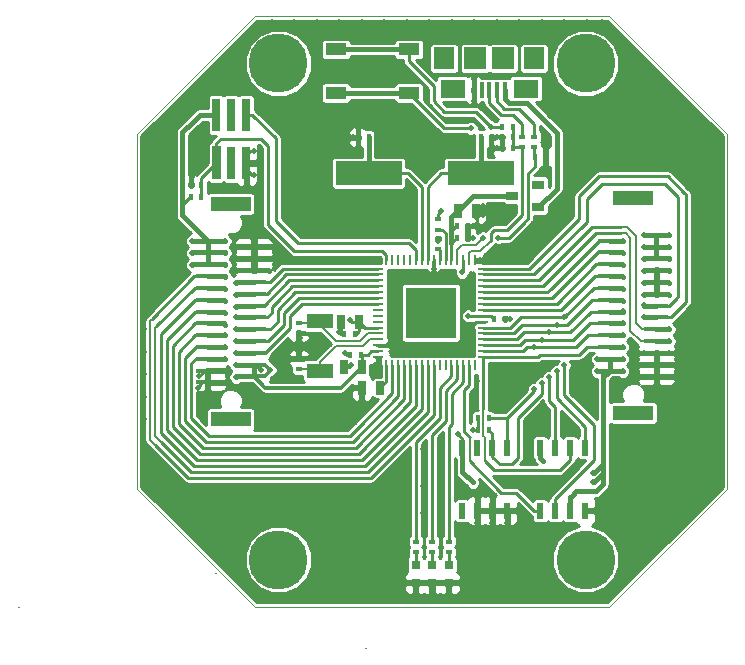
<source format=gtl>
G04 (created by PCBNEW (2013-mar-13)-testing) date Tue 20 Aug 2013 02:58:42 PM EEST*
%MOIN*%
G04 Gerber Fmt 3.4, Leading zero omitted, Abs format*
%FSLAX34Y34*%
G01*
G70*
G90*
G04 APERTURE LIST*
%ADD10C,0.000787*%
%ADD11C,0.001000*%
%ADD12C,0.005906*%
%ADD13R,0.081890X0.015748*%
%ADD14R,0.133858X0.051181*%
%ADD15R,0.034570X0.008661*%
%ADD16R,0.008661X0.034570*%
%ADD17R,0.171260X0.171260*%
%ADD18R,0.015700X0.023600*%
%ADD19R,0.025000X0.045000*%
%ADD20R,0.023600X0.015700*%
%ADD21R,0.039400X0.031500*%
%ADD22R,0.031400X0.031400*%
%ADD23R,0.029134X0.109843*%
%ADD24R,0.070866X0.043307*%
%ADD25R,0.074700X0.074700*%
%ADD26R,0.074800X0.074700*%
%ADD27R,0.070700X0.074700*%
%ADD28R,0.082500X0.062900*%
%ADD29R,0.015700X0.053000*%
%ADD30R,0.023600X0.055100*%
%ADD31R,0.086614X0.051181*%
%ADD32R,0.220472X0.082677*%
%ADD33C,0.196850*%
%ADD34C,0.020000*%
%ADD35C,0.010000*%
%ADD36C,0.016000*%
%ADD37C,0.012000*%
%ADD38C,0.008000*%
%ADD39C,0.006000*%
%ADD40C,0.009000*%
G04 APERTURE END LIST*
G54D10*
G54D11*
X55118Y-55118D02*
X43307Y-55118D01*
X59055Y-51181D02*
X55118Y-55118D01*
X59055Y-39370D02*
X59055Y-51181D01*
X55118Y-35433D02*
X59055Y-39370D01*
X43307Y-35433D02*
X55118Y-35433D01*
X39370Y-39370D02*
X43307Y-35433D01*
X39370Y-51181D02*
X39370Y-39370D01*
X43307Y-55118D02*
X39370Y-51181D01*
G54D12*
X35433Y-55118D02*
G75*
G03X35433Y-55118I0J0D01*
G74*
G01*
X35432Y-55118D02*
X35434Y-55118D01*
X35433Y-55117D02*
X35433Y-55119D01*
X42000Y-54000D02*
G75*
G03X42000Y-54000I0J0D01*
G74*
G01*
X41999Y-54000D02*
X42000Y-54000D01*
X42000Y-53999D02*
X42000Y-54000D01*
X47000Y-56500D02*
G75*
G03X47000Y-56500I0J0D01*
G74*
G01*
X46999Y-56500D02*
X47000Y-56500D01*
X47000Y-56499D02*
X47000Y-56500D01*
G54D13*
X41732Y-42913D03*
X41732Y-43307D03*
X41732Y-43700D03*
X41732Y-44094D03*
X41732Y-44488D03*
X41732Y-44881D03*
X41732Y-45275D03*
X41732Y-45669D03*
X41732Y-46062D03*
X41732Y-46456D03*
X41732Y-46850D03*
X41732Y-47244D03*
X41732Y-47637D03*
X43275Y-47440D03*
X43275Y-47047D03*
X43275Y-46653D03*
X43275Y-46259D03*
X43275Y-45866D03*
X43275Y-45472D03*
X43275Y-45078D03*
X43275Y-44685D03*
X43275Y-44291D03*
X43275Y-43897D03*
X43275Y-43503D03*
X43275Y-43110D03*
G54D14*
X42503Y-41692D03*
X42503Y-48858D03*
X42503Y-48858D03*
X42503Y-41692D03*
G54D13*
X56692Y-47440D03*
X56692Y-47047D03*
X56692Y-46653D03*
X56692Y-46259D03*
X56692Y-45866D03*
X56692Y-45472D03*
X56692Y-45078D03*
X56692Y-44685D03*
X56692Y-44291D03*
X56692Y-43897D03*
X56692Y-43503D03*
X56692Y-43110D03*
X56692Y-42716D03*
X55149Y-42913D03*
X55149Y-43307D03*
X55149Y-43700D03*
X55149Y-44094D03*
X55149Y-44488D03*
X55149Y-44881D03*
X55149Y-45275D03*
X55149Y-45669D03*
X55149Y-46062D03*
X55149Y-46456D03*
X55149Y-46850D03*
X55149Y-47244D03*
G54D14*
X55921Y-48661D03*
X55921Y-41496D03*
X55921Y-41496D03*
X55921Y-48661D03*
G54D15*
X47423Y-43841D03*
X47423Y-44038D03*
X47423Y-44235D03*
X47423Y-44432D03*
X47423Y-44629D03*
X47423Y-44825D03*
X47423Y-45022D03*
X47423Y-45219D03*
X47423Y-45416D03*
X47423Y-45613D03*
X47423Y-45810D03*
X47423Y-46007D03*
X47423Y-46203D03*
X47423Y-46400D03*
X47423Y-46597D03*
X47423Y-46794D03*
G54D16*
X47693Y-47064D03*
X47890Y-47064D03*
X48087Y-47064D03*
X48284Y-47064D03*
X48481Y-47064D03*
X48677Y-47064D03*
X48874Y-47064D03*
X49071Y-47064D03*
X49268Y-47064D03*
X49465Y-47064D03*
X49662Y-47064D03*
X49859Y-47064D03*
X50055Y-47064D03*
X50252Y-47064D03*
X50449Y-47064D03*
X50646Y-47064D03*
G54D15*
X50916Y-46794D03*
X50916Y-46597D03*
X50916Y-46400D03*
X50916Y-46203D03*
X50916Y-46007D03*
X50916Y-45810D03*
X50916Y-45613D03*
X50916Y-45416D03*
X50916Y-45219D03*
X50916Y-45022D03*
X50916Y-44825D03*
X50916Y-44629D03*
X50916Y-44432D03*
X50916Y-44235D03*
X50916Y-44038D03*
X50916Y-43841D03*
G54D16*
X50646Y-43571D03*
X50449Y-43571D03*
X50252Y-43571D03*
X50055Y-43571D03*
X49859Y-43571D03*
X49662Y-43571D03*
X49465Y-43571D03*
X49268Y-43571D03*
X49071Y-43571D03*
X48874Y-43571D03*
X48677Y-43571D03*
X48481Y-43571D03*
X48284Y-43571D03*
X48087Y-43571D03*
X47890Y-43571D03*
X47693Y-43571D03*
G54D17*
X49170Y-45318D03*
G54D18*
X41527Y-41050D03*
X41173Y-41050D03*
G54D19*
X46170Y-45618D03*
X46770Y-45618D03*
G54D18*
X46293Y-46018D03*
X46647Y-46018D03*
G54D19*
X46870Y-47118D03*
X46270Y-47118D03*
G54D18*
X46847Y-46718D03*
X46493Y-46718D03*
G54D19*
X46870Y-47818D03*
X47470Y-47818D03*
G54D20*
X49420Y-42841D03*
X49420Y-43195D03*
G54D19*
X50070Y-41918D03*
X50670Y-41918D03*
G54D18*
X50043Y-42818D03*
X50397Y-42818D03*
X50043Y-42418D03*
X50397Y-42418D03*
X41173Y-41450D03*
X41527Y-41450D03*
G54D20*
X44770Y-45995D03*
X44770Y-45641D03*
X44770Y-46841D03*
X44770Y-47195D03*
G54D18*
X51897Y-39818D03*
X51543Y-39818D03*
X52643Y-40118D03*
X52997Y-40118D03*
X51197Y-39468D03*
X50843Y-39468D03*
X46743Y-39468D03*
X47097Y-39468D03*
X51293Y-45518D03*
X51647Y-45518D03*
G54D21*
X51887Y-41418D03*
X52753Y-41043D03*
X52753Y-41793D03*
G54D22*
X48670Y-53723D03*
X48670Y-54313D03*
X49212Y-53720D03*
X49212Y-54310D03*
X49770Y-53723D03*
X49770Y-54313D03*
G54D10*
G36*
X41874Y-40868D02*
X41874Y-39770D01*
X42165Y-39770D01*
X42165Y-40868D01*
X41874Y-40868D01*
X41874Y-40868D01*
G37*
G54D23*
X42020Y-38716D03*
X42520Y-40319D03*
X42520Y-38716D03*
X43020Y-40319D03*
X43020Y-38716D03*
G54D20*
X52620Y-39441D03*
X52620Y-39795D03*
X52220Y-39441D03*
X52220Y-39795D03*
X49420Y-42545D03*
X49420Y-42191D03*
G54D18*
X51897Y-39468D03*
X51543Y-39468D03*
X51543Y-39118D03*
X51897Y-39118D03*
G54D20*
X48670Y-52941D03*
X48670Y-53295D03*
X49212Y-52941D03*
X49212Y-53295D03*
X49770Y-52941D03*
X49770Y-53295D03*
G54D24*
X48440Y-37996D03*
X45999Y-37996D03*
X48440Y-36539D03*
X45999Y-36539D03*
G54D25*
X51592Y-36838D03*
G54D26*
X50648Y-36838D03*
G54D27*
X49624Y-36838D03*
G54D28*
X52340Y-37842D03*
G54D29*
X51631Y-37892D03*
X51375Y-37892D03*
X51120Y-37892D03*
X50865Y-37892D03*
X50609Y-37892D03*
G54D28*
X49900Y-37842D03*
G54D27*
X52616Y-36838D03*
G54D30*
X50220Y-49818D03*
X50220Y-51918D03*
X50720Y-49818D03*
X51220Y-49818D03*
X51720Y-49818D03*
X50720Y-51918D03*
X51220Y-51918D03*
X51720Y-51918D03*
X52820Y-49818D03*
X52820Y-51918D03*
X53320Y-49818D03*
X53820Y-49818D03*
X54320Y-49818D03*
X53320Y-51918D03*
X53820Y-51918D03*
X54320Y-51918D03*
G54D31*
X45470Y-47244D03*
X45470Y-45591D03*
G54D32*
X47100Y-40668D03*
X50840Y-40668D03*
G54D18*
X50743Y-48818D03*
X51097Y-48818D03*
X50743Y-49218D03*
X51097Y-49218D03*
G54D33*
X44094Y-37007D03*
X54330Y-37007D03*
X54330Y-53543D03*
X44094Y-53543D03*
G54D34*
X50420Y-45418D03*
X41220Y-43718D03*
X41220Y-43318D03*
X41220Y-42918D03*
X43500Y-47238D03*
X57120Y-43518D03*
X57120Y-43118D03*
X57120Y-42718D03*
X54720Y-47268D03*
X54720Y-46868D03*
X56270Y-43518D03*
X56270Y-43118D03*
X56270Y-42718D03*
X55570Y-47268D03*
X55570Y-46868D03*
X42670Y-47468D03*
X42670Y-47068D03*
X42320Y-43718D03*
X42320Y-43318D03*
X42320Y-42918D03*
X43820Y-47218D03*
X46470Y-45568D03*
X50070Y-49368D03*
X54570Y-50968D03*
X50570Y-50968D03*
X50570Y-49218D03*
X54570Y-50668D03*
X52920Y-50268D03*
X42670Y-44318D03*
X42670Y-44718D03*
X42670Y-45118D03*
X42670Y-45468D03*
X42670Y-45868D03*
X42670Y-46268D03*
X42670Y-46668D03*
X55570Y-46468D03*
X55570Y-42918D03*
X51420Y-42818D03*
X50920Y-42818D03*
X49500Y-52000D03*
X49500Y-51100D03*
X49500Y-49850D03*
X48900Y-51100D03*
X48900Y-49850D03*
X50700Y-47600D03*
X50650Y-48450D03*
X54520Y-51918D03*
X52500Y-51250D03*
X53000Y-51250D03*
X52000Y-48000D03*
X52250Y-47250D03*
X51250Y-47250D03*
X51250Y-48250D03*
X53750Y-49000D03*
X52500Y-49500D03*
X53000Y-48500D03*
X55250Y-47750D03*
X54000Y-47000D03*
X54250Y-47750D03*
X54500Y-48500D03*
X46250Y-48250D03*
X45250Y-48250D03*
X44250Y-48250D03*
X43500Y-48250D03*
X43500Y-49000D03*
X44250Y-49000D03*
X45250Y-49000D03*
X46250Y-49000D03*
X46000Y-39000D03*
X47000Y-39000D03*
X48000Y-39000D03*
X49000Y-39000D03*
X49000Y-40000D03*
X53000Y-36000D03*
X52000Y-36000D03*
X51000Y-36000D03*
X50000Y-36000D03*
X49000Y-36000D03*
X48000Y-36000D03*
X47000Y-36000D03*
X46000Y-36000D03*
X45000Y-36000D03*
X48000Y-37000D03*
X47000Y-37000D03*
X46000Y-37000D03*
X45000Y-38000D03*
X44000Y-39000D03*
X43500Y-38250D03*
X48000Y-42000D03*
X47000Y-42000D03*
X46000Y-42000D03*
X45000Y-42000D03*
X45000Y-41000D03*
X45000Y-40000D03*
X45000Y-39000D03*
X40250Y-44750D03*
X40250Y-43750D03*
X40250Y-42750D03*
X40250Y-41750D03*
X40250Y-40750D03*
X40250Y-39750D03*
X41500Y-40250D03*
X41500Y-39250D03*
X41200Y-40800D03*
X56000Y-40000D03*
X55000Y-40000D03*
X54000Y-40000D03*
X54000Y-41000D03*
X51750Y-43250D03*
X52750Y-42750D03*
X53500Y-42000D03*
X53000Y-38000D03*
X54000Y-39000D03*
X55000Y-39000D03*
X56000Y-38000D03*
X56000Y-39000D03*
X57000Y-39000D03*
X58000Y-40000D03*
X58250Y-40500D03*
X58250Y-41500D03*
X58250Y-42500D03*
X58250Y-43500D03*
X58250Y-44500D03*
X58250Y-45500D03*
X58250Y-47000D03*
X58250Y-48000D03*
X57000Y-40000D03*
X55250Y-49250D03*
X55250Y-50000D03*
X55250Y-51000D03*
X57000Y-49000D03*
X58000Y-49000D03*
X58000Y-50000D03*
X57000Y-50000D03*
X56000Y-50000D03*
X56000Y-51000D03*
X57000Y-51000D03*
X58000Y-51000D03*
X57000Y-52000D03*
X56000Y-52000D03*
X56000Y-53000D03*
X55000Y-52000D03*
X50620Y-54868D03*
X51000Y-54000D03*
X52000Y-54000D03*
X53000Y-54000D03*
X53000Y-53000D03*
X52000Y-53000D03*
X51000Y-53000D03*
X50200Y-54000D03*
X50200Y-53000D03*
X47100Y-51100D03*
X44600Y-51100D03*
X44000Y-51100D03*
X43000Y-51100D03*
X42000Y-51100D03*
X42000Y-52000D03*
X41000Y-52000D03*
X40200Y-50800D03*
X41000Y-51100D03*
X48300Y-52000D03*
X47100Y-52000D03*
X46200Y-52000D03*
X48900Y-52000D03*
X48900Y-52000D03*
X48000Y-51000D03*
X47000Y-53000D03*
X43000Y-52000D03*
X42000Y-53000D03*
X43000Y-53000D03*
X44000Y-52000D03*
X45200Y-52000D03*
X46000Y-53000D03*
X46000Y-54000D03*
X47000Y-54000D03*
X48000Y-54000D03*
X50620Y-38268D03*
X50620Y-37518D03*
X43270Y-40718D03*
X43270Y-39918D03*
X39595Y-48868D03*
X39595Y-48118D03*
X39595Y-47368D03*
X39595Y-46618D03*
X39595Y-45868D03*
X39620Y-45118D03*
X48120Y-54868D03*
X47370Y-54868D03*
X46620Y-54868D03*
X45870Y-54868D03*
X45120Y-54868D03*
X44370Y-54868D03*
X43620Y-54868D03*
X43120Y-54618D03*
X42620Y-54118D03*
X42120Y-53618D03*
X41620Y-53118D03*
X41120Y-52618D03*
X40620Y-52118D03*
X40120Y-51618D03*
X39620Y-51118D03*
X39600Y-49620D03*
X39620Y-50368D03*
X39620Y-39618D03*
X39620Y-40618D03*
X39620Y-41368D03*
X39620Y-42118D03*
X39620Y-42868D03*
X39620Y-43618D03*
X39620Y-44368D03*
X41370Y-37818D03*
X40870Y-38318D03*
X40370Y-38818D03*
X39970Y-39218D03*
X50070Y-54868D03*
X49520Y-54868D03*
X48920Y-54868D03*
X55370Y-36118D03*
X55870Y-36618D03*
X56370Y-37118D03*
X56870Y-37618D03*
X57370Y-38118D03*
X57870Y-38618D03*
X58370Y-39118D03*
X43870Y-35618D03*
X44620Y-35618D03*
X45370Y-35618D03*
X46120Y-35618D03*
X46870Y-35618D03*
X47620Y-35618D03*
X48370Y-35618D03*
X49120Y-35618D03*
X49870Y-35618D03*
X50620Y-35618D03*
X51370Y-35618D03*
X52120Y-35618D03*
X52870Y-35618D03*
X53620Y-35618D03*
X54370Y-35618D03*
X54870Y-35618D03*
X58770Y-50518D03*
X58770Y-49718D03*
X58770Y-48918D03*
X58770Y-48118D03*
X58770Y-47318D03*
X58770Y-46518D03*
X58770Y-45718D03*
X58770Y-44918D03*
X58770Y-44118D03*
X58770Y-43318D03*
X58770Y-42518D03*
X58770Y-41718D03*
X58770Y-40918D03*
X58770Y-40118D03*
X58770Y-39518D03*
X51370Y-54868D03*
X52120Y-54868D03*
X52870Y-54868D03*
X53620Y-54868D03*
X54370Y-54868D03*
X55120Y-54618D03*
X55620Y-54118D03*
X56120Y-53618D03*
X56620Y-53118D03*
X57120Y-52618D03*
X57620Y-52118D03*
X58120Y-51618D03*
X58620Y-51118D03*
X41870Y-37318D03*
X42370Y-36818D03*
X42870Y-36318D03*
X43370Y-35818D03*
X46570Y-39468D03*
X51370Y-39818D03*
X51370Y-39468D03*
X53020Y-39918D03*
X46870Y-48168D03*
X50920Y-42068D03*
X50920Y-41768D03*
X50570Y-42418D03*
X50570Y-42818D03*
X51720Y-52318D03*
X51220Y-52318D03*
X50720Y-52318D03*
X49770Y-54568D03*
X49220Y-54568D03*
X48670Y-54568D03*
X51820Y-45518D03*
X50570Y-45718D03*
X50820Y-43568D03*
X49270Y-43868D03*
X49420Y-42918D03*
X44820Y-46168D03*
X44770Y-46668D03*
X46670Y-47818D03*
X46120Y-45968D03*
X46320Y-46668D03*
X46520Y-47068D03*
X47320Y-47068D03*
X47770Y-46368D03*
X43770Y-43918D03*
X43770Y-43518D03*
X43770Y-43118D03*
X41440Y-47438D03*
X41420Y-47818D03*
X57120Y-44718D03*
X57120Y-44318D03*
X57120Y-43918D03*
X57120Y-47468D03*
X57120Y-47068D03*
X57120Y-46668D03*
X56270Y-47468D03*
X56270Y-47068D03*
X56270Y-46668D03*
X56270Y-44718D03*
X56270Y-44318D03*
X56270Y-43918D03*
X42670Y-43918D03*
X42670Y-43518D03*
X42670Y-43118D03*
X42320Y-47668D03*
X42320Y-47268D03*
X49520Y-41918D03*
X50520Y-39168D03*
X42320Y-46868D03*
X42320Y-46468D03*
X42320Y-46068D03*
X42320Y-45718D03*
X42320Y-45318D03*
X42320Y-44918D03*
X42320Y-44518D03*
X42320Y-44118D03*
X56270Y-45068D03*
X56270Y-45468D03*
X50220Y-43968D03*
X51170Y-39118D03*
X57120Y-45868D03*
X52870Y-46218D03*
X52870Y-47668D03*
X55570Y-45668D03*
X52620Y-46468D03*
X52620Y-47868D03*
X55570Y-46068D03*
X53370Y-45718D03*
X53370Y-47268D03*
X55570Y-44918D03*
X55570Y-43718D03*
X55570Y-44518D03*
X53620Y-47068D03*
X53620Y-45468D03*
X55570Y-43318D03*
X53120Y-47468D03*
X53120Y-45968D03*
X55570Y-45268D03*
X55570Y-44118D03*
X57120Y-46268D03*
G54D35*
X50421Y-45416D02*
X50420Y-45418D01*
X50916Y-45416D02*
X50421Y-45416D01*
G54D36*
X40887Y-39550D02*
X40887Y-39301D01*
X41471Y-38716D02*
X41243Y-38945D01*
X41471Y-38716D02*
X42020Y-38716D01*
X40887Y-39301D02*
X41243Y-38945D01*
G54D35*
X41173Y-41450D02*
X41150Y-41450D01*
X41150Y-41450D02*
X40887Y-41712D01*
G54D36*
X40887Y-42068D02*
X40887Y-41712D01*
X40887Y-41712D02*
X40887Y-39550D01*
X40887Y-39550D02*
X40887Y-39524D01*
X41732Y-42913D02*
X40887Y-42068D01*
G54D35*
X50916Y-45416D02*
X51191Y-45416D01*
X51191Y-45416D02*
X51293Y-45518D01*
G54D36*
X41732Y-43700D02*
X41237Y-43700D01*
X41237Y-43700D02*
X41220Y-43718D01*
X41231Y-43307D02*
X41732Y-43307D01*
X41220Y-43318D02*
X41231Y-43307D01*
X41732Y-42913D02*
X41224Y-42913D01*
X41224Y-42913D02*
X41220Y-42918D01*
X43275Y-47047D02*
X43275Y-47440D01*
G54D35*
X43309Y-47047D02*
X43275Y-47047D01*
X43500Y-47238D02*
X43309Y-47047D01*
G54D36*
X56692Y-43503D02*
X57105Y-43503D01*
X57105Y-43503D02*
X57120Y-43518D01*
X57112Y-43110D02*
X56692Y-43110D01*
X57120Y-43118D02*
X57112Y-43110D01*
X56692Y-42716D02*
X57118Y-42716D01*
X57118Y-42716D02*
X57120Y-42718D01*
X55149Y-47244D02*
X54744Y-47244D01*
X54744Y-47244D02*
X54720Y-47268D01*
X54737Y-46850D02*
X55149Y-46850D01*
X54720Y-46868D02*
X54737Y-46850D01*
X56692Y-43503D02*
X56284Y-43503D01*
X56284Y-43503D02*
X56270Y-43518D01*
X56277Y-43110D02*
X56692Y-43110D01*
X56270Y-43118D02*
X56277Y-43110D01*
X56692Y-42716D02*
X56271Y-42716D01*
X56271Y-42716D02*
X56270Y-42718D01*
X56692Y-43503D02*
X56692Y-43110D01*
X56692Y-43110D02*
X56692Y-42716D01*
X56692Y-42716D02*
X56692Y-43110D01*
X55149Y-47244D02*
X55546Y-47244D01*
X55546Y-47244D02*
X55570Y-47268D01*
X55552Y-46850D02*
X55149Y-46850D01*
X55570Y-46868D02*
X55552Y-46850D01*
X43275Y-47440D02*
X42697Y-47440D01*
X42697Y-47440D02*
X42670Y-47468D01*
X42690Y-47047D02*
X43275Y-47047D01*
X42670Y-47068D02*
X42690Y-47047D01*
X42302Y-43700D02*
X41732Y-43700D01*
X42320Y-43718D02*
X42302Y-43700D01*
X41732Y-43307D02*
X42309Y-43307D01*
X42309Y-43307D02*
X42320Y-43318D01*
X41732Y-42913D02*
X42315Y-42913D01*
X42315Y-42913D02*
X42320Y-42918D01*
G54D35*
X50743Y-49218D02*
X50743Y-48818D01*
G54D36*
X41732Y-43700D02*
X41732Y-43307D01*
X41732Y-43307D02*
X41732Y-42913D01*
G54D35*
X43275Y-47440D02*
X43597Y-47440D01*
X43597Y-47440D02*
X43820Y-47218D01*
X46770Y-45618D02*
X46520Y-45618D01*
X46520Y-45618D02*
X46470Y-45568D01*
X43649Y-47047D02*
X43275Y-47047D01*
X43820Y-47218D02*
X43649Y-47047D01*
X47423Y-45810D02*
X46962Y-45810D01*
X46962Y-45810D02*
X46770Y-45618D01*
X46770Y-45918D02*
X46770Y-45618D01*
G54D36*
X54570Y-50968D02*
X54620Y-50968D01*
G54D35*
X50070Y-49368D02*
X50220Y-49518D01*
X50220Y-49518D02*
X50220Y-49668D01*
G54D36*
X54620Y-50968D02*
X54920Y-50668D01*
X50220Y-49668D02*
X50220Y-50618D01*
X50220Y-50618D02*
X50570Y-50968D01*
X54570Y-50668D02*
X54620Y-50668D01*
X54620Y-50668D02*
X54920Y-50368D01*
X54620Y-51268D02*
X54670Y-51268D01*
X53820Y-51468D02*
X53870Y-51418D01*
X54020Y-51268D02*
X53870Y-51418D01*
X54620Y-51268D02*
X54020Y-51268D01*
X53820Y-51468D02*
X53820Y-51918D01*
X54920Y-51018D02*
X54920Y-50668D01*
X54670Y-51268D02*
X54920Y-51018D01*
X54920Y-50668D02*
X54920Y-50418D01*
X54920Y-50368D02*
X54920Y-50418D01*
X55144Y-47244D02*
X54920Y-47468D01*
X55149Y-47244D02*
X55144Y-47244D01*
X54920Y-47318D02*
X54920Y-50368D01*
G54D35*
X50570Y-49218D02*
X50743Y-49218D01*
G54D36*
X52820Y-50168D02*
X52920Y-50268D01*
X52820Y-50168D02*
X52820Y-49818D01*
X54570Y-50668D02*
X54570Y-50668D01*
X55149Y-46850D02*
X55149Y-47244D01*
G54D37*
X46170Y-47818D02*
X43652Y-47818D01*
X43652Y-47818D02*
X43275Y-47440D01*
X46870Y-47118D02*
X46170Y-47818D01*
G54D35*
X46647Y-46018D02*
X46670Y-46018D01*
X46670Y-46018D02*
X46770Y-45918D01*
X46870Y-47118D02*
X46870Y-46741D01*
X46870Y-46741D02*
X46847Y-46718D01*
X47423Y-46597D02*
X47190Y-46597D01*
X47070Y-46718D02*
X46847Y-46718D01*
X47190Y-46597D02*
X47070Y-46718D01*
G54D36*
X43275Y-44291D02*
X42696Y-44291D01*
X42696Y-44291D02*
X42670Y-44318D01*
G54D35*
X43275Y-44291D02*
X43796Y-44291D01*
X43796Y-44291D02*
X44246Y-43841D01*
X44246Y-43841D02*
X47423Y-43841D01*
G54D36*
X42703Y-44685D02*
X43275Y-44685D01*
X42670Y-44718D02*
X42703Y-44685D01*
G54D35*
X47423Y-44038D02*
X44349Y-44038D01*
X43703Y-44685D02*
X43275Y-44685D01*
X44349Y-44038D02*
X43703Y-44685D01*
G54D36*
X43275Y-45078D02*
X42709Y-45078D01*
X42709Y-45078D02*
X42670Y-45118D01*
G54D35*
X47423Y-44235D02*
X44452Y-44235D01*
X43609Y-45078D02*
X43275Y-45078D01*
X44452Y-44235D02*
X43609Y-45078D01*
G54D36*
X42674Y-45472D02*
X43275Y-45472D01*
X42670Y-45468D02*
X42674Y-45472D01*
G54D35*
X43275Y-45472D02*
X43715Y-45472D01*
X44555Y-44432D02*
X44070Y-44918D01*
X44555Y-44432D02*
X47423Y-44432D01*
X43870Y-45118D02*
X44070Y-44918D01*
X43870Y-45318D02*
X43870Y-45118D01*
X43715Y-45472D02*
X43870Y-45318D01*
G54D36*
X43275Y-45866D02*
X42672Y-45866D01*
X42672Y-45866D02*
X42670Y-45868D01*
G54D35*
X43275Y-45866D02*
X43822Y-45866D01*
X44659Y-44629D02*
X44070Y-45218D01*
X44070Y-45218D02*
X44070Y-45618D01*
X44659Y-44629D02*
X47423Y-44629D01*
X43822Y-45866D02*
X44070Y-45618D01*
G54D36*
X42678Y-46259D02*
X43275Y-46259D01*
X42670Y-46268D02*
X42678Y-46259D01*
G54D35*
X43275Y-46259D02*
X43728Y-46259D01*
X44762Y-44825D02*
X44270Y-45318D01*
X44270Y-45318D02*
X44270Y-45718D01*
X44762Y-44825D02*
X47423Y-44825D01*
X43728Y-46259D02*
X44270Y-45718D01*
G54D36*
X43275Y-46653D02*
X42684Y-46653D01*
X42684Y-46653D02*
X42670Y-46668D01*
G54D35*
X43275Y-46653D02*
X43634Y-46653D01*
X44865Y-45022D02*
X44470Y-45418D01*
X44470Y-45418D02*
X44470Y-45718D01*
X44865Y-45022D02*
X47423Y-45022D01*
X44470Y-45818D02*
X44470Y-45718D01*
X43634Y-46653D02*
X44470Y-45818D01*
X50916Y-48518D02*
X50916Y-46794D01*
X53470Y-50568D02*
X53770Y-50268D01*
X51270Y-50568D02*
X53470Y-50568D01*
X53820Y-50218D02*
X53770Y-50268D01*
X53820Y-50218D02*
X53820Y-49818D01*
G54D36*
X55149Y-46456D02*
X55558Y-46456D01*
X55558Y-46456D02*
X55570Y-46468D01*
G54D35*
X51596Y-46794D02*
X52743Y-46794D01*
X52743Y-46794D02*
X52820Y-46718D01*
X52820Y-46718D02*
X54120Y-46718D01*
X54120Y-46718D02*
X54381Y-46456D01*
X51596Y-46794D02*
X50916Y-46794D01*
X55149Y-46456D02*
X54381Y-46456D01*
X50970Y-50268D02*
X51270Y-50568D01*
G54D38*
X50970Y-50268D02*
X50970Y-49468D01*
G54D39*
X50916Y-48514D02*
X50916Y-48518D01*
X50916Y-48518D02*
X50916Y-49414D01*
G54D38*
X50916Y-49414D02*
X50970Y-49468D01*
G54D35*
X50916Y-48514D02*
X50920Y-48518D01*
G54D36*
X55565Y-42913D02*
X55149Y-42913D01*
X55570Y-42918D02*
X55565Y-42913D01*
G54D35*
X50916Y-44629D02*
X53059Y-44629D01*
X54774Y-42913D02*
X53170Y-44518D01*
X54774Y-42913D02*
X55149Y-42913D01*
X53059Y-44629D02*
X53170Y-44518D01*
G54D38*
X50670Y-43068D02*
X50920Y-42818D01*
G54D35*
X51770Y-42818D02*
X51520Y-42818D01*
G54D38*
X50055Y-43571D02*
X50055Y-43232D01*
X50220Y-43068D02*
X50670Y-43068D01*
X50055Y-43232D02*
X50220Y-43068D01*
G54D35*
X51420Y-42818D02*
X51520Y-42818D01*
X52643Y-40445D02*
X52643Y-40118D01*
X52420Y-42168D02*
X52270Y-42318D01*
X52420Y-40668D02*
X52420Y-42168D01*
X52643Y-40445D02*
X52420Y-40668D01*
X52270Y-42318D02*
X51770Y-42818D01*
X52620Y-39795D02*
X52620Y-40095D01*
X52620Y-40095D02*
X52643Y-40118D01*
G54D38*
X50449Y-43388D02*
X50449Y-43338D01*
G54D35*
X52220Y-42068D02*
X51720Y-42568D01*
X51720Y-42568D02*
X51270Y-42568D01*
X51270Y-42568D02*
X51170Y-42668D01*
G54D38*
X50449Y-43571D02*
X50449Y-43388D01*
G54D35*
X51170Y-42668D02*
X51170Y-42918D01*
X52220Y-42018D02*
X52220Y-39795D01*
X52220Y-42018D02*
X52220Y-42068D01*
G54D38*
X50820Y-43268D02*
X51170Y-42918D01*
X50520Y-43268D02*
X50820Y-43268D01*
X50449Y-43338D02*
X50520Y-43268D01*
G54D35*
X51897Y-39118D02*
X51897Y-39468D01*
X51897Y-39468D02*
X51897Y-39818D01*
X52220Y-39795D02*
X51920Y-39795D01*
X51920Y-39795D02*
X51897Y-39818D01*
X50283Y-49281D02*
X50283Y-47904D01*
X50283Y-49281D02*
X50470Y-49468D01*
X52620Y-51918D02*
X52020Y-51318D01*
X52020Y-51318D02*
X51520Y-51318D01*
X50470Y-50218D02*
X50470Y-50268D01*
G54D38*
X50470Y-50218D02*
X50470Y-49468D01*
G54D35*
X50470Y-50268D02*
X51520Y-51318D01*
X52820Y-51918D02*
X52620Y-51918D01*
X50449Y-47738D02*
X50449Y-47064D01*
X50449Y-47738D02*
X50320Y-47868D01*
X50283Y-47904D02*
X50320Y-47868D01*
X49500Y-52000D02*
X49500Y-51100D01*
X48900Y-49850D02*
X48900Y-51100D01*
X50700Y-48400D02*
X50700Y-47600D01*
X50650Y-48450D02*
X50700Y-48400D01*
X54320Y-51918D02*
X54520Y-51918D01*
X53000Y-51250D02*
X52500Y-51250D01*
X52000Y-47500D02*
X52000Y-48000D01*
X52250Y-47250D02*
X52000Y-47500D01*
X51250Y-48250D02*
X51250Y-47250D01*
X52500Y-49000D02*
X52500Y-49500D01*
X53000Y-48500D02*
X52500Y-49000D01*
X54250Y-48250D02*
X54250Y-47750D01*
X54500Y-48500D02*
X54250Y-48250D01*
X46870Y-47818D02*
X46870Y-48379D01*
X44250Y-48250D02*
X45250Y-48250D01*
X43500Y-49000D02*
X43500Y-48250D01*
X45250Y-49000D02*
X44250Y-49000D01*
X46870Y-48379D02*
X46250Y-49000D01*
X49000Y-40000D02*
X49000Y-39000D01*
X47000Y-39000D02*
X48000Y-39000D01*
X46000Y-39000D02*
X45000Y-39000D01*
X51000Y-36000D02*
X52000Y-36000D01*
X49000Y-36000D02*
X50000Y-36000D01*
X47000Y-36000D02*
X48000Y-36000D01*
X45000Y-36000D02*
X46000Y-36000D01*
X45000Y-39000D02*
X45000Y-38000D01*
X46000Y-37000D02*
X47000Y-37000D01*
X43500Y-38500D02*
X44000Y-39000D01*
X43500Y-38250D02*
X43500Y-38500D01*
X46000Y-42000D02*
X47000Y-42000D01*
X45000Y-41000D02*
X45000Y-42000D01*
X45000Y-39000D02*
X45000Y-40000D01*
X39868Y-44368D02*
X40250Y-44750D01*
X40250Y-43750D02*
X40250Y-42750D01*
X40250Y-41750D02*
X40250Y-40750D01*
X39620Y-44368D02*
X39868Y-44368D01*
X41500Y-39250D02*
X41500Y-40250D01*
X41173Y-41050D02*
X41173Y-40827D01*
X41173Y-40827D02*
X41200Y-40800D01*
X56000Y-40000D02*
X55000Y-40000D01*
X54000Y-40000D02*
X54000Y-41000D01*
X53500Y-42000D02*
X52750Y-42750D01*
X54000Y-39000D02*
X53000Y-38000D01*
X56000Y-38000D02*
X55000Y-39000D01*
X57000Y-39000D02*
X56000Y-39000D01*
X58000Y-40000D02*
X57000Y-40000D01*
X58250Y-41500D02*
X58250Y-40500D01*
X58250Y-43500D02*
X58250Y-42500D01*
X58250Y-45500D02*
X58250Y-44500D01*
X58250Y-48000D02*
X58250Y-47000D01*
X56000Y-51000D02*
X55250Y-51000D01*
X55250Y-50000D02*
X55250Y-49250D01*
X54320Y-51918D02*
X54918Y-51918D01*
X58000Y-50000D02*
X58000Y-49000D01*
X56000Y-50000D02*
X57000Y-50000D01*
X57000Y-51000D02*
X56000Y-51000D01*
X57000Y-52000D02*
X58000Y-51000D01*
X56000Y-53000D02*
X56000Y-52000D01*
X54918Y-51918D02*
X55000Y-52000D01*
X51000Y-53000D02*
X50200Y-53000D01*
X50620Y-54868D02*
X50620Y-54020D01*
X50979Y-54020D02*
X51000Y-54000D01*
X52000Y-54000D02*
X53000Y-54000D01*
X53000Y-53000D02*
X52000Y-53000D01*
X50620Y-54020D02*
X50979Y-54020D01*
X41000Y-51100D02*
X42000Y-51100D01*
X44600Y-51100D02*
X47100Y-51100D01*
X43000Y-51100D02*
X44000Y-51100D01*
X41000Y-52000D02*
X41000Y-51100D01*
X45200Y-52000D02*
X46200Y-52000D01*
X47100Y-52000D02*
X48300Y-52000D01*
X42000Y-52000D02*
X43000Y-52000D01*
X48670Y-54313D02*
X48313Y-54313D01*
X42000Y-53000D02*
X42000Y-52000D01*
X44000Y-52000D02*
X43000Y-53000D01*
X46000Y-53000D02*
X45200Y-52000D01*
X47000Y-54000D02*
X46000Y-54000D01*
X48313Y-54313D02*
X48000Y-54000D01*
X50609Y-37892D02*
X50609Y-38257D01*
X50609Y-38257D02*
X50620Y-38268D01*
X50609Y-37892D02*
X50609Y-37529D01*
X50609Y-37529D02*
X50620Y-37518D01*
X43020Y-40319D02*
X43020Y-40518D01*
X43220Y-40718D02*
X43270Y-40718D01*
X43020Y-40518D02*
X43220Y-40718D01*
X43020Y-40319D02*
X43020Y-40068D01*
X43170Y-39918D02*
X43270Y-39918D01*
X43020Y-40068D02*
X43170Y-39918D01*
X39970Y-39218D02*
X39970Y-39268D01*
X39595Y-48868D02*
X39595Y-48118D01*
X39595Y-47368D02*
X39595Y-46618D01*
X39595Y-45868D02*
X39620Y-45118D01*
X48120Y-54368D02*
X48175Y-54313D01*
X48670Y-54313D02*
X48175Y-54313D01*
X47370Y-54868D02*
X46620Y-54868D01*
X45870Y-54868D02*
X45120Y-54868D01*
X44370Y-54868D02*
X43620Y-54868D01*
X43120Y-54618D02*
X42620Y-54118D01*
X42120Y-53618D02*
X41620Y-53118D01*
X41120Y-52618D02*
X40620Y-52118D01*
X39620Y-51118D02*
X40120Y-51618D01*
X48120Y-54868D02*
X48120Y-54368D01*
X39620Y-50368D02*
X39600Y-49620D01*
X39620Y-41368D02*
X39620Y-40618D01*
X39620Y-42868D02*
X39620Y-42118D01*
X39620Y-44368D02*
X39620Y-43618D01*
X40870Y-38318D02*
X40370Y-38818D01*
X43870Y-35618D02*
X43570Y-35618D01*
X50070Y-54868D02*
X49520Y-54868D01*
X58770Y-50518D02*
X58770Y-50968D01*
X58370Y-39118D02*
X58770Y-39518D01*
X55370Y-36118D02*
X55870Y-36618D01*
X56370Y-37118D02*
X56870Y-37618D01*
X57370Y-38118D02*
X57870Y-38618D01*
X43870Y-35618D02*
X44620Y-35618D01*
X45370Y-35618D02*
X46120Y-35618D01*
X46870Y-35618D02*
X47620Y-35618D01*
X48370Y-35618D02*
X49120Y-35618D01*
X49870Y-35618D02*
X50620Y-35618D01*
X51370Y-35618D02*
X52120Y-35618D01*
X52870Y-35618D02*
X53620Y-35618D01*
X54370Y-35618D02*
X54870Y-35618D01*
X58770Y-49718D02*
X58770Y-50518D01*
X58770Y-48118D02*
X58770Y-48918D01*
X58770Y-46518D02*
X58770Y-47318D01*
X58770Y-44918D02*
X58770Y-45718D01*
X58770Y-43318D02*
X58770Y-44118D01*
X58770Y-41718D02*
X58770Y-42518D01*
X58770Y-40118D02*
X58770Y-40918D01*
X52120Y-54868D02*
X51370Y-54868D01*
X53620Y-54868D02*
X52870Y-54868D01*
X54870Y-54868D02*
X54370Y-54868D01*
X55120Y-54618D02*
X54870Y-54868D01*
X56120Y-53618D02*
X55620Y-54118D01*
X57120Y-52618D02*
X56620Y-53118D01*
X58120Y-51618D02*
X57620Y-52118D01*
X58770Y-50968D02*
X58620Y-51118D01*
X42870Y-36318D02*
X42370Y-36818D01*
X43570Y-35618D02*
X43370Y-35818D01*
X41870Y-37318D02*
X41370Y-37818D01*
X39970Y-39268D02*
X39620Y-39618D01*
X48670Y-54313D02*
X48670Y-54318D01*
X46743Y-39468D02*
X46570Y-39468D01*
X51543Y-39818D02*
X51370Y-39818D01*
X51197Y-39468D02*
X51370Y-39468D01*
X51370Y-39468D02*
X51543Y-39468D01*
X52997Y-40118D02*
X52997Y-39941D01*
X52997Y-39941D02*
X53020Y-39918D01*
X46870Y-47818D02*
X46870Y-48168D01*
X50670Y-41918D02*
X50670Y-41968D01*
X50770Y-42068D02*
X50920Y-42068D01*
X50670Y-41968D02*
X50770Y-42068D01*
X50670Y-41918D02*
X50670Y-41868D01*
X50770Y-41768D02*
X50920Y-41768D01*
X50670Y-41868D02*
X50770Y-41768D01*
X50397Y-42418D02*
X50570Y-42418D01*
X50397Y-42818D02*
X50570Y-42818D01*
X51720Y-51768D02*
X51720Y-52318D01*
X51220Y-51768D02*
X51220Y-52318D01*
X50720Y-51768D02*
X50720Y-52318D01*
X49770Y-54313D02*
X49770Y-54568D01*
X49212Y-54310D02*
X49212Y-54560D01*
X49212Y-54560D02*
X49220Y-54568D01*
X48670Y-54313D02*
X48670Y-54568D01*
X51697Y-45518D02*
X51820Y-45518D01*
X50916Y-45613D02*
X50674Y-45613D01*
X50674Y-45613D02*
X50570Y-45718D01*
X50646Y-43571D02*
X50816Y-43571D01*
X50816Y-43571D02*
X50820Y-43568D01*
X49268Y-43571D02*
X49268Y-43866D01*
X49268Y-43866D02*
X49270Y-43868D01*
X49420Y-42841D02*
X49420Y-42918D01*
X44770Y-45995D02*
X44770Y-46118D01*
X44770Y-46118D02*
X44820Y-46168D01*
X44770Y-46841D02*
X44770Y-46668D01*
X46870Y-47818D02*
X46670Y-47818D01*
X46170Y-45618D02*
X46170Y-45918D01*
X46170Y-46018D02*
X46120Y-45968D01*
X46170Y-46018D02*
X46293Y-46018D01*
X46170Y-45918D02*
X46120Y-45968D01*
X46493Y-46718D02*
X46370Y-46718D01*
X46370Y-46718D02*
X46320Y-46668D01*
X46270Y-47118D02*
X46470Y-47118D01*
X46470Y-47118D02*
X46520Y-47068D01*
X47423Y-46794D02*
X47423Y-46964D01*
X47423Y-46964D02*
X47320Y-47068D01*
X47423Y-46400D02*
X47737Y-46400D01*
X47737Y-46400D02*
X47770Y-46368D01*
G54D36*
X43749Y-43897D02*
X43275Y-43897D01*
X43770Y-43918D02*
X43749Y-43897D01*
X43275Y-43503D02*
X43755Y-43503D01*
X43755Y-43503D02*
X43770Y-43518D01*
X43762Y-43110D02*
X43275Y-43110D01*
X43770Y-43118D02*
X43762Y-43110D01*
G54D35*
X41732Y-47244D02*
X41634Y-47244D01*
X41634Y-47244D02*
X41440Y-47438D01*
X41732Y-47637D02*
X41550Y-47637D01*
X41550Y-47637D02*
X41420Y-47818D01*
G54D36*
X57087Y-44685D02*
X56692Y-44685D01*
X57120Y-44718D02*
X57087Y-44685D01*
X56692Y-44291D02*
X57093Y-44291D01*
X57093Y-44291D02*
X57120Y-44318D01*
X57099Y-43897D02*
X56692Y-43897D01*
X57120Y-43918D02*
X57099Y-43897D01*
X57092Y-47440D02*
X56692Y-47440D01*
X57120Y-47468D02*
X57092Y-47440D01*
X56692Y-47047D02*
X57099Y-47047D01*
X57099Y-47047D02*
X57120Y-47068D01*
X57105Y-46653D02*
X56692Y-46653D01*
X57120Y-46668D02*
X57105Y-46653D01*
X56692Y-47440D02*
X56297Y-47440D01*
X56297Y-47440D02*
X56270Y-47468D01*
X56290Y-47047D02*
X56692Y-47047D01*
X56270Y-47068D02*
X56290Y-47047D01*
X56692Y-46653D02*
X56284Y-46653D01*
X56284Y-46653D02*
X56270Y-46668D01*
X56692Y-46653D02*
X56692Y-47047D01*
X56692Y-47047D02*
X56692Y-47440D01*
X56692Y-44685D02*
X56303Y-44685D01*
X56303Y-44685D02*
X56270Y-44718D01*
X56296Y-44291D02*
X56692Y-44291D01*
X56270Y-44318D02*
X56296Y-44291D01*
X56692Y-43897D02*
X56692Y-44291D01*
X56692Y-44291D02*
X56692Y-44685D01*
X56290Y-43897D02*
X56692Y-43897D01*
X56270Y-43918D02*
X56290Y-43897D01*
X42690Y-43897D02*
X43275Y-43897D01*
X42670Y-43918D02*
X42690Y-43897D01*
X43275Y-43503D02*
X42684Y-43503D01*
X42684Y-43503D02*
X42670Y-43518D01*
X42677Y-43110D02*
X43275Y-43110D01*
X42670Y-43118D02*
X42677Y-43110D01*
X41732Y-47244D02*
X41732Y-47637D01*
X42289Y-47637D02*
X41732Y-47637D01*
X42320Y-47668D02*
X42289Y-47637D01*
X41732Y-47244D02*
X42296Y-47244D01*
X42296Y-47244D02*
X42320Y-47268D01*
G54D35*
X49859Y-47064D02*
X49859Y-47429D01*
X49859Y-47429D02*
X49470Y-47818D01*
X49470Y-47818D02*
X49470Y-48818D01*
X49470Y-48818D02*
X48670Y-49618D01*
X48670Y-49618D02*
X48670Y-52941D01*
X49212Y-52941D02*
X49212Y-49375D01*
X49212Y-49375D02*
X49270Y-49318D01*
X49270Y-49318D02*
X49670Y-48918D01*
X50055Y-47532D02*
X49670Y-47918D01*
X49670Y-47918D02*
X49670Y-48918D01*
X50055Y-47532D02*
X50055Y-47064D01*
X49770Y-52941D02*
X49770Y-49118D01*
X49770Y-49118D02*
X49870Y-49018D01*
X50252Y-47635D02*
X50252Y-47064D01*
X49870Y-48018D02*
X49870Y-49018D01*
X50252Y-47635D02*
X49870Y-48018D01*
X51375Y-37892D02*
X51375Y-38273D01*
X52620Y-39018D02*
X52620Y-39441D01*
X52120Y-38518D02*
X52620Y-39018D01*
X51620Y-38518D02*
X52120Y-38518D01*
X51375Y-38273D02*
X51620Y-38518D01*
X51120Y-37892D02*
X51120Y-38318D01*
X52220Y-39018D02*
X52220Y-39441D01*
X51920Y-38718D02*
X52220Y-39018D01*
X51520Y-38718D02*
X51920Y-38718D01*
X51120Y-38318D02*
X51520Y-38718D01*
G54D36*
X52320Y-38318D02*
X52368Y-38318D01*
X51631Y-38179D02*
X51770Y-38318D01*
X51770Y-38318D02*
X52320Y-38318D01*
X52753Y-41793D02*
X53370Y-41176D01*
X53370Y-39368D02*
X53370Y-41176D01*
X51631Y-38179D02*
X51631Y-37892D01*
X53370Y-39320D02*
X53370Y-39368D01*
X52368Y-38318D02*
X53370Y-39320D01*
G54D35*
X50520Y-39168D02*
X49612Y-39168D01*
X49420Y-42018D02*
X49520Y-41918D01*
X49420Y-42191D02*
X49420Y-42018D01*
X49612Y-39168D02*
X48440Y-37996D01*
G54D36*
X45999Y-37996D02*
X48440Y-37996D01*
G54D35*
X48440Y-38038D02*
X48440Y-37996D01*
X47693Y-47064D02*
X47693Y-47594D01*
X47693Y-47594D02*
X47470Y-47818D01*
X48670Y-53295D02*
X48670Y-53723D01*
X49212Y-53295D02*
X49212Y-53720D01*
X49770Y-53295D02*
X49770Y-53723D01*
X49465Y-43571D02*
X49465Y-43240D01*
X49465Y-43240D02*
X49420Y-43195D01*
X41170Y-47018D02*
X41170Y-48718D01*
X41220Y-46968D02*
X41170Y-47018D01*
X41337Y-46850D02*
X41220Y-46968D01*
G54D36*
X42302Y-46850D02*
X41732Y-46850D01*
X42320Y-46868D02*
X42302Y-46850D01*
G54D35*
X41370Y-49018D02*
X41170Y-48818D01*
X41170Y-48818D02*
X41170Y-48718D01*
X41337Y-46850D02*
X41732Y-46850D01*
X41470Y-49118D02*
X41370Y-49018D01*
X41770Y-49418D02*
X41470Y-49118D01*
X46470Y-49418D02*
X41770Y-49418D01*
X47890Y-47064D02*
X47890Y-47997D01*
X47890Y-47997D02*
X46770Y-49118D01*
X46770Y-49118D02*
X46470Y-49418D01*
G54D36*
X41732Y-46456D02*
X42308Y-46456D01*
X42308Y-46456D02*
X42320Y-46468D01*
G54D35*
X41732Y-46456D02*
X41331Y-46456D01*
X41331Y-46456D02*
X40970Y-46818D01*
X41170Y-49118D02*
X41070Y-49018D01*
X48087Y-48100D02*
X46570Y-49618D01*
X48087Y-48000D02*
X48087Y-47064D01*
X48087Y-48000D02*
X48087Y-48100D01*
X46570Y-49618D02*
X41670Y-49618D01*
X41670Y-49618D02*
X41170Y-49118D01*
X40970Y-48918D02*
X40970Y-46818D01*
X41070Y-49018D02*
X40970Y-48918D01*
G54D36*
X42314Y-46062D02*
X41732Y-46062D01*
X42320Y-46068D02*
X42314Y-46062D01*
G54D35*
X41732Y-46062D02*
X41325Y-46062D01*
X41325Y-46062D02*
X40770Y-46618D01*
X46670Y-49818D02*
X41570Y-49818D01*
X48284Y-48203D02*
X46670Y-49818D01*
X48284Y-48203D02*
X48284Y-47064D01*
X40770Y-49018D02*
X40770Y-46618D01*
X41570Y-49818D02*
X40770Y-49018D01*
G54D36*
X41732Y-45669D02*
X42271Y-45669D01*
X42271Y-45669D02*
X42320Y-45718D01*
G54D35*
X41732Y-45669D02*
X41318Y-45669D01*
X41318Y-45669D02*
X40570Y-46418D01*
X40570Y-46418D02*
X40570Y-46618D01*
X40770Y-49318D02*
X40570Y-49118D01*
X48481Y-48307D02*
X48481Y-47064D01*
X41470Y-50018D02*
X40770Y-49318D01*
X46770Y-50018D02*
X41470Y-50018D01*
X48481Y-48307D02*
X46770Y-50018D01*
X40570Y-49118D02*
X40570Y-46618D01*
G54D36*
X42277Y-45275D02*
X41732Y-45275D01*
X42320Y-45318D02*
X42277Y-45275D01*
G54D35*
X41732Y-45275D02*
X41312Y-45275D01*
X41312Y-45275D02*
X40370Y-46218D01*
X40570Y-49418D02*
X40370Y-49218D01*
X48677Y-48410D02*
X48677Y-47064D01*
X41370Y-50218D02*
X40570Y-49418D01*
X46870Y-50218D02*
X41370Y-50218D01*
X48677Y-48410D02*
X46870Y-50218D01*
X40370Y-49218D02*
X40370Y-46218D01*
G54D36*
X41732Y-44881D02*
X42283Y-44881D01*
X42283Y-44881D02*
X42320Y-44918D01*
G54D35*
X41732Y-44881D02*
X41306Y-44881D01*
X41306Y-44881D02*
X40170Y-46018D01*
X40370Y-49518D02*
X40170Y-49318D01*
X48874Y-48513D02*
X48874Y-47064D01*
X41270Y-50418D02*
X40370Y-49518D01*
X46970Y-50418D02*
X41270Y-50418D01*
X48874Y-48513D02*
X46970Y-50418D01*
X40170Y-49318D02*
X40170Y-46018D01*
G54D38*
X39980Y-49100D02*
X39980Y-45808D01*
G54D35*
X40020Y-45768D02*
X41300Y-44488D01*
X41300Y-44488D02*
X41732Y-44488D01*
G54D38*
X39980Y-45808D02*
X40020Y-45768D01*
X40170Y-49618D02*
X40168Y-49618D01*
G54D35*
X49071Y-47064D02*
X49071Y-48616D01*
X41170Y-50618D02*
X40170Y-49618D01*
X47070Y-50618D02*
X41170Y-50618D01*
X49071Y-48616D02*
X47070Y-50618D01*
G54D38*
X39980Y-49430D02*
X39980Y-49100D01*
X39980Y-49100D02*
X39980Y-49080D01*
X40168Y-49618D02*
X39980Y-49430D01*
G54D36*
X42320Y-44518D02*
X42290Y-44488D01*
X42290Y-44488D02*
X41732Y-44488D01*
G54D38*
X39800Y-49270D02*
X39800Y-45588D01*
G54D35*
X39870Y-45518D02*
X41293Y-44094D01*
X41732Y-44094D02*
X41293Y-44094D01*
X49268Y-48719D02*
X47170Y-50818D01*
X47170Y-50818D02*
X41070Y-50818D01*
X41070Y-50818D02*
X39970Y-49718D01*
X49268Y-48719D02*
X49268Y-47064D01*
G54D38*
X39800Y-49550D02*
X39800Y-49270D01*
X39968Y-49718D02*
X39800Y-49550D01*
X39970Y-49718D02*
X39968Y-49718D01*
X39800Y-45588D02*
X39870Y-45518D01*
G54D36*
X41732Y-44094D02*
X42296Y-44094D01*
X42296Y-44094D02*
X42320Y-44118D01*
G54D35*
X52549Y-44038D02*
X52611Y-44038D01*
X57420Y-44768D02*
X57420Y-41468D01*
X57420Y-41468D02*
X57370Y-41418D01*
X56692Y-45078D02*
X57109Y-45078D01*
X54370Y-42218D02*
X54370Y-41518D01*
X54370Y-41518D02*
X54870Y-41018D01*
X54870Y-41018D02*
X56970Y-41018D01*
X52549Y-44038D02*
X50916Y-44038D01*
X57370Y-41418D02*
X56970Y-41018D01*
X57109Y-45078D02*
X57370Y-44818D01*
X57370Y-44818D02*
X57420Y-44768D01*
X54370Y-42279D02*
X54370Y-42218D01*
X52611Y-44038D02*
X54370Y-42279D01*
G54D36*
X56280Y-45078D02*
X56692Y-45078D01*
X56270Y-45068D02*
X56280Y-45078D01*
G54D35*
X52396Y-43841D02*
X52458Y-43841D01*
X57670Y-44968D02*
X57670Y-41368D01*
X57670Y-41368D02*
X57620Y-41318D01*
X56692Y-45472D02*
X57165Y-45472D01*
X54120Y-42118D02*
X54120Y-41418D01*
X54120Y-41418D02*
X54770Y-40768D01*
X54770Y-40768D02*
X56970Y-40768D01*
X52396Y-43841D02*
X50916Y-43841D01*
X57070Y-40768D02*
X56970Y-40768D01*
X57620Y-41318D02*
X57070Y-40768D01*
X57165Y-45472D02*
X57620Y-45018D01*
X57620Y-45018D02*
X57670Y-44968D01*
X54120Y-42179D02*
X54120Y-42118D01*
X52458Y-43841D02*
X54120Y-42179D01*
G54D36*
X56692Y-45472D02*
X56274Y-45472D01*
X56274Y-45472D02*
X56270Y-45468D01*
G54D35*
X48440Y-36539D02*
X48440Y-36938D01*
X50670Y-38618D02*
X51170Y-39118D01*
X49620Y-38618D02*
X50670Y-38618D01*
X49270Y-38268D02*
X49620Y-38618D01*
X49270Y-37768D02*
X49270Y-38268D01*
X48440Y-36938D02*
X49270Y-37768D01*
G54D36*
X45999Y-36539D02*
X48440Y-36539D01*
G54D35*
X50252Y-43571D02*
X50252Y-43935D01*
X50252Y-43935D02*
X50220Y-43968D01*
X51170Y-39118D02*
X51543Y-39118D01*
X55520Y-42468D02*
X54531Y-42468D01*
G54D38*
X56218Y-45866D02*
X56020Y-45668D01*
X56020Y-45668D02*
X56020Y-42768D01*
X56020Y-42768D02*
X55720Y-42468D01*
X55720Y-42468D02*
X55520Y-42468D01*
X56692Y-45866D02*
X56218Y-45866D01*
G54D35*
X52764Y-44235D02*
X54500Y-42500D01*
X52764Y-44235D02*
X52700Y-44235D01*
X54531Y-42468D02*
X54500Y-42500D01*
G54D36*
X57118Y-45866D02*
X56692Y-45866D01*
X57120Y-45868D02*
X57118Y-45866D01*
G54D35*
X52702Y-44235D02*
X52700Y-44235D01*
X52700Y-44235D02*
X50916Y-44235D01*
X48470Y-43018D02*
X48468Y-43018D01*
X48470Y-43018D02*
X48677Y-43225D01*
X48677Y-43571D02*
X48677Y-43225D01*
X43218Y-38716D02*
X43020Y-38716D01*
X44000Y-39498D02*
X43218Y-38716D01*
X44000Y-42250D02*
X44000Y-39498D01*
X44750Y-43000D02*
X44000Y-42250D01*
X48450Y-43000D02*
X44750Y-43000D01*
X48468Y-43018D02*
X48450Y-43000D01*
X47693Y-43571D02*
X47693Y-43393D01*
X47693Y-43393D02*
X47550Y-43250D01*
X47550Y-43250D02*
X44600Y-43250D01*
X44600Y-43250D02*
X43750Y-42400D01*
X43750Y-42400D02*
X43750Y-39748D01*
X43750Y-39748D02*
X43520Y-39518D01*
X42020Y-39668D02*
X42020Y-40319D01*
X42170Y-39518D02*
X43520Y-39518D01*
X42020Y-39668D02*
X42170Y-39518D01*
X41527Y-41450D02*
X41527Y-41050D01*
X41527Y-41050D02*
X41527Y-40812D01*
X41527Y-40812D02*
X42020Y-40319D01*
X42020Y-40291D02*
X42020Y-40319D01*
X51220Y-49818D02*
X51220Y-50118D01*
X51470Y-50368D02*
X51870Y-50368D01*
X51870Y-50368D02*
X52070Y-50168D01*
X51220Y-50118D02*
X51470Y-50368D01*
X52070Y-49318D02*
X52070Y-48818D01*
X52870Y-48018D02*
X52870Y-47668D01*
X52070Y-49318D02*
X52070Y-50168D01*
X52070Y-48818D02*
X52870Y-48018D01*
G54D36*
X55149Y-45669D02*
X55568Y-45669D01*
X55568Y-45669D02*
X55570Y-45668D01*
G54D35*
X51220Y-49668D02*
X51220Y-49341D01*
X51220Y-49668D02*
X51220Y-49968D01*
X51220Y-49341D02*
X51097Y-49218D01*
X55149Y-45669D02*
X54468Y-45669D01*
X52870Y-46218D02*
X53920Y-46218D01*
X53920Y-46218D02*
X54468Y-45669D01*
X54468Y-45669D02*
X54470Y-45668D01*
X52137Y-46400D02*
X50916Y-46400D01*
X52137Y-46400D02*
X52320Y-46218D01*
X52320Y-46218D02*
X52870Y-46218D01*
X52070Y-50168D02*
X52070Y-50168D01*
X51720Y-48818D02*
X51720Y-49018D01*
X51720Y-49018D02*
X51720Y-49668D01*
X52620Y-47868D02*
X52620Y-47918D01*
X51520Y-48818D02*
X51097Y-48818D01*
X51720Y-48818D02*
X51520Y-48818D01*
X52620Y-47918D02*
X51720Y-48818D01*
G54D36*
X55564Y-46062D02*
X55149Y-46062D01*
X55570Y-46068D02*
X55564Y-46062D01*
G54D35*
X55149Y-46062D02*
X54425Y-46062D01*
X54020Y-46468D02*
X54420Y-46068D01*
X54020Y-46468D02*
X52620Y-46468D01*
X54425Y-46062D02*
X54420Y-46068D01*
X52240Y-46597D02*
X50916Y-46597D01*
X52370Y-46468D02*
X52620Y-46468D01*
X52240Y-46597D02*
X52370Y-46468D01*
X51270Y-46597D02*
X50916Y-46597D01*
X53370Y-47268D02*
X53370Y-48168D01*
X54320Y-49118D02*
X53370Y-48168D01*
X54320Y-49818D02*
X54320Y-49318D01*
X54320Y-49318D02*
X54320Y-49118D01*
G54D36*
X55149Y-44881D02*
X55533Y-44881D01*
X55533Y-44881D02*
X55570Y-44918D01*
G54D35*
X55149Y-44881D02*
X54556Y-44881D01*
X53720Y-45718D02*
X54520Y-44918D01*
X53720Y-45718D02*
X53370Y-45718D01*
X54556Y-44881D02*
X54520Y-44918D01*
X51931Y-46007D02*
X52220Y-45718D01*
X52220Y-45718D02*
X53370Y-45718D01*
X51409Y-46007D02*
X50916Y-46007D01*
X51409Y-46007D02*
X51931Y-46007D01*
G54D36*
X55552Y-43700D02*
X55149Y-43700D01*
X55570Y-43718D02*
X55552Y-43700D01*
G54D35*
X55149Y-43700D02*
X54687Y-43700D01*
X52565Y-45022D02*
X50916Y-45022D01*
X53365Y-45022D02*
X52565Y-45022D01*
X54687Y-43700D02*
X53365Y-45022D01*
G54D36*
X55540Y-44488D02*
X55149Y-44488D01*
X55570Y-44518D02*
X55540Y-44488D01*
G54D35*
X54620Y-49118D02*
X54620Y-49068D01*
X54620Y-50218D02*
X54170Y-50668D01*
X54620Y-50218D02*
X54620Y-49118D01*
X53320Y-51918D02*
X53320Y-51518D01*
X53320Y-51518D02*
X54170Y-50668D01*
X53620Y-48068D02*
X53620Y-47068D01*
X54620Y-49068D02*
X53620Y-48068D01*
X54620Y-44488D02*
X54600Y-44488D01*
X54600Y-44488D02*
X53620Y-45468D01*
X53620Y-45468D02*
X53620Y-45468D01*
X51462Y-45810D02*
X51827Y-45810D01*
X50916Y-45810D02*
X51462Y-45810D01*
X52170Y-45468D02*
X53620Y-45468D01*
X51827Y-45810D02*
X52170Y-45468D01*
X53670Y-45468D02*
X53620Y-45468D01*
X55149Y-44488D02*
X54620Y-44488D01*
G54D36*
X55149Y-43307D02*
X55559Y-43307D01*
X55559Y-43307D02*
X55570Y-43318D01*
G54D35*
X55149Y-43307D02*
X54731Y-43307D01*
X52462Y-44825D02*
X50916Y-44825D01*
X53212Y-44825D02*
X52462Y-44825D01*
X54731Y-43307D02*
X53212Y-44825D01*
X53320Y-48618D02*
X53320Y-48468D01*
X53320Y-48818D02*
X53320Y-48618D01*
X53320Y-48818D02*
X53320Y-49818D01*
X53120Y-47468D02*
X53120Y-48218D01*
X53120Y-48268D02*
X53120Y-48218D01*
X53320Y-48468D02*
X53120Y-48268D01*
G54D36*
X55562Y-45275D02*
X55149Y-45275D01*
X55570Y-45268D02*
X55562Y-45275D01*
G54D35*
X55149Y-45275D02*
X54512Y-45275D01*
X53820Y-45968D02*
X54470Y-45318D01*
X53820Y-45968D02*
X53120Y-45968D01*
X54512Y-45275D02*
X54470Y-45318D01*
X52270Y-45968D02*
X52034Y-46203D01*
X51355Y-46203D02*
X52034Y-46203D01*
X51320Y-46203D02*
X50916Y-46203D01*
X51355Y-46203D02*
X51320Y-46203D01*
X53120Y-45968D02*
X52270Y-45968D01*
G54D36*
X55149Y-44094D02*
X55546Y-44094D01*
X55546Y-44094D02*
X55570Y-44118D01*
G54D35*
X55149Y-44094D02*
X54643Y-44094D01*
X52668Y-45219D02*
X50916Y-45219D01*
X53518Y-45219D02*
X52668Y-45219D01*
X54643Y-44094D02*
X53518Y-45219D01*
X54750Y-42668D02*
X54681Y-42668D01*
G54D38*
X56161Y-46259D02*
X55820Y-45918D01*
X55820Y-45918D02*
X55820Y-42818D01*
X55820Y-42818D02*
X55670Y-42668D01*
X55670Y-42668D02*
X55520Y-42668D01*
G54D35*
X54750Y-42668D02*
X55520Y-42668D01*
G54D38*
X56692Y-46259D02*
X56161Y-46259D01*
G54D35*
X52917Y-44432D02*
X54450Y-42900D01*
X52917Y-44432D02*
X52850Y-44432D01*
X54681Y-42668D02*
X54450Y-42900D01*
G54D36*
X56692Y-46259D02*
X57111Y-46259D01*
X57111Y-46259D02*
X57120Y-46268D01*
G54D35*
X52855Y-44432D02*
X52850Y-44432D01*
X52850Y-44432D02*
X50916Y-44432D01*
G54D36*
X51887Y-41418D02*
X51237Y-41418D01*
X50570Y-41418D02*
X50070Y-41918D01*
X51237Y-41418D02*
X50570Y-41418D01*
X49859Y-42568D02*
X49859Y-42129D01*
X49859Y-42129D02*
X50070Y-41918D01*
G54D35*
X50043Y-42418D02*
X50020Y-42418D01*
X49859Y-42579D02*
X49859Y-42568D01*
G54D36*
X49859Y-42568D02*
X49859Y-43002D01*
G54D35*
X50020Y-42418D02*
X49859Y-42579D01*
X49859Y-43571D02*
X49859Y-43002D01*
X49859Y-43002D02*
X50043Y-42818D01*
X49662Y-43571D02*
X49662Y-42660D01*
X49547Y-42545D02*
X49420Y-42545D01*
X49662Y-42660D02*
X49547Y-42545D01*
G54D38*
X44770Y-45641D02*
X45420Y-45641D01*
X45420Y-45641D02*
X45470Y-45591D01*
X45470Y-45591D02*
X45470Y-45718D01*
X47081Y-46007D02*
X47423Y-46007D01*
X46820Y-46268D02*
X46020Y-46268D01*
X47081Y-46007D02*
X46820Y-46268D01*
X45670Y-45918D02*
X46020Y-46268D01*
X45470Y-45718D02*
X45670Y-45918D01*
X44770Y-47195D02*
X45420Y-47195D01*
X45420Y-47195D02*
X45470Y-47244D01*
X45470Y-47244D02*
X45470Y-46968D01*
X47134Y-46203D02*
X46920Y-46418D01*
X46920Y-46418D02*
X46020Y-46418D01*
X47134Y-46203D02*
X47423Y-46203D01*
X45470Y-46968D02*
X46020Y-46418D01*
G54D36*
X50843Y-39468D02*
X50843Y-40665D01*
X50843Y-40665D02*
X50840Y-40668D01*
G54D35*
X49071Y-43571D02*
X49071Y-41116D01*
X49520Y-40668D02*
X50840Y-40668D01*
X49071Y-41116D02*
X49520Y-40668D01*
G54D36*
X47097Y-39468D02*
X47097Y-40665D01*
X47097Y-40665D02*
X47100Y-40668D01*
G54D35*
X48874Y-43571D02*
X48874Y-41122D01*
X48420Y-40668D02*
X47100Y-40668D01*
X48874Y-41122D02*
X48420Y-40668D01*
G54D10*
G36*
X42001Y-39411D02*
X41882Y-39530D01*
X41839Y-39593D01*
X41832Y-39630D01*
X41792Y-39647D01*
X41751Y-39687D01*
X41729Y-39741D01*
X41729Y-39798D01*
X41729Y-40334D01*
X41389Y-40674D01*
X41363Y-40713D01*
X41300Y-40687D01*
X41273Y-40687D01*
X41212Y-40748D01*
X41212Y-40995D01*
X41235Y-40995D01*
X41235Y-41105D01*
X41212Y-41105D01*
X41212Y-41112D01*
X41133Y-41112D01*
X41133Y-41105D01*
X41112Y-41105D01*
X41112Y-40995D01*
X41133Y-40995D01*
X41133Y-40748D01*
X41112Y-40726D01*
X41112Y-39550D01*
X41112Y-39524D01*
X41112Y-39394D01*
X41402Y-39104D01*
X41564Y-38941D01*
X41729Y-38941D01*
X41729Y-39294D01*
X41751Y-39348D01*
X41792Y-39389D01*
X41845Y-39411D01*
X41903Y-39411D01*
X42001Y-39411D01*
X42001Y-39411D01*
G37*
G54D40*
X42001Y-39411D02*
X41882Y-39530D01*
X41839Y-39593D01*
X41832Y-39630D01*
X41792Y-39647D01*
X41751Y-39687D01*
X41729Y-39741D01*
X41729Y-39798D01*
X41729Y-40334D01*
X41389Y-40674D01*
X41363Y-40713D01*
X41300Y-40687D01*
X41273Y-40687D01*
X41212Y-40748D01*
X41212Y-40995D01*
X41235Y-40995D01*
X41235Y-41105D01*
X41212Y-41105D01*
X41212Y-41112D01*
X41133Y-41112D01*
X41133Y-41105D01*
X41112Y-41105D01*
X41112Y-40995D01*
X41133Y-40995D01*
X41133Y-40748D01*
X41112Y-40726D01*
X41112Y-39550D01*
X41112Y-39524D01*
X41112Y-39394D01*
X41402Y-39104D01*
X41564Y-38941D01*
X41729Y-38941D01*
X41729Y-39294D01*
X41751Y-39348D01*
X41792Y-39389D01*
X41845Y-39411D01*
X41903Y-39411D01*
X42001Y-39411D01*
G54D10*
G36*
X45833Y-46343D02*
X45339Y-46837D01*
X45334Y-46843D01*
X45133Y-46843D01*
X45133Y-46740D01*
X45133Y-46713D01*
X45133Y-46122D01*
X45133Y-46095D01*
X45071Y-46034D01*
X44825Y-46034D01*
X44825Y-46257D01*
X44886Y-46318D01*
X44936Y-46318D01*
X45026Y-46281D01*
X45095Y-46212D01*
X45133Y-46122D01*
X45133Y-46713D01*
X45095Y-46623D01*
X45026Y-46554D01*
X44936Y-46517D01*
X44886Y-46517D01*
X44825Y-46578D01*
X44825Y-46801D01*
X45071Y-46801D01*
X45133Y-46740D01*
X45133Y-46843D01*
X45008Y-46843D01*
X44954Y-46866D01*
X44940Y-46880D01*
X44825Y-46880D01*
X44825Y-46903D01*
X44715Y-46903D01*
X44715Y-46880D01*
X44715Y-46801D01*
X44715Y-46578D01*
X44653Y-46517D01*
X44603Y-46517D01*
X44513Y-46554D01*
X44444Y-46623D01*
X44407Y-46713D01*
X44407Y-46740D01*
X44468Y-46801D01*
X44715Y-46801D01*
X44715Y-46880D01*
X44468Y-46880D01*
X44407Y-46941D01*
X44407Y-46968D01*
X44444Y-47058D01*
X44507Y-47121D01*
X44507Y-47145D01*
X44507Y-47302D01*
X44529Y-47355D01*
X44569Y-47396D01*
X44623Y-47418D01*
X44680Y-47418D01*
X44892Y-47418D01*
X44892Y-47529D01*
X44914Y-47582D01*
X44944Y-47613D01*
X43796Y-47613D01*
X43807Y-47601D01*
X43830Y-47548D01*
X43830Y-47490D01*
X43830Y-47483D01*
X43850Y-47463D01*
X43868Y-47463D01*
X43958Y-47425D01*
X44027Y-47357D01*
X44065Y-47267D01*
X44065Y-47169D01*
X44027Y-47079D01*
X43959Y-47010D01*
X43869Y-46973D01*
X43850Y-46973D01*
X43830Y-46952D01*
X43830Y-46939D01*
X43807Y-46886D01*
X43771Y-46850D01*
X43807Y-46814D01*
X43830Y-46761D01*
X43830Y-46733D01*
X44417Y-46146D01*
X44444Y-46212D01*
X44513Y-46281D01*
X44603Y-46318D01*
X44653Y-46318D01*
X44715Y-46257D01*
X44715Y-46034D01*
X44707Y-46034D01*
X44707Y-45955D01*
X44715Y-45955D01*
X44715Y-45932D01*
X44825Y-45932D01*
X44825Y-45955D01*
X44940Y-45955D01*
X44954Y-45970D01*
X45008Y-45992D01*
X45065Y-45992D01*
X45482Y-45992D01*
X45539Y-46048D01*
X45539Y-46048D01*
X45539Y-46048D01*
X45833Y-46343D01*
X45833Y-46343D01*
G37*
G54D40*
X45833Y-46343D02*
X45339Y-46837D01*
X45334Y-46843D01*
X45133Y-46843D01*
X45133Y-46740D01*
X45133Y-46713D01*
X45133Y-46122D01*
X45133Y-46095D01*
X45071Y-46034D01*
X44825Y-46034D01*
X44825Y-46257D01*
X44886Y-46318D01*
X44936Y-46318D01*
X45026Y-46281D01*
X45095Y-46212D01*
X45133Y-46122D01*
X45133Y-46713D01*
X45095Y-46623D01*
X45026Y-46554D01*
X44936Y-46517D01*
X44886Y-46517D01*
X44825Y-46578D01*
X44825Y-46801D01*
X45071Y-46801D01*
X45133Y-46740D01*
X45133Y-46843D01*
X45008Y-46843D01*
X44954Y-46866D01*
X44940Y-46880D01*
X44825Y-46880D01*
X44825Y-46903D01*
X44715Y-46903D01*
X44715Y-46880D01*
X44715Y-46801D01*
X44715Y-46578D01*
X44653Y-46517D01*
X44603Y-46517D01*
X44513Y-46554D01*
X44444Y-46623D01*
X44407Y-46713D01*
X44407Y-46740D01*
X44468Y-46801D01*
X44715Y-46801D01*
X44715Y-46880D01*
X44468Y-46880D01*
X44407Y-46941D01*
X44407Y-46968D01*
X44444Y-47058D01*
X44507Y-47121D01*
X44507Y-47145D01*
X44507Y-47302D01*
X44529Y-47355D01*
X44569Y-47396D01*
X44623Y-47418D01*
X44680Y-47418D01*
X44892Y-47418D01*
X44892Y-47529D01*
X44914Y-47582D01*
X44944Y-47613D01*
X43796Y-47613D01*
X43807Y-47601D01*
X43830Y-47548D01*
X43830Y-47490D01*
X43830Y-47483D01*
X43850Y-47463D01*
X43868Y-47463D01*
X43958Y-47425D01*
X44027Y-47357D01*
X44065Y-47267D01*
X44065Y-47169D01*
X44027Y-47079D01*
X43959Y-47010D01*
X43869Y-46973D01*
X43850Y-46973D01*
X43830Y-46952D01*
X43830Y-46939D01*
X43807Y-46886D01*
X43771Y-46850D01*
X43807Y-46814D01*
X43830Y-46761D01*
X43830Y-46733D01*
X44417Y-46146D01*
X44444Y-46212D01*
X44513Y-46281D01*
X44603Y-46318D01*
X44653Y-46318D01*
X44715Y-46257D01*
X44715Y-46034D01*
X44707Y-46034D01*
X44707Y-45955D01*
X44715Y-45955D01*
X44715Y-45932D01*
X44825Y-45932D01*
X44825Y-45955D01*
X44940Y-45955D01*
X44954Y-45970D01*
X45008Y-45992D01*
X45065Y-45992D01*
X45482Y-45992D01*
X45539Y-46048D01*
X45539Y-46048D01*
X45539Y-46048D01*
X45833Y-46343D01*
G54D10*
G36*
X46232Y-45673D02*
X46225Y-45673D01*
X46225Y-45680D01*
X46218Y-45680D01*
X46192Y-45655D01*
X46165Y-45655D01*
X46115Y-45676D01*
X46115Y-45673D01*
X46107Y-45673D01*
X46107Y-45563D01*
X46115Y-45563D01*
X46115Y-45555D01*
X46225Y-45555D01*
X46225Y-45563D01*
X46225Y-45563D01*
X46225Y-45616D01*
X46232Y-45635D01*
X46232Y-45673D01*
X46232Y-45673D01*
G37*
G54D40*
X46232Y-45673D02*
X46225Y-45673D01*
X46225Y-45680D01*
X46218Y-45680D01*
X46192Y-45655D01*
X46165Y-45655D01*
X46115Y-45676D01*
X46115Y-45673D01*
X46107Y-45673D01*
X46107Y-45563D01*
X46115Y-45563D01*
X46115Y-45555D01*
X46225Y-45555D01*
X46225Y-45563D01*
X46225Y-45563D01*
X46225Y-45616D01*
X46232Y-45635D01*
X46232Y-45673D01*
G54D10*
G36*
X46332Y-47173D02*
X46325Y-47173D01*
X46325Y-47180D01*
X46215Y-47180D01*
X46215Y-47173D01*
X46207Y-47173D01*
X46207Y-47063D01*
X46215Y-47063D01*
X46215Y-47055D01*
X46303Y-47055D01*
X46332Y-47067D01*
X46332Y-47173D01*
X46332Y-47173D01*
G37*
G54D40*
X46332Y-47173D02*
X46325Y-47173D01*
X46325Y-47180D01*
X46215Y-47180D01*
X46215Y-47173D01*
X46207Y-47173D01*
X46207Y-47063D01*
X46215Y-47063D01*
X46215Y-47055D01*
X46303Y-47055D01*
X46332Y-47067D01*
X46332Y-47173D01*
G54D10*
G36*
X47424Y-48188D02*
X46815Y-48797D01*
X46815Y-48226D01*
X46815Y-47873D01*
X46561Y-47873D01*
X46500Y-47934D01*
X46500Y-47994D01*
X46500Y-48091D01*
X46537Y-48181D01*
X46606Y-48250D01*
X46696Y-48288D01*
X46753Y-48288D01*
X46815Y-48226D01*
X46815Y-48797D01*
X46632Y-48980D01*
X46389Y-49223D01*
X43269Y-49223D01*
X43296Y-49196D01*
X43318Y-49143D01*
X43318Y-49085D01*
X43318Y-48573D01*
X43296Y-48520D01*
X43255Y-48479D01*
X43202Y-48457D01*
X43144Y-48457D01*
X42851Y-48457D01*
X42904Y-48328D01*
X42904Y-48168D01*
X42844Y-48021D01*
X42731Y-47908D01*
X42584Y-47847D01*
X42424Y-47847D01*
X42310Y-47894D01*
X42349Y-47855D01*
X42386Y-47765D01*
X42386Y-47738D01*
X42386Y-47537D01*
X42386Y-47510D01*
X42357Y-47440D01*
X42386Y-47371D01*
X42386Y-47344D01*
X42325Y-47283D01*
X41787Y-47283D01*
X41787Y-47375D01*
X41787Y-47506D01*
X41787Y-47598D01*
X42325Y-47598D01*
X42386Y-47537D01*
X42386Y-47738D01*
X42325Y-47677D01*
X41787Y-47677D01*
X41787Y-47900D01*
X41848Y-47961D01*
X42092Y-47961D01*
X42190Y-47961D01*
X42246Y-47938D01*
X42164Y-48020D01*
X42103Y-48167D01*
X42102Y-48327D01*
X42156Y-48457D01*
X41805Y-48457D01*
X41752Y-48479D01*
X41711Y-48520D01*
X41689Y-48573D01*
X41689Y-48631D01*
X41689Y-49061D01*
X41607Y-48980D01*
X41507Y-48880D01*
X41365Y-48737D01*
X41365Y-48718D01*
X41365Y-47961D01*
X41371Y-47961D01*
X41616Y-47961D01*
X41677Y-47900D01*
X41677Y-47677D01*
X41669Y-47677D01*
X41669Y-47598D01*
X41677Y-47598D01*
X41677Y-47506D01*
X41677Y-47375D01*
X41677Y-47283D01*
X41669Y-47283D01*
X41669Y-47204D01*
X41677Y-47204D01*
X41677Y-47181D01*
X41787Y-47181D01*
X41787Y-47204D01*
X42325Y-47204D01*
X42386Y-47143D01*
X42386Y-47116D01*
X42382Y-47107D01*
X42425Y-47089D01*
X42425Y-47116D01*
X42462Y-47206D01*
X42523Y-47268D01*
X42462Y-47329D01*
X42425Y-47419D01*
X42425Y-47516D01*
X42462Y-47606D01*
X42531Y-47675D01*
X42621Y-47713D01*
X42718Y-47713D01*
X42808Y-47675D01*
X42818Y-47665D01*
X43210Y-47665D01*
X43507Y-47963D01*
X43507Y-47963D01*
X43507Y-47963D01*
X43574Y-48007D01*
X43652Y-48023D01*
X43652Y-48023D01*
X43652Y-48023D01*
X46170Y-48023D01*
X46170Y-48023D01*
X46170Y-48023D01*
X46248Y-48007D01*
X46315Y-47963D01*
X46538Y-47739D01*
X46561Y-47763D01*
X46815Y-47763D01*
X46815Y-47755D01*
X46925Y-47755D01*
X46925Y-47763D01*
X46932Y-47763D01*
X46932Y-47873D01*
X46925Y-47873D01*
X46925Y-48226D01*
X46986Y-48288D01*
X47043Y-48288D01*
X47133Y-48250D01*
X47202Y-48181D01*
X47225Y-48128D01*
X47262Y-48166D01*
X47316Y-48188D01*
X47373Y-48188D01*
X47424Y-48188D01*
X47424Y-48188D01*
G37*
G54D40*
X47424Y-48188D02*
X46815Y-48797D01*
X46815Y-48226D01*
X46815Y-47873D01*
X46561Y-47873D01*
X46500Y-47934D01*
X46500Y-47994D01*
X46500Y-48091D01*
X46537Y-48181D01*
X46606Y-48250D01*
X46696Y-48288D01*
X46753Y-48288D01*
X46815Y-48226D01*
X46815Y-48797D01*
X46632Y-48980D01*
X46389Y-49223D01*
X43269Y-49223D01*
X43296Y-49196D01*
X43318Y-49143D01*
X43318Y-49085D01*
X43318Y-48573D01*
X43296Y-48520D01*
X43255Y-48479D01*
X43202Y-48457D01*
X43144Y-48457D01*
X42851Y-48457D01*
X42904Y-48328D01*
X42904Y-48168D01*
X42844Y-48021D01*
X42731Y-47908D01*
X42584Y-47847D01*
X42424Y-47847D01*
X42310Y-47894D01*
X42349Y-47855D01*
X42386Y-47765D01*
X42386Y-47738D01*
X42386Y-47537D01*
X42386Y-47510D01*
X42357Y-47440D01*
X42386Y-47371D01*
X42386Y-47344D01*
X42325Y-47283D01*
X41787Y-47283D01*
X41787Y-47375D01*
X41787Y-47506D01*
X41787Y-47598D01*
X42325Y-47598D01*
X42386Y-47537D01*
X42386Y-47738D01*
X42325Y-47677D01*
X41787Y-47677D01*
X41787Y-47900D01*
X41848Y-47961D01*
X42092Y-47961D01*
X42190Y-47961D01*
X42246Y-47938D01*
X42164Y-48020D01*
X42103Y-48167D01*
X42102Y-48327D01*
X42156Y-48457D01*
X41805Y-48457D01*
X41752Y-48479D01*
X41711Y-48520D01*
X41689Y-48573D01*
X41689Y-48631D01*
X41689Y-49061D01*
X41607Y-48980D01*
X41507Y-48880D01*
X41365Y-48737D01*
X41365Y-48718D01*
X41365Y-47961D01*
X41371Y-47961D01*
X41616Y-47961D01*
X41677Y-47900D01*
X41677Y-47677D01*
X41669Y-47677D01*
X41669Y-47598D01*
X41677Y-47598D01*
X41677Y-47506D01*
X41677Y-47375D01*
X41677Y-47283D01*
X41669Y-47283D01*
X41669Y-47204D01*
X41677Y-47204D01*
X41677Y-47181D01*
X41787Y-47181D01*
X41787Y-47204D01*
X42325Y-47204D01*
X42386Y-47143D01*
X42386Y-47116D01*
X42382Y-47107D01*
X42425Y-47089D01*
X42425Y-47116D01*
X42462Y-47206D01*
X42523Y-47268D01*
X42462Y-47329D01*
X42425Y-47419D01*
X42425Y-47516D01*
X42462Y-47606D01*
X42531Y-47675D01*
X42621Y-47713D01*
X42718Y-47713D01*
X42808Y-47675D01*
X42818Y-47665D01*
X43210Y-47665D01*
X43507Y-47963D01*
X43507Y-47963D01*
X43507Y-47963D01*
X43574Y-48007D01*
X43652Y-48023D01*
X43652Y-48023D01*
X43652Y-48023D01*
X46170Y-48023D01*
X46170Y-48023D01*
X46170Y-48023D01*
X46248Y-48007D01*
X46315Y-47963D01*
X46538Y-47739D01*
X46561Y-47763D01*
X46815Y-47763D01*
X46815Y-47755D01*
X46925Y-47755D01*
X46925Y-47763D01*
X46932Y-47763D01*
X46932Y-47873D01*
X46925Y-47873D01*
X46925Y-48226D01*
X46986Y-48288D01*
X47043Y-48288D01*
X47133Y-48250D01*
X47202Y-48181D01*
X47225Y-48128D01*
X47262Y-48166D01*
X47316Y-48188D01*
X47373Y-48188D01*
X47424Y-48188D01*
G54D10*
G36*
X47502Y-47045D02*
X47498Y-47064D01*
X47498Y-47448D01*
X47316Y-47448D01*
X47262Y-47470D01*
X47225Y-47508D01*
X47202Y-47454D01*
X47134Y-47385D01*
X47140Y-47371D01*
X47140Y-47314D01*
X47140Y-47057D01*
X47202Y-47082D01*
X47307Y-47082D01*
X47368Y-47021D01*
X47368Y-46816D01*
X47360Y-46816D01*
X47360Y-46792D01*
X47423Y-46792D01*
X47457Y-46785D01*
X47486Y-46785D01*
X47486Y-46816D01*
X47478Y-46816D01*
X47478Y-47021D01*
X47502Y-47045D01*
X47502Y-47045D01*
G37*
G54D40*
X47502Y-47045D02*
X47498Y-47064D01*
X47498Y-47448D01*
X47316Y-47448D01*
X47262Y-47470D01*
X47225Y-47508D01*
X47202Y-47454D01*
X47134Y-47385D01*
X47140Y-47371D01*
X47140Y-47314D01*
X47140Y-47057D01*
X47202Y-47082D01*
X47307Y-47082D01*
X47368Y-47021D01*
X47368Y-46816D01*
X47360Y-46816D01*
X47360Y-46792D01*
X47423Y-46792D01*
X47457Y-46785D01*
X47486Y-46785D01*
X47486Y-46816D01*
X47478Y-46816D01*
X47478Y-47021D01*
X47502Y-47045D01*
G54D10*
G36*
X47505Y-43653D02*
X47457Y-43653D01*
X47423Y-43646D01*
X44246Y-43646D01*
X44171Y-43661D01*
X44108Y-43703D01*
X43930Y-43882D01*
X43930Y-43842D01*
X43884Y-43842D01*
X43930Y-43797D01*
X43930Y-43770D01*
X43901Y-43700D01*
X43930Y-43631D01*
X43930Y-43604D01*
X43930Y-43403D01*
X43930Y-43376D01*
X43901Y-43307D01*
X43930Y-43237D01*
X43930Y-43210D01*
X43930Y-43009D01*
X43930Y-42982D01*
X43892Y-42892D01*
X43823Y-42823D01*
X43733Y-42786D01*
X43636Y-42786D01*
X43410Y-42786D01*
X43410Y-40917D01*
X43410Y-40819D01*
X43410Y-40435D01*
X43349Y-40374D01*
X43075Y-40374D01*
X43075Y-41052D01*
X43136Y-41113D01*
X43214Y-41113D01*
X43304Y-41076D01*
X43373Y-41007D01*
X43410Y-40917D01*
X43410Y-42786D01*
X43391Y-42786D01*
X43330Y-42847D01*
X43330Y-43070D01*
X43868Y-43070D01*
X43930Y-43009D01*
X43930Y-43210D01*
X43868Y-43149D01*
X43330Y-43149D01*
X43330Y-43241D01*
X43330Y-43372D01*
X43330Y-43464D01*
X43868Y-43464D01*
X43930Y-43403D01*
X43930Y-43604D01*
X43868Y-43543D01*
X43330Y-43543D01*
X43330Y-43635D01*
X43330Y-43766D01*
X43330Y-43858D01*
X43338Y-43858D01*
X43338Y-43937D01*
X43330Y-43937D01*
X43330Y-43960D01*
X43220Y-43960D01*
X43220Y-43937D01*
X43220Y-43858D01*
X43220Y-43766D01*
X43220Y-43635D01*
X43220Y-43543D01*
X43220Y-43464D01*
X43220Y-43372D01*
X43220Y-43241D01*
X43220Y-43149D01*
X43220Y-43070D01*
X43220Y-42847D01*
X43159Y-42786D01*
X42914Y-42786D01*
X42817Y-42786D01*
X42727Y-42823D01*
X42658Y-42892D01*
X42621Y-42982D01*
X42621Y-43009D01*
X42682Y-43070D01*
X43220Y-43070D01*
X43220Y-43149D01*
X42682Y-43149D01*
X42621Y-43210D01*
X42621Y-43237D01*
X42649Y-43307D01*
X42621Y-43376D01*
X42621Y-43403D01*
X42682Y-43464D01*
X43220Y-43464D01*
X43220Y-43543D01*
X42682Y-43543D01*
X42621Y-43604D01*
X42621Y-43631D01*
X42649Y-43700D01*
X42621Y-43770D01*
X42621Y-43797D01*
X42682Y-43858D01*
X43220Y-43858D01*
X43220Y-43937D01*
X42682Y-43937D01*
X42621Y-43998D01*
X42621Y-44025D01*
X42641Y-44073D01*
X42621Y-44073D01*
X42565Y-44096D01*
X42565Y-44069D01*
X42527Y-43979D01*
X42466Y-43918D01*
X42527Y-43857D01*
X42565Y-43767D01*
X42565Y-43669D01*
X42527Y-43579D01*
X42466Y-43518D01*
X42527Y-43457D01*
X42565Y-43367D01*
X42565Y-43269D01*
X42527Y-43179D01*
X42466Y-43118D01*
X42527Y-43057D01*
X42565Y-42967D01*
X42565Y-42869D01*
X42527Y-42779D01*
X42459Y-42710D01*
X42443Y-42704D01*
X42583Y-42704D01*
X42730Y-42643D01*
X42843Y-42530D01*
X42904Y-42383D01*
X42904Y-42223D01*
X42851Y-42093D01*
X43202Y-42093D01*
X43255Y-42071D01*
X43296Y-42030D01*
X43318Y-41977D01*
X43318Y-41919D01*
X43318Y-41408D01*
X43296Y-41354D01*
X43255Y-41314D01*
X43202Y-41292D01*
X43144Y-41292D01*
X41805Y-41292D01*
X41752Y-41314D01*
X41750Y-41316D01*
X41750Y-41303D01*
X41728Y-41249D01*
X41750Y-41196D01*
X41750Y-41139D01*
X41750Y-40948D01*
X41751Y-40950D01*
X41792Y-40991D01*
X41845Y-41013D01*
X41903Y-41013D01*
X42194Y-41013D01*
X42247Y-40991D01*
X42270Y-40969D01*
X42292Y-40991D01*
X42345Y-41013D01*
X42403Y-41013D01*
X42672Y-41013D01*
X42735Y-41076D01*
X42825Y-41113D01*
X42903Y-41113D01*
X42965Y-41052D01*
X42965Y-40374D01*
X42957Y-40374D01*
X42957Y-40264D01*
X42965Y-40264D01*
X42965Y-40256D01*
X43075Y-40256D01*
X43075Y-40264D01*
X43349Y-40264D01*
X43410Y-40203D01*
X43410Y-39818D01*
X43410Y-39721D01*
X43407Y-39713D01*
X43439Y-39713D01*
X43555Y-39828D01*
X43555Y-42400D01*
X43569Y-42474D01*
X43612Y-42537D01*
X44462Y-43387D01*
X44525Y-43430D01*
X44525Y-43430D01*
X44600Y-43445D01*
X47469Y-43445D01*
X47498Y-43474D01*
X47498Y-43571D01*
X47505Y-43605D01*
X47505Y-43653D01*
X47505Y-43653D01*
G37*
G54D40*
X47505Y-43653D02*
X47457Y-43653D01*
X47423Y-43646D01*
X44246Y-43646D01*
X44171Y-43661D01*
X44108Y-43703D01*
X43930Y-43882D01*
X43930Y-43842D01*
X43884Y-43842D01*
X43930Y-43797D01*
X43930Y-43770D01*
X43901Y-43700D01*
X43930Y-43631D01*
X43930Y-43604D01*
X43930Y-43403D01*
X43930Y-43376D01*
X43901Y-43307D01*
X43930Y-43237D01*
X43930Y-43210D01*
X43930Y-43009D01*
X43930Y-42982D01*
X43892Y-42892D01*
X43823Y-42823D01*
X43733Y-42786D01*
X43636Y-42786D01*
X43410Y-42786D01*
X43410Y-40917D01*
X43410Y-40819D01*
X43410Y-40435D01*
X43349Y-40374D01*
X43075Y-40374D01*
X43075Y-41052D01*
X43136Y-41113D01*
X43214Y-41113D01*
X43304Y-41076D01*
X43373Y-41007D01*
X43410Y-40917D01*
X43410Y-42786D01*
X43391Y-42786D01*
X43330Y-42847D01*
X43330Y-43070D01*
X43868Y-43070D01*
X43930Y-43009D01*
X43930Y-43210D01*
X43868Y-43149D01*
X43330Y-43149D01*
X43330Y-43241D01*
X43330Y-43372D01*
X43330Y-43464D01*
X43868Y-43464D01*
X43930Y-43403D01*
X43930Y-43604D01*
X43868Y-43543D01*
X43330Y-43543D01*
X43330Y-43635D01*
X43330Y-43766D01*
X43330Y-43858D01*
X43338Y-43858D01*
X43338Y-43937D01*
X43330Y-43937D01*
X43330Y-43960D01*
X43220Y-43960D01*
X43220Y-43937D01*
X43220Y-43858D01*
X43220Y-43766D01*
X43220Y-43635D01*
X43220Y-43543D01*
X43220Y-43464D01*
X43220Y-43372D01*
X43220Y-43241D01*
X43220Y-43149D01*
X43220Y-43070D01*
X43220Y-42847D01*
X43159Y-42786D01*
X42914Y-42786D01*
X42817Y-42786D01*
X42727Y-42823D01*
X42658Y-42892D01*
X42621Y-42982D01*
X42621Y-43009D01*
X42682Y-43070D01*
X43220Y-43070D01*
X43220Y-43149D01*
X42682Y-43149D01*
X42621Y-43210D01*
X42621Y-43237D01*
X42649Y-43307D01*
X42621Y-43376D01*
X42621Y-43403D01*
X42682Y-43464D01*
X43220Y-43464D01*
X43220Y-43543D01*
X42682Y-43543D01*
X42621Y-43604D01*
X42621Y-43631D01*
X42649Y-43700D01*
X42621Y-43770D01*
X42621Y-43797D01*
X42682Y-43858D01*
X43220Y-43858D01*
X43220Y-43937D01*
X42682Y-43937D01*
X42621Y-43998D01*
X42621Y-44025D01*
X42641Y-44073D01*
X42621Y-44073D01*
X42565Y-44096D01*
X42565Y-44069D01*
X42527Y-43979D01*
X42466Y-43918D01*
X42527Y-43857D01*
X42565Y-43767D01*
X42565Y-43669D01*
X42527Y-43579D01*
X42466Y-43518D01*
X42527Y-43457D01*
X42565Y-43367D01*
X42565Y-43269D01*
X42527Y-43179D01*
X42466Y-43118D01*
X42527Y-43057D01*
X42565Y-42967D01*
X42565Y-42869D01*
X42527Y-42779D01*
X42459Y-42710D01*
X42443Y-42704D01*
X42583Y-42704D01*
X42730Y-42643D01*
X42843Y-42530D01*
X42904Y-42383D01*
X42904Y-42223D01*
X42851Y-42093D01*
X43202Y-42093D01*
X43255Y-42071D01*
X43296Y-42030D01*
X43318Y-41977D01*
X43318Y-41919D01*
X43318Y-41408D01*
X43296Y-41354D01*
X43255Y-41314D01*
X43202Y-41292D01*
X43144Y-41292D01*
X41805Y-41292D01*
X41752Y-41314D01*
X41750Y-41316D01*
X41750Y-41303D01*
X41728Y-41249D01*
X41750Y-41196D01*
X41750Y-41139D01*
X41750Y-40948D01*
X41751Y-40950D01*
X41792Y-40991D01*
X41845Y-41013D01*
X41903Y-41013D01*
X42194Y-41013D01*
X42247Y-40991D01*
X42270Y-40969D01*
X42292Y-40991D01*
X42345Y-41013D01*
X42403Y-41013D01*
X42672Y-41013D01*
X42735Y-41076D01*
X42825Y-41113D01*
X42903Y-41113D01*
X42965Y-41052D01*
X42965Y-40374D01*
X42957Y-40374D01*
X42957Y-40264D01*
X42965Y-40264D01*
X42965Y-40256D01*
X43075Y-40256D01*
X43075Y-40264D01*
X43349Y-40264D01*
X43410Y-40203D01*
X43410Y-39818D01*
X43410Y-39721D01*
X43407Y-39713D01*
X43439Y-39713D01*
X43555Y-39828D01*
X43555Y-42400D01*
X43569Y-42474D01*
X43612Y-42537D01*
X44462Y-43387D01*
X44525Y-43430D01*
X44525Y-43430D01*
X44600Y-43445D01*
X47469Y-43445D01*
X47498Y-43474D01*
X47498Y-43571D01*
X47505Y-43605D01*
X47505Y-43653D01*
G54D10*
G36*
X49017Y-52737D02*
X49012Y-52739D01*
X48971Y-52780D01*
X48949Y-52833D01*
X48949Y-52891D01*
X48949Y-53048D01*
X48971Y-53101D01*
X48988Y-53118D01*
X48971Y-53134D01*
X48949Y-53187D01*
X48949Y-53245D01*
X48949Y-53402D01*
X48967Y-53446D01*
X48940Y-53474D01*
X48914Y-53448D01*
X48933Y-53402D01*
X48933Y-53344D01*
X48933Y-53187D01*
X48911Y-53134D01*
X48894Y-53118D01*
X48911Y-53101D01*
X48933Y-53048D01*
X48933Y-52990D01*
X48933Y-52833D01*
X48911Y-52780D01*
X48870Y-52739D01*
X48865Y-52737D01*
X48865Y-49698D01*
X49017Y-49546D01*
X49017Y-52737D01*
X49017Y-52737D01*
G37*
G54D40*
X49017Y-52737D02*
X49012Y-52739D01*
X48971Y-52780D01*
X48949Y-52833D01*
X48949Y-52891D01*
X48949Y-53048D01*
X48971Y-53101D01*
X48988Y-53118D01*
X48971Y-53134D01*
X48949Y-53187D01*
X48949Y-53245D01*
X48949Y-53402D01*
X48967Y-53446D01*
X48940Y-53474D01*
X48914Y-53448D01*
X48933Y-53402D01*
X48933Y-53344D01*
X48933Y-53187D01*
X48911Y-53134D01*
X48894Y-53118D01*
X48911Y-53101D01*
X48933Y-53048D01*
X48933Y-52990D01*
X48933Y-52833D01*
X48911Y-52780D01*
X48870Y-52739D01*
X48865Y-52737D01*
X48865Y-49698D01*
X49017Y-49546D01*
X49017Y-52737D01*
G54D10*
G36*
X49467Y-42903D02*
X49365Y-42903D01*
X49365Y-42880D01*
X49357Y-42880D01*
X49357Y-42801D01*
X49365Y-42801D01*
X49365Y-42778D01*
X49467Y-42778D01*
X49467Y-42903D01*
X49467Y-42903D01*
G37*
G54D40*
X49467Y-42903D02*
X49365Y-42903D01*
X49365Y-42880D01*
X49357Y-42880D01*
X49357Y-42801D01*
X49365Y-42801D01*
X49365Y-42778D01*
X49467Y-42778D01*
X49467Y-42903D01*
G54D10*
G36*
X49575Y-52737D02*
X49569Y-52739D01*
X49529Y-52780D01*
X49507Y-52833D01*
X49507Y-52891D01*
X49507Y-53048D01*
X49529Y-53101D01*
X49545Y-53118D01*
X49529Y-53134D01*
X49507Y-53187D01*
X49507Y-53245D01*
X49507Y-53402D01*
X49525Y-53448D01*
X49492Y-53481D01*
X49457Y-53446D01*
X49475Y-53402D01*
X49475Y-53344D01*
X49475Y-53187D01*
X49453Y-53134D01*
X49437Y-53118D01*
X49453Y-53101D01*
X49475Y-53048D01*
X49475Y-52990D01*
X49475Y-52833D01*
X49453Y-52780D01*
X49412Y-52739D01*
X49407Y-52737D01*
X49407Y-49456D01*
X49407Y-49455D01*
X49575Y-49288D01*
X49575Y-52737D01*
X49575Y-52737D01*
G37*
G54D40*
X49575Y-52737D02*
X49569Y-52739D01*
X49529Y-52780D01*
X49507Y-52833D01*
X49507Y-52891D01*
X49507Y-53048D01*
X49529Y-53101D01*
X49545Y-53118D01*
X49529Y-53134D01*
X49507Y-53187D01*
X49507Y-53245D01*
X49507Y-53402D01*
X49525Y-53448D01*
X49492Y-53481D01*
X49457Y-53446D01*
X49475Y-53402D01*
X49475Y-53344D01*
X49475Y-53187D01*
X49453Y-53134D01*
X49437Y-53118D01*
X49453Y-53101D01*
X49475Y-53048D01*
X49475Y-52990D01*
X49475Y-52833D01*
X49453Y-52780D01*
X49412Y-52739D01*
X49407Y-52737D01*
X49407Y-49456D01*
X49407Y-49455D01*
X49575Y-49288D01*
X49575Y-52737D01*
G54D10*
G36*
X50609Y-46696D02*
X50598Y-46722D01*
X50598Y-46746D01*
X50574Y-46746D01*
X50548Y-46757D01*
X50521Y-46746D01*
X50464Y-46746D01*
X50377Y-46746D01*
X50351Y-46757D01*
X50324Y-46746D01*
X50267Y-46746D01*
X50180Y-46746D01*
X50171Y-46750D01*
X50171Y-46203D01*
X50171Y-46145D01*
X50171Y-44432D01*
X50149Y-44379D01*
X50108Y-44338D01*
X50055Y-44316D01*
X49997Y-44316D01*
X48284Y-44316D01*
X48231Y-44338D01*
X48190Y-44379D01*
X48168Y-44432D01*
X48168Y-44490D01*
X48168Y-46203D01*
X48190Y-46256D01*
X48231Y-46297D01*
X48284Y-46319D01*
X48342Y-46319D01*
X50055Y-46319D01*
X50108Y-46297D01*
X50149Y-46256D01*
X50171Y-46203D01*
X50171Y-46750D01*
X50154Y-46757D01*
X50128Y-46746D01*
X50070Y-46746D01*
X49983Y-46746D01*
X49957Y-46757D01*
X49931Y-46746D01*
X49873Y-46746D01*
X49786Y-46746D01*
X49760Y-46757D01*
X49734Y-46746D01*
X49676Y-46746D01*
X49590Y-46746D01*
X49563Y-46757D01*
X49537Y-46746D01*
X49479Y-46746D01*
X49393Y-46746D01*
X49366Y-46757D01*
X49340Y-46746D01*
X49282Y-46746D01*
X49196Y-46746D01*
X49170Y-46757D01*
X49143Y-46746D01*
X49086Y-46746D01*
X48999Y-46746D01*
X48973Y-46757D01*
X48946Y-46746D01*
X48889Y-46746D01*
X48802Y-46746D01*
X48776Y-46757D01*
X48750Y-46746D01*
X48692Y-46746D01*
X48605Y-46746D01*
X48579Y-46757D01*
X48553Y-46746D01*
X48495Y-46746D01*
X48408Y-46746D01*
X48382Y-46757D01*
X48356Y-46746D01*
X48298Y-46746D01*
X48212Y-46746D01*
X48185Y-46757D01*
X48159Y-46746D01*
X48101Y-46746D01*
X48015Y-46746D01*
X47988Y-46757D01*
X47962Y-46746D01*
X47905Y-46746D01*
X47841Y-46746D01*
X47841Y-46739D01*
X47813Y-46739D01*
X47841Y-46711D01*
X47841Y-46702D01*
X47804Y-46612D01*
X47789Y-46597D01*
X47804Y-46582D01*
X47841Y-46492D01*
X47841Y-46483D01*
X47780Y-46422D01*
X47656Y-46422D01*
X47625Y-46409D01*
X47567Y-46409D01*
X47457Y-46409D01*
X47423Y-46402D01*
X47360Y-46402D01*
X47360Y-46392D01*
X47625Y-46392D01*
X47656Y-46379D01*
X47780Y-46379D01*
X47841Y-46317D01*
X47841Y-46308D01*
X47804Y-46218D01*
X47741Y-46155D01*
X47741Y-46131D01*
X47730Y-46105D01*
X47741Y-46079D01*
X47741Y-46021D01*
X47741Y-45934D01*
X47730Y-45908D01*
X47741Y-45882D01*
X47741Y-45824D01*
X47741Y-45738D01*
X47730Y-45711D01*
X47741Y-45685D01*
X47741Y-45627D01*
X47741Y-45541D01*
X47730Y-45514D01*
X47741Y-45488D01*
X47741Y-45431D01*
X47741Y-45344D01*
X47730Y-45318D01*
X47741Y-45291D01*
X47741Y-45234D01*
X47741Y-45147D01*
X47730Y-45121D01*
X47741Y-45094D01*
X47741Y-45037D01*
X47741Y-44950D01*
X47730Y-44924D01*
X47741Y-44898D01*
X47741Y-44840D01*
X47741Y-44753D01*
X47730Y-44727D01*
X47741Y-44701D01*
X47741Y-44643D01*
X47741Y-44556D01*
X47730Y-44530D01*
X47741Y-44504D01*
X47741Y-44446D01*
X47741Y-44360D01*
X47730Y-44333D01*
X47741Y-44307D01*
X47741Y-44249D01*
X47741Y-44163D01*
X47730Y-44137D01*
X47741Y-44110D01*
X47741Y-44053D01*
X47741Y-43966D01*
X47730Y-43940D01*
X47741Y-43913D01*
X47741Y-43889D01*
X47765Y-43889D01*
X47792Y-43878D01*
X47818Y-43889D01*
X47876Y-43889D01*
X47962Y-43889D01*
X47988Y-43878D01*
X48015Y-43889D01*
X48072Y-43889D01*
X48159Y-43889D01*
X48185Y-43878D01*
X48212Y-43889D01*
X48269Y-43889D01*
X48356Y-43889D01*
X48382Y-43878D01*
X48408Y-43889D01*
X48466Y-43889D01*
X48553Y-43889D01*
X48579Y-43878D01*
X48605Y-43889D01*
X48663Y-43889D01*
X48750Y-43889D01*
X48776Y-43878D01*
X48802Y-43889D01*
X48860Y-43889D01*
X48946Y-43889D01*
X48973Y-43878D01*
X48999Y-43889D01*
X49023Y-43889D01*
X49086Y-43952D01*
X49176Y-43989D01*
X49185Y-43989D01*
X49246Y-43928D01*
X49246Y-43805D01*
X49259Y-43773D01*
X49259Y-43715D01*
X49259Y-43605D01*
X49266Y-43571D01*
X49266Y-43508D01*
X49270Y-43508D01*
X49270Y-43571D01*
X49277Y-43605D01*
X49277Y-43773D01*
X49290Y-43805D01*
X49290Y-43928D01*
X49351Y-43989D01*
X49360Y-43989D01*
X49450Y-43952D01*
X49513Y-43889D01*
X49537Y-43889D01*
X49563Y-43878D01*
X49590Y-43889D01*
X49647Y-43889D01*
X49734Y-43889D01*
X49760Y-43878D01*
X49786Y-43889D01*
X49844Y-43889D01*
X49931Y-43889D01*
X49957Y-43878D01*
X49983Y-43889D01*
X49987Y-43889D01*
X49975Y-43919D01*
X49975Y-44016D01*
X50012Y-44106D01*
X50081Y-44175D01*
X50171Y-44213D01*
X50268Y-44213D01*
X50358Y-44175D01*
X50427Y-44107D01*
X50465Y-44017D01*
X50465Y-43952D01*
X50554Y-43989D01*
X50563Y-43989D01*
X50591Y-43961D01*
X50591Y-43989D01*
X50598Y-43989D01*
X50598Y-44024D01*
X50598Y-44110D01*
X50609Y-44137D01*
X50598Y-44163D01*
X50598Y-44220D01*
X50598Y-44307D01*
X50609Y-44333D01*
X50598Y-44360D01*
X50598Y-44417D01*
X50598Y-44504D01*
X50609Y-44530D01*
X50598Y-44556D01*
X50598Y-44614D01*
X50598Y-44701D01*
X50609Y-44727D01*
X50598Y-44753D01*
X50598Y-44811D01*
X50598Y-44898D01*
X50609Y-44924D01*
X50598Y-44950D01*
X50598Y-45008D01*
X50598Y-45094D01*
X50609Y-45121D01*
X50598Y-45147D01*
X50598Y-45205D01*
X50598Y-45221D01*
X50570Y-45221D01*
X50559Y-45210D01*
X50469Y-45173D01*
X50371Y-45173D01*
X50281Y-45210D01*
X50212Y-45279D01*
X50175Y-45369D01*
X50175Y-45466D01*
X50212Y-45556D01*
X50281Y-45625D01*
X50371Y-45663D01*
X50468Y-45663D01*
X50498Y-45650D01*
X50498Y-45668D01*
X50526Y-45668D01*
X50498Y-45696D01*
X50498Y-45705D01*
X50535Y-45795D01*
X50598Y-45858D01*
X50598Y-45882D01*
X50609Y-45908D01*
X50598Y-45934D01*
X50598Y-45992D01*
X50598Y-46079D01*
X50609Y-46105D01*
X50598Y-46131D01*
X50598Y-46189D01*
X50598Y-46276D01*
X50609Y-46302D01*
X50598Y-46328D01*
X50598Y-46386D01*
X50598Y-46472D01*
X50609Y-46499D01*
X50598Y-46525D01*
X50598Y-46583D01*
X50598Y-46669D01*
X50609Y-46696D01*
X50609Y-46696D01*
G37*
G54D40*
X50609Y-46696D02*
X50598Y-46722D01*
X50598Y-46746D01*
X50574Y-46746D01*
X50548Y-46757D01*
X50521Y-46746D01*
X50464Y-46746D01*
X50377Y-46746D01*
X50351Y-46757D01*
X50324Y-46746D01*
X50267Y-46746D01*
X50180Y-46746D01*
X50171Y-46750D01*
X50171Y-46203D01*
X50171Y-46145D01*
X50171Y-44432D01*
X50149Y-44379D01*
X50108Y-44338D01*
X50055Y-44316D01*
X49997Y-44316D01*
X48284Y-44316D01*
X48231Y-44338D01*
X48190Y-44379D01*
X48168Y-44432D01*
X48168Y-44490D01*
X48168Y-46203D01*
X48190Y-46256D01*
X48231Y-46297D01*
X48284Y-46319D01*
X48342Y-46319D01*
X50055Y-46319D01*
X50108Y-46297D01*
X50149Y-46256D01*
X50171Y-46203D01*
X50171Y-46750D01*
X50154Y-46757D01*
X50128Y-46746D01*
X50070Y-46746D01*
X49983Y-46746D01*
X49957Y-46757D01*
X49931Y-46746D01*
X49873Y-46746D01*
X49786Y-46746D01*
X49760Y-46757D01*
X49734Y-46746D01*
X49676Y-46746D01*
X49590Y-46746D01*
X49563Y-46757D01*
X49537Y-46746D01*
X49479Y-46746D01*
X49393Y-46746D01*
X49366Y-46757D01*
X49340Y-46746D01*
X49282Y-46746D01*
X49196Y-46746D01*
X49170Y-46757D01*
X49143Y-46746D01*
X49086Y-46746D01*
X48999Y-46746D01*
X48973Y-46757D01*
X48946Y-46746D01*
X48889Y-46746D01*
X48802Y-46746D01*
X48776Y-46757D01*
X48750Y-46746D01*
X48692Y-46746D01*
X48605Y-46746D01*
X48579Y-46757D01*
X48553Y-46746D01*
X48495Y-46746D01*
X48408Y-46746D01*
X48382Y-46757D01*
X48356Y-46746D01*
X48298Y-46746D01*
X48212Y-46746D01*
X48185Y-46757D01*
X48159Y-46746D01*
X48101Y-46746D01*
X48015Y-46746D01*
X47988Y-46757D01*
X47962Y-46746D01*
X47905Y-46746D01*
X47841Y-46746D01*
X47841Y-46739D01*
X47813Y-46739D01*
X47841Y-46711D01*
X47841Y-46702D01*
X47804Y-46612D01*
X47789Y-46597D01*
X47804Y-46582D01*
X47841Y-46492D01*
X47841Y-46483D01*
X47780Y-46422D01*
X47656Y-46422D01*
X47625Y-46409D01*
X47567Y-46409D01*
X47457Y-46409D01*
X47423Y-46402D01*
X47360Y-46402D01*
X47360Y-46392D01*
X47625Y-46392D01*
X47656Y-46379D01*
X47780Y-46379D01*
X47841Y-46317D01*
X47841Y-46308D01*
X47804Y-46218D01*
X47741Y-46155D01*
X47741Y-46131D01*
X47730Y-46105D01*
X47741Y-46079D01*
X47741Y-46021D01*
X47741Y-45934D01*
X47730Y-45908D01*
X47741Y-45882D01*
X47741Y-45824D01*
X47741Y-45738D01*
X47730Y-45711D01*
X47741Y-45685D01*
X47741Y-45627D01*
X47741Y-45541D01*
X47730Y-45514D01*
X47741Y-45488D01*
X47741Y-45431D01*
X47741Y-45344D01*
X47730Y-45318D01*
X47741Y-45291D01*
X47741Y-45234D01*
X47741Y-45147D01*
X47730Y-45121D01*
X47741Y-45094D01*
X47741Y-45037D01*
X47741Y-44950D01*
X47730Y-44924D01*
X47741Y-44898D01*
X47741Y-44840D01*
X47741Y-44753D01*
X47730Y-44727D01*
X47741Y-44701D01*
X47741Y-44643D01*
X47741Y-44556D01*
X47730Y-44530D01*
X47741Y-44504D01*
X47741Y-44446D01*
X47741Y-44360D01*
X47730Y-44333D01*
X47741Y-44307D01*
X47741Y-44249D01*
X47741Y-44163D01*
X47730Y-44137D01*
X47741Y-44110D01*
X47741Y-44053D01*
X47741Y-43966D01*
X47730Y-43940D01*
X47741Y-43913D01*
X47741Y-43889D01*
X47765Y-43889D01*
X47792Y-43878D01*
X47818Y-43889D01*
X47876Y-43889D01*
X47962Y-43889D01*
X47988Y-43878D01*
X48015Y-43889D01*
X48072Y-43889D01*
X48159Y-43889D01*
X48185Y-43878D01*
X48212Y-43889D01*
X48269Y-43889D01*
X48356Y-43889D01*
X48382Y-43878D01*
X48408Y-43889D01*
X48466Y-43889D01*
X48553Y-43889D01*
X48579Y-43878D01*
X48605Y-43889D01*
X48663Y-43889D01*
X48750Y-43889D01*
X48776Y-43878D01*
X48802Y-43889D01*
X48860Y-43889D01*
X48946Y-43889D01*
X48973Y-43878D01*
X48999Y-43889D01*
X49023Y-43889D01*
X49086Y-43952D01*
X49176Y-43989D01*
X49185Y-43989D01*
X49246Y-43928D01*
X49246Y-43805D01*
X49259Y-43773D01*
X49259Y-43715D01*
X49259Y-43605D01*
X49266Y-43571D01*
X49266Y-43508D01*
X49270Y-43508D01*
X49270Y-43571D01*
X49277Y-43605D01*
X49277Y-43773D01*
X49290Y-43805D01*
X49290Y-43928D01*
X49351Y-43989D01*
X49360Y-43989D01*
X49450Y-43952D01*
X49513Y-43889D01*
X49537Y-43889D01*
X49563Y-43878D01*
X49590Y-43889D01*
X49647Y-43889D01*
X49734Y-43889D01*
X49760Y-43878D01*
X49786Y-43889D01*
X49844Y-43889D01*
X49931Y-43889D01*
X49957Y-43878D01*
X49983Y-43889D01*
X49987Y-43889D01*
X49975Y-43919D01*
X49975Y-44016D01*
X50012Y-44106D01*
X50081Y-44175D01*
X50171Y-44213D01*
X50268Y-44213D01*
X50358Y-44175D01*
X50427Y-44107D01*
X50465Y-44017D01*
X50465Y-43952D01*
X50554Y-43989D01*
X50563Y-43989D01*
X50591Y-43961D01*
X50591Y-43989D01*
X50598Y-43989D01*
X50598Y-44024D01*
X50598Y-44110D01*
X50609Y-44137D01*
X50598Y-44163D01*
X50598Y-44220D01*
X50598Y-44307D01*
X50609Y-44333D01*
X50598Y-44360D01*
X50598Y-44417D01*
X50598Y-44504D01*
X50609Y-44530D01*
X50598Y-44556D01*
X50598Y-44614D01*
X50598Y-44701D01*
X50609Y-44727D01*
X50598Y-44753D01*
X50598Y-44811D01*
X50598Y-44898D01*
X50609Y-44924D01*
X50598Y-44950D01*
X50598Y-45008D01*
X50598Y-45094D01*
X50609Y-45121D01*
X50598Y-45147D01*
X50598Y-45205D01*
X50598Y-45221D01*
X50570Y-45221D01*
X50559Y-45210D01*
X50469Y-45173D01*
X50371Y-45173D01*
X50281Y-45210D01*
X50212Y-45279D01*
X50175Y-45369D01*
X50175Y-45466D01*
X50212Y-45556D01*
X50281Y-45625D01*
X50371Y-45663D01*
X50468Y-45663D01*
X50498Y-45650D01*
X50498Y-45668D01*
X50526Y-45668D01*
X50498Y-45696D01*
X50498Y-45705D01*
X50535Y-45795D01*
X50598Y-45858D01*
X50598Y-45882D01*
X50609Y-45908D01*
X50598Y-45934D01*
X50598Y-45992D01*
X50598Y-46079D01*
X50609Y-46105D01*
X50598Y-46131D01*
X50598Y-46189D01*
X50598Y-46276D01*
X50609Y-46302D01*
X50598Y-46328D01*
X50598Y-46386D01*
X50598Y-46472D01*
X50609Y-46499D01*
X50598Y-46525D01*
X50598Y-46583D01*
X50598Y-46669D01*
X50609Y-46696D01*
G54D10*
G36*
X50728Y-48555D02*
X50635Y-48555D01*
X50582Y-48577D01*
X50541Y-48617D01*
X50519Y-48671D01*
X50519Y-48728D01*
X50519Y-48964D01*
X50522Y-48973D01*
X50521Y-48973D01*
X50478Y-48990D01*
X50478Y-47985D01*
X50587Y-47876D01*
X50629Y-47813D01*
X50629Y-47813D01*
X50644Y-47738D01*
X50644Y-47382D01*
X50718Y-47382D01*
X50721Y-47381D01*
X50721Y-48514D01*
X50721Y-48518D01*
X50728Y-48555D01*
X50728Y-48555D01*
G37*
G54D40*
X50728Y-48555D02*
X50635Y-48555D01*
X50582Y-48577D01*
X50541Y-48617D01*
X50519Y-48671D01*
X50519Y-48728D01*
X50519Y-48964D01*
X50522Y-48973D01*
X50521Y-48973D01*
X50478Y-48990D01*
X50478Y-47985D01*
X50587Y-47876D01*
X50629Y-47813D01*
X50629Y-47813D01*
X50644Y-47738D01*
X50644Y-47382D01*
X50718Y-47382D01*
X50721Y-47381D01*
X50721Y-48514D01*
X50721Y-48518D01*
X50728Y-48555D01*
G54D10*
G36*
X50979Y-45615D02*
X50916Y-45615D01*
X50882Y-45621D01*
X50853Y-45621D01*
X50853Y-45611D01*
X50916Y-45611D01*
X50979Y-45611D01*
X50979Y-45615D01*
X50979Y-45615D01*
G37*
G54D40*
X50979Y-45615D02*
X50916Y-45615D01*
X50882Y-45621D01*
X50853Y-45621D01*
X50853Y-45611D01*
X50916Y-45611D01*
X50979Y-45611D01*
X50979Y-45615D01*
G54D10*
G36*
X51605Y-39873D02*
X51582Y-39873D01*
X51582Y-39880D01*
X51520Y-39880D01*
X51520Y-39634D01*
X51520Y-39584D01*
X51503Y-39567D01*
X51503Y-39523D01*
X51503Y-39516D01*
X51442Y-39455D01*
X51415Y-39455D01*
X51325Y-39492D01*
X51295Y-39523D01*
X51280Y-39523D01*
X51236Y-39523D01*
X51236Y-39567D01*
X51219Y-39584D01*
X51219Y-39634D01*
X51223Y-39643D01*
X51219Y-39651D01*
X51219Y-39701D01*
X51236Y-39718D01*
X51236Y-39769D01*
X51297Y-39831D01*
X51324Y-39831D01*
X51370Y-39812D01*
X51415Y-39831D01*
X51442Y-39831D01*
X51503Y-39769D01*
X51503Y-39763D01*
X51503Y-39675D01*
X51520Y-39634D01*
X51520Y-39880D01*
X51503Y-39880D01*
X51503Y-39873D01*
X51280Y-39873D01*
X51219Y-39934D01*
X51219Y-39984D01*
X51256Y-40074D01*
X51291Y-40109D01*
X51068Y-40109D01*
X51068Y-39830D01*
X51069Y-39831D01*
X51096Y-39831D01*
X51157Y-39769D01*
X51157Y-39523D01*
X51134Y-39523D01*
X51134Y-39413D01*
X51157Y-39413D01*
X51157Y-39405D01*
X51236Y-39405D01*
X51236Y-39413D01*
X51280Y-39413D01*
X51459Y-39413D01*
X51503Y-39413D01*
X51503Y-39405D01*
X51582Y-39405D01*
X51582Y-39413D01*
X51605Y-39413D01*
X51605Y-39492D01*
X51582Y-39516D01*
X51582Y-39523D01*
X51582Y-39763D01*
X51582Y-39769D01*
X51605Y-39793D01*
X51605Y-39873D01*
X51605Y-39873D01*
G37*
G54D40*
X51605Y-39873D02*
X51582Y-39873D01*
X51582Y-39880D01*
X51520Y-39880D01*
X51520Y-39634D01*
X51520Y-39584D01*
X51503Y-39567D01*
X51503Y-39523D01*
X51503Y-39516D01*
X51442Y-39455D01*
X51415Y-39455D01*
X51325Y-39492D01*
X51295Y-39523D01*
X51280Y-39523D01*
X51236Y-39523D01*
X51236Y-39567D01*
X51219Y-39584D01*
X51219Y-39634D01*
X51223Y-39643D01*
X51219Y-39651D01*
X51219Y-39701D01*
X51236Y-39718D01*
X51236Y-39769D01*
X51297Y-39831D01*
X51324Y-39831D01*
X51370Y-39812D01*
X51415Y-39831D01*
X51442Y-39831D01*
X51503Y-39769D01*
X51503Y-39763D01*
X51503Y-39675D01*
X51520Y-39634D01*
X51520Y-39880D01*
X51503Y-39880D01*
X51503Y-39873D01*
X51280Y-39873D01*
X51219Y-39934D01*
X51219Y-39984D01*
X51256Y-40074D01*
X51291Y-40109D01*
X51068Y-40109D01*
X51068Y-39830D01*
X51069Y-39831D01*
X51096Y-39831D01*
X51157Y-39769D01*
X51157Y-39523D01*
X51134Y-39523D01*
X51134Y-39413D01*
X51157Y-39413D01*
X51157Y-39405D01*
X51236Y-39405D01*
X51236Y-39413D01*
X51280Y-39413D01*
X51459Y-39413D01*
X51503Y-39413D01*
X51503Y-39405D01*
X51582Y-39405D01*
X51582Y-39413D01*
X51605Y-39413D01*
X51605Y-39492D01*
X51582Y-39516D01*
X51582Y-39523D01*
X51582Y-39763D01*
X51582Y-39769D01*
X51605Y-39793D01*
X51605Y-39873D01*
G54D10*
G36*
X51709Y-45573D02*
X51686Y-45573D01*
X51686Y-45580D01*
X51607Y-45580D01*
X51607Y-45573D01*
X51584Y-45573D01*
X51584Y-45463D01*
X51607Y-45463D01*
X51607Y-45455D01*
X51686Y-45455D01*
X51686Y-45463D01*
X51709Y-45463D01*
X51709Y-45573D01*
X51709Y-45573D01*
G37*
G54D40*
X51709Y-45573D02*
X51686Y-45573D01*
X51686Y-45580D01*
X51607Y-45580D01*
X51607Y-45573D01*
X51584Y-45573D01*
X51584Y-45463D01*
X51607Y-45463D01*
X51607Y-45455D01*
X51686Y-45455D01*
X51686Y-45463D01*
X51709Y-45463D01*
X51709Y-45573D01*
G54D10*
G36*
X52025Y-41987D02*
X51639Y-42373D01*
X51270Y-42373D01*
X51195Y-42387D01*
X51132Y-42430D01*
X51040Y-42522D01*
X51040Y-42191D01*
X51040Y-42094D01*
X51040Y-42034D01*
X50978Y-41973D01*
X50725Y-41973D01*
X50725Y-42326D01*
X50786Y-42388D01*
X50843Y-42388D01*
X50933Y-42350D01*
X51002Y-42281D01*
X51040Y-42191D01*
X51040Y-42522D01*
X51032Y-42530D01*
X50996Y-42584D01*
X50969Y-42573D01*
X50871Y-42573D01*
X50781Y-42610D01*
X50720Y-42671D01*
X50720Y-42651D01*
X50706Y-42618D01*
X50720Y-42584D01*
X50720Y-42534D01*
X50659Y-42473D01*
X50567Y-42473D01*
X50524Y-42455D01*
X50497Y-42455D01*
X50479Y-42473D01*
X50436Y-42473D01*
X50436Y-42516D01*
X50436Y-42719D01*
X50436Y-42763D01*
X50459Y-42763D01*
X50459Y-42873D01*
X50436Y-42873D01*
X50436Y-42880D01*
X50357Y-42880D01*
X50357Y-42873D01*
X50334Y-42873D01*
X50334Y-42763D01*
X50357Y-42763D01*
X50357Y-42719D01*
X50357Y-42516D01*
X50357Y-42473D01*
X50334Y-42473D01*
X50334Y-42363D01*
X50357Y-42363D01*
X50357Y-42355D01*
X50416Y-42355D01*
X50496Y-42388D01*
X50553Y-42388D01*
X50578Y-42363D01*
X50659Y-42363D01*
X50720Y-42301D01*
X50720Y-42251D01*
X50683Y-42161D01*
X50615Y-42093D01*
X50615Y-41973D01*
X50607Y-41973D01*
X50607Y-41863D01*
X50615Y-41863D01*
X50615Y-41855D01*
X50725Y-41855D01*
X50725Y-41863D01*
X50978Y-41863D01*
X51040Y-41801D01*
X51040Y-41741D01*
X51040Y-41644D01*
X51039Y-41643D01*
X51237Y-41643D01*
X51561Y-41643D01*
X51567Y-41657D01*
X51607Y-41698D01*
X51661Y-41720D01*
X51718Y-41720D01*
X52025Y-41720D01*
X52025Y-41987D01*
X52025Y-41987D01*
G37*
G54D40*
X52025Y-41987D02*
X51639Y-42373D01*
X51270Y-42373D01*
X51195Y-42387D01*
X51132Y-42430D01*
X51040Y-42522D01*
X51040Y-42191D01*
X51040Y-42094D01*
X51040Y-42034D01*
X50978Y-41973D01*
X50725Y-41973D01*
X50725Y-42326D01*
X50786Y-42388D01*
X50843Y-42388D01*
X50933Y-42350D01*
X51002Y-42281D01*
X51040Y-42191D01*
X51040Y-42522D01*
X51032Y-42530D01*
X50996Y-42584D01*
X50969Y-42573D01*
X50871Y-42573D01*
X50781Y-42610D01*
X50720Y-42671D01*
X50720Y-42651D01*
X50706Y-42618D01*
X50720Y-42584D01*
X50720Y-42534D01*
X50659Y-42473D01*
X50567Y-42473D01*
X50524Y-42455D01*
X50497Y-42455D01*
X50479Y-42473D01*
X50436Y-42473D01*
X50436Y-42516D01*
X50436Y-42719D01*
X50436Y-42763D01*
X50459Y-42763D01*
X50459Y-42873D01*
X50436Y-42873D01*
X50436Y-42880D01*
X50357Y-42880D01*
X50357Y-42873D01*
X50334Y-42873D01*
X50334Y-42763D01*
X50357Y-42763D01*
X50357Y-42719D01*
X50357Y-42516D01*
X50357Y-42473D01*
X50334Y-42473D01*
X50334Y-42363D01*
X50357Y-42363D01*
X50357Y-42355D01*
X50416Y-42355D01*
X50496Y-42388D01*
X50553Y-42388D01*
X50578Y-42363D01*
X50659Y-42363D01*
X50720Y-42301D01*
X50720Y-42251D01*
X50683Y-42161D01*
X50615Y-42093D01*
X50615Y-41973D01*
X50607Y-41973D01*
X50607Y-41863D01*
X50615Y-41863D01*
X50615Y-41855D01*
X50725Y-41855D01*
X50725Y-41863D01*
X50978Y-41863D01*
X51040Y-41801D01*
X51040Y-41741D01*
X51040Y-41644D01*
X51039Y-41643D01*
X51237Y-41643D01*
X51561Y-41643D01*
X51567Y-41657D01*
X51607Y-41698D01*
X51661Y-41720D01*
X51718Y-41720D01*
X52025Y-41720D01*
X52025Y-41987D01*
G54D10*
G36*
X53125Y-49417D02*
X53119Y-49419D01*
X53079Y-49460D01*
X53070Y-49482D01*
X53061Y-49460D01*
X53020Y-49419D01*
X52966Y-49397D01*
X52909Y-49397D01*
X52673Y-49397D01*
X52619Y-49419D01*
X52579Y-49460D01*
X52557Y-49513D01*
X52557Y-49571D01*
X52557Y-50122D01*
X52579Y-50175D01*
X52600Y-50197D01*
X52600Y-50197D01*
X52609Y-50239D01*
X52612Y-50254D01*
X52660Y-50327D01*
X52692Y-50358D01*
X52698Y-50373D01*
X52140Y-50373D01*
X52207Y-50305D01*
X52250Y-50242D01*
X52250Y-50242D01*
X52265Y-50168D01*
X52265Y-49318D01*
X52265Y-48898D01*
X52925Y-48238D01*
X52925Y-48268D01*
X52939Y-48342D01*
X52982Y-48405D01*
X53125Y-48548D01*
X53125Y-48618D01*
X53125Y-48818D01*
X53125Y-49417D01*
X53125Y-49417D01*
G37*
G54D40*
X53125Y-49417D02*
X53119Y-49419D01*
X53079Y-49460D01*
X53070Y-49482D01*
X53061Y-49460D01*
X53020Y-49419D01*
X52966Y-49397D01*
X52909Y-49397D01*
X52673Y-49397D01*
X52619Y-49419D01*
X52579Y-49460D01*
X52557Y-49513D01*
X52557Y-49571D01*
X52557Y-50122D01*
X52579Y-50175D01*
X52600Y-50197D01*
X52600Y-50197D01*
X52609Y-50239D01*
X52612Y-50254D01*
X52660Y-50327D01*
X52692Y-50358D01*
X52698Y-50373D01*
X52140Y-50373D01*
X52207Y-50305D01*
X52250Y-50242D01*
X52250Y-50242D01*
X52265Y-50168D01*
X52265Y-49318D01*
X52265Y-48898D01*
X52925Y-48238D01*
X52925Y-48268D01*
X52939Y-48342D01*
X52982Y-48405D01*
X53125Y-48548D01*
X53125Y-48618D01*
X53125Y-48818D01*
X53125Y-49417D01*
G54D10*
G36*
X53145Y-41082D02*
X53095Y-41132D01*
X53095Y-40856D01*
X53073Y-40803D01*
X53032Y-40762D01*
X52978Y-40740D01*
X52921Y-40740D01*
X52623Y-40740D01*
X52780Y-40582D01*
X52823Y-40519D01*
X52833Y-40466D01*
X52869Y-40481D01*
X52896Y-40481D01*
X52957Y-40419D01*
X52957Y-40173D01*
X52934Y-40173D01*
X52934Y-40063D01*
X52957Y-40063D01*
X52957Y-39816D01*
X52896Y-39755D01*
X52883Y-39755D01*
X52883Y-39687D01*
X52861Y-39634D01*
X52844Y-39618D01*
X52861Y-39601D01*
X52883Y-39548D01*
X52883Y-39490D01*
X52883Y-39333D01*
X52861Y-39280D01*
X52820Y-39239D01*
X52815Y-39237D01*
X52815Y-39083D01*
X53145Y-39413D01*
X53145Y-39763D01*
X53124Y-39755D01*
X53097Y-39755D01*
X53036Y-39816D01*
X53036Y-40063D01*
X53059Y-40063D01*
X53059Y-40173D01*
X53036Y-40173D01*
X53036Y-40419D01*
X53097Y-40481D01*
X53124Y-40481D01*
X53145Y-40472D01*
X53145Y-41082D01*
X53145Y-41082D01*
G37*
G54D40*
X53145Y-41082D02*
X53095Y-41132D01*
X53095Y-40856D01*
X53073Y-40803D01*
X53032Y-40762D01*
X52978Y-40740D01*
X52921Y-40740D01*
X52623Y-40740D01*
X52780Y-40582D01*
X52823Y-40519D01*
X52833Y-40466D01*
X52869Y-40481D01*
X52896Y-40481D01*
X52957Y-40419D01*
X52957Y-40173D01*
X52934Y-40173D01*
X52934Y-40063D01*
X52957Y-40063D01*
X52957Y-39816D01*
X52896Y-39755D01*
X52883Y-39755D01*
X52883Y-39687D01*
X52861Y-39634D01*
X52844Y-39618D01*
X52861Y-39601D01*
X52883Y-39548D01*
X52883Y-39490D01*
X52883Y-39333D01*
X52861Y-39280D01*
X52820Y-39239D01*
X52815Y-39237D01*
X52815Y-39083D01*
X53145Y-39413D01*
X53145Y-39763D01*
X53124Y-39755D01*
X53097Y-39755D01*
X53036Y-39816D01*
X53036Y-40063D01*
X53059Y-40063D01*
X53059Y-40173D01*
X53036Y-40173D01*
X53036Y-40419D01*
X53097Y-40481D01*
X53124Y-40481D01*
X53145Y-40472D01*
X53145Y-41082D01*
G54D10*
G36*
X53428Y-46913D02*
X53412Y-46929D01*
X53375Y-47019D01*
X53375Y-47023D01*
X53321Y-47023D01*
X53231Y-47060D01*
X53162Y-47129D01*
X53125Y-47219D01*
X53125Y-47223D01*
X53071Y-47223D01*
X52981Y-47260D01*
X52912Y-47329D01*
X52875Y-47419D01*
X52875Y-47423D01*
X52821Y-47423D01*
X52731Y-47460D01*
X52662Y-47529D01*
X52625Y-47619D01*
X52625Y-47623D01*
X52571Y-47623D01*
X52481Y-47660D01*
X52412Y-47729D01*
X52375Y-47819D01*
X52375Y-47887D01*
X51639Y-48623D01*
X51520Y-48623D01*
X51300Y-48623D01*
X51298Y-48617D01*
X51257Y-48577D01*
X51204Y-48555D01*
X51146Y-48555D01*
X51107Y-48555D01*
X51115Y-48518D01*
X51111Y-48500D01*
X51111Y-46989D01*
X51596Y-46989D01*
X52743Y-46989D01*
X52818Y-46974D01*
X52818Y-46974D01*
X52881Y-46932D01*
X52900Y-46913D01*
X53428Y-46913D01*
X53428Y-46913D01*
G37*
G54D40*
X53428Y-46913D02*
X53412Y-46929D01*
X53375Y-47019D01*
X53375Y-47023D01*
X53321Y-47023D01*
X53231Y-47060D01*
X53162Y-47129D01*
X53125Y-47219D01*
X53125Y-47223D01*
X53071Y-47223D01*
X52981Y-47260D01*
X52912Y-47329D01*
X52875Y-47419D01*
X52875Y-47423D01*
X52821Y-47423D01*
X52731Y-47460D01*
X52662Y-47529D01*
X52625Y-47619D01*
X52625Y-47623D01*
X52571Y-47623D01*
X52481Y-47660D01*
X52412Y-47729D01*
X52375Y-47819D01*
X52375Y-47887D01*
X51639Y-48623D01*
X51520Y-48623D01*
X51300Y-48623D01*
X51298Y-48617D01*
X51257Y-48577D01*
X51204Y-48555D01*
X51146Y-48555D01*
X51107Y-48555D01*
X51115Y-48518D01*
X51111Y-48500D01*
X51111Y-46989D01*
X51596Y-46989D01*
X52743Y-46989D01*
X52818Y-46974D01*
X52818Y-46974D01*
X52881Y-46932D01*
X52900Y-46913D01*
X53428Y-46913D01*
G54D10*
G36*
X54125Y-49417D02*
X54119Y-49419D01*
X54079Y-49460D01*
X54070Y-49482D01*
X54061Y-49460D01*
X54020Y-49419D01*
X53966Y-49397D01*
X53909Y-49397D01*
X53673Y-49397D01*
X53619Y-49419D01*
X53579Y-49460D01*
X53570Y-49482D01*
X53561Y-49460D01*
X53520Y-49419D01*
X53515Y-49417D01*
X53515Y-48818D01*
X53515Y-48618D01*
X53515Y-48588D01*
X54125Y-49198D01*
X54125Y-49318D01*
X54125Y-49417D01*
X54125Y-49417D01*
G37*
G54D40*
X54125Y-49417D02*
X54119Y-49419D01*
X54079Y-49460D01*
X54070Y-49482D01*
X54061Y-49460D01*
X54020Y-49419D01*
X53966Y-49397D01*
X53909Y-49397D01*
X53673Y-49397D01*
X53619Y-49419D01*
X53579Y-49460D01*
X53570Y-49482D01*
X53561Y-49460D01*
X53520Y-49419D01*
X53515Y-49417D01*
X53515Y-48818D01*
X53515Y-48618D01*
X53515Y-48588D01*
X54125Y-49198D01*
X54125Y-49318D01*
X54125Y-49417D01*
G54D10*
G36*
X54323Y-50238D02*
X54032Y-50530D01*
X53182Y-51380D01*
X53139Y-51443D01*
X53125Y-51517D01*
X53119Y-51519D01*
X53079Y-51560D01*
X53070Y-51582D01*
X53061Y-51560D01*
X53020Y-51519D01*
X52966Y-51497D01*
X52909Y-51497D01*
X52673Y-51497D01*
X52619Y-51519D01*
X52579Y-51560D01*
X52567Y-51589D01*
X52157Y-51180D01*
X52094Y-51137D01*
X52020Y-51123D01*
X51600Y-51123D01*
X51233Y-50755D01*
X51270Y-50763D01*
X53470Y-50763D01*
X53544Y-50748D01*
X53544Y-50748D01*
X53607Y-50705D01*
X53907Y-50405D01*
X53957Y-50355D01*
X54000Y-50292D01*
X54000Y-50292D01*
X54014Y-50218D01*
X54020Y-50216D01*
X54061Y-50175D01*
X54070Y-50153D01*
X54079Y-50175D01*
X54119Y-50216D01*
X54173Y-50238D01*
X54230Y-50238D01*
X54323Y-50238D01*
X54323Y-50238D01*
G37*
G54D40*
X54323Y-50238D02*
X54032Y-50530D01*
X53182Y-51380D01*
X53139Y-51443D01*
X53125Y-51517D01*
X53119Y-51519D01*
X53079Y-51560D01*
X53070Y-51582D01*
X53061Y-51560D01*
X53020Y-51519D01*
X52966Y-51497D01*
X52909Y-51497D01*
X52673Y-51497D01*
X52619Y-51519D01*
X52579Y-51560D01*
X52567Y-51589D01*
X52157Y-51180D01*
X52094Y-51137D01*
X52020Y-51123D01*
X51600Y-51123D01*
X51233Y-50755D01*
X51270Y-50763D01*
X53470Y-50763D01*
X53544Y-50748D01*
X53544Y-50748D01*
X53607Y-50705D01*
X53907Y-50405D01*
X53957Y-50355D01*
X54000Y-50292D01*
X54000Y-50292D01*
X54014Y-50218D01*
X54020Y-50216D01*
X54061Y-50175D01*
X54070Y-50153D01*
X54079Y-50175D01*
X54119Y-50216D01*
X54173Y-50238D01*
X54230Y-50238D01*
X54323Y-50238D01*
G54D10*
G36*
X54695Y-48867D02*
X53815Y-47987D01*
X53815Y-47219D01*
X53827Y-47207D01*
X53865Y-47117D01*
X53865Y-47019D01*
X53827Y-46929D01*
X53811Y-46913D01*
X54120Y-46913D01*
X54194Y-46898D01*
X54194Y-46898D01*
X54257Y-46855D01*
X54462Y-46651D01*
X54602Y-46651D01*
X54581Y-46660D01*
X54512Y-46729D01*
X54475Y-46819D01*
X54475Y-46916D01*
X54512Y-47006D01*
X54573Y-47068D01*
X54512Y-47129D01*
X54475Y-47219D01*
X54475Y-47316D01*
X54512Y-47406D01*
X54581Y-47475D01*
X54671Y-47513D01*
X54695Y-47513D01*
X54695Y-48867D01*
X54695Y-48867D01*
G37*
G54D40*
X54695Y-48867D02*
X53815Y-47987D01*
X53815Y-47219D01*
X53827Y-47207D01*
X53865Y-47117D01*
X53865Y-47019D01*
X53827Y-46929D01*
X53811Y-46913D01*
X54120Y-46913D01*
X54194Y-46898D01*
X54194Y-46898D01*
X54257Y-46855D01*
X54462Y-46651D01*
X54602Y-46651D01*
X54581Y-46660D01*
X54512Y-46729D01*
X54475Y-46819D01*
X54475Y-46916D01*
X54512Y-47006D01*
X54573Y-47068D01*
X54512Y-47129D01*
X54475Y-47219D01*
X54475Y-47316D01*
X54512Y-47406D01*
X54581Y-47475D01*
X54671Y-47513D01*
X54695Y-47513D01*
X54695Y-48867D01*
G54D10*
G36*
X56755Y-44724D02*
X56747Y-44724D01*
X56747Y-44747D01*
X56637Y-44747D01*
X56637Y-44724D01*
X56630Y-44724D01*
X56630Y-44645D01*
X56637Y-44645D01*
X56637Y-44553D01*
X56637Y-44422D01*
X56637Y-44330D01*
X56630Y-44330D01*
X56630Y-44251D01*
X56637Y-44251D01*
X56637Y-44160D01*
X56637Y-44028D01*
X56637Y-43937D01*
X56630Y-43937D01*
X56630Y-43858D01*
X56637Y-43858D01*
X56637Y-43834D01*
X56747Y-43834D01*
X56747Y-43858D01*
X56755Y-43858D01*
X56755Y-43937D01*
X56747Y-43937D01*
X56747Y-44028D01*
X56747Y-44160D01*
X56747Y-44251D01*
X56755Y-44251D01*
X56755Y-44330D01*
X56747Y-44330D01*
X56747Y-44422D01*
X56747Y-44553D01*
X56747Y-44645D01*
X56755Y-44645D01*
X56755Y-44724D01*
X56755Y-44724D01*
G37*
G54D40*
X56755Y-44724D02*
X56747Y-44724D01*
X56747Y-44747D01*
X56637Y-44747D01*
X56637Y-44724D01*
X56630Y-44724D01*
X56630Y-44645D01*
X56637Y-44645D01*
X56637Y-44553D01*
X56637Y-44422D01*
X56637Y-44330D01*
X56630Y-44330D01*
X56630Y-44251D01*
X56637Y-44251D01*
X56637Y-44160D01*
X56637Y-44028D01*
X56637Y-43937D01*
X56630Y-43937D01*
X56630Y-43858D01*
X56637Y-43858D01*
X56637Y-43834D01*
X56747Y-43834D01*
X56747Y-43858D01*
X56755Y-43858D01*
X56755Y-43937D01*
X56747Y-43937D01*
X56747Y-44028D01*
X56747Y-44160D01*
X56747Y-44251D01*
X56755Y-44251D01*
X56755Y-44330D01*
X56747Y-44330D01*
X56747Y-44422D01*
X56747Y-44553D01*
X56747Y-44645D01*
X56755Y-44645D01*
X56755Y-44724D01*
G54D10*
G36*
X58905Y-51118D02*
X57865Y-52159D01*
X57865Y-44968D01*
X57865Y-41368D01*
X57850Y-41293D01*
X57850Y-41293D01*
X57807Y-41230D01*
X57757Y-41180D01*
X57207Y-40630D01*
X57144Y-40587D01*
X57070Y-40573D01*
X56970Y-40573D01*
X55460Y-40573D01*
X55460Y-36784D01*
X55288Y-36369D01*
X54971Y-36051D01*
X54556Y-35878D01*
X54107Y-35878D01*
X53691Y-36049D01*
X53373Y-36367D01*
X53201Y-36782D01*
X53201Y-37231D01*
X53372Y-37646D01*
X53690Y-37964D01*
X54105Y-38136D01*
X54554Y-38137D01*
X54969Y-37965D01*
X55287Y-37648D01*
X55459Y-37233D01*
X55460Y-36784D01*
X55460Y-40573D01*
X54770Y-40573D01*
X54695Y-40587D01*
X54632Y-40630D01*
X53982Y-41280D01*
X53939Y-41343D01*
X53925Y-41418D01*
X53925Y-42099D01*
X52377Y-43646D01*
X50916Y-43646D01*
X50897Y-43650D01*
X50873Y-43626D01*
X50668Y-43626D01*
X50668Y-43634D01*
X50637Y-43634D01*
X50637Y-43508D01*
X50668Y-43508D01*
X50668Y-43516D01*
X50873Y-43516D01*
X50934Y-43455D01*
X50934Y-43409D01*
X50950Y-43398D01*
X51265Y-43084D01*
X51307Y-43055D01*
X51317Y-43040D01*
X51371Y-43063D01*
X51468Y-43063D01*
X51558Y-43025D01*
X51571Y-43013D01*
X51770Y-43013D01*
X51844Y-42998D01*
X51844Y-42998D01*
X51907Y-42955D01*
X52407Y-42455D01*
X52557Y-42305D01*
X52600Y-42242D01*
X52600Y-42242D01*
X52615Y-42168D01*
X52615Y-42095D01*
X52978Y-42095D01*
X53032Y-42073D01*
X53073Y-42032D01*
X53095Y-41979D01*
X53095Y-41921D01*
X53095Y-41769D01*
X53529Y-41335D01*
X53529Y-41335D01*
X53529Y-41335D01*
X53577Y-41262D01*
X53577Y-41262D01*
X53580Y-41247D01*
X53595Y-41176D01*
X53595Y-41176D01*
X53595Y-41176D01*
X53595Y-39368D01*
X53595Y-39320D01*
X53595Y-39320D01*
X53595Y-39320D01*
X53577Y-39233D01*
X53577Y-39233D01*
X53561Y-39209D01*
X53529Y-39160D01*
X53529Y-39160D01*
X53529Y-39160D01*
X53114Y-38746D01*
X53114Y-37240D01*
X53114Y-37182D01*
X53114Y-36435D01*
X53092Y-36382D01*
X53051Y-36341D01*
X52998Y-36319D01*
X52940Y-36319D01*
X52233Y-36319D01*
X52180Y-36341D01*
X52139Y-36382D01*
X52117Y-36435D01*
X52117Y-36493D01*
X52117Y-37240D01*
X52139Y-37293D01*
X52180Y-37334D01*
X52233Y-37356D01*
X52291Y-37356D01*
X52998Y-37356D01*
X53051Y-37334D01*
X53092Y-37293D01*
X53114Y-37240D01*
X53114Y-38746D01*
X52669Y-38301D01*
X52781Y-38301D01*
X52834Y-38279D01*
X52875Y-38238D01*
X52897Y-38185D01*
X52897Y-38127D01*
X52897Y-37498D01*
X52875Y-37445D01*
X52834Y-37404D01*
X52781Y-37382D01*
X52723Y-37382D01*
X52110Y-37382D01*
X52110Y-37240D01*
X52110Y-37182D01*
X52110Y-36435D01*
X52088Y-36382D01*
X52047Y-36341D01*
X51994Y-36319D01*
X51936Y-36319D01*
X51189Y-36319D01*
X51136Y-36341D01*
X51120Y-36357D01*
X51104Y-36341D01*
X51050Y-36319D01*
X50993Y-36319D01*
X50245Y-36319D01*
X50191Y-36341D01*
X50151Y-36382D01*
X50129Y-36435D01*
X50129Y-36493D01*
X50129Y-37240D01*
X50151Y-37293D01*
X50191Y-37334D01*
X50245Y-37356D01*
X50302Y-37356D01*
X51050Y-37356D01*
X51104Y-37334D01*
X51120Y-37318D01*
X51136Y-37334D01*
X51189Y-37356D01*
X51247Y-37356D01*
X51994Y-37356D01*
X52047Y-37334D01*
X52088Y-37293D01*
X52110Y-37240D01*
X52110Y-37382D01*
X51898Y-37382D01*
X51845Y-37404D01*
X51804Y-37445D01*
X51782Y-37498D01*
X51782Y-37500D01*
X51738Y-37482D01*
X51680Y-37482D01*
X51523Y-37482D01*
X51503Y-37490D01*
X51482Y-37482D01*
X51424Y-37482D01*
X51267Y-37482D01*
X51247Y-37490D01*
X51227Y-37482D01*
X51169Y-37482D01*
X51012Y-37482D01*
X50992Y-37490D01*
X50972Y-37482D01*
X50914Y-37482D01*
X50889Y-37482D01*
X50826Y-37419D01*
X50736Y-37382D01*
X50709Y-37382D01*
X50648Y-37443D01*
X50648Y-37581D01*
X50641Y-37598D01*
X50641Y-37655D01*
X50641Y-38185D01*
X50648Y-38202D01*
X50648Y-38340D01*
X50709Y-38402D01*
X50736Y-38402D01*
X50826Y-38364D01*
X50889Y-38302D01*
X50925Y-38302D01*
X50925Y-38318D01*
X50939Y-38392D01*
X50982Y-38455D01*
X51382Y-38855D01*
X51401Y-38869D01*
X51382Y-38877D01*
X51341Y-38917D01*
X51339Y-38923D01*
X51321Y-38923D01*
X51309Y-38910D01*
X51219Y-38873D01*
X51200Y-38873D01*
X50807Y-38480D01*
X50744Y-38437D01*
X50670Y-38423D01*
X49700Y-38423D01*
X49579Y-38301D01*
X50328Y-38301D01*
X50391Y-38364D01*
X50481Y-38402D01*
X50508Y-38402D01*
X50569Y-38340D01*
X50569Y-37947D01*
X50546Y-37947D01*
X50546Y-37837D01*
X50569Y-37837D01*
X50569Y-37443D01*
X50508Y-37382D01*
X50481Y-37382D01*
X50404Y-37414D01*
X50394Y-37404D01*
X50341Y-37382D01*
X50283Y-37382D01*
X50122Y-37382D01*
X50122Y-37240D01*
X50122Y-37182D01*
X50122Y-36435D01*
X50100Y-36382D01*
X50059Y-36341D01*
X50006Y-36319D01*
X49948Y-36319D01*
X49241Y-36319D01*
X49188Y-36341D01*
X49147Y-36382D01*
X49125Y-36435D01*
X49125Y-36493D01*
X49125Y-37240D01*
X49147Y-37293D01*
X49188Y-37334D01*
X49241Y-37356D01*
X49299Y-37356D01*
X50006Y-37356D01*
X50059Y-37334D01*
X50100Y-37293D01*
X50122Y-37240D01*
X50122Y-37382D01*
X49458Y-37382D01*
X49405Y-37404D01*
X49364Y-37445D01*
X49342Y-37498D01*
X49342Y-37556D01*
X49342Y-37564D01*
X48679Y-36901D01*
X48823Y-36901D01*
X48877Y-36879D01*
X48917Y-36838D01*
X48939Y-36785D01*
X48939Y-36727D01*
X48939Y-36294D01*
X48917Y-36241D01*
X48877Y-36200D01*
X48823Y-36178D01*
X48766Y-36178D01*
X48057Y-36178D01*
X48004Y-36200D01*
X47963Y-36241D01*
X47941Y-36294D01*
X47941Y-36314D01*
X46498Y-36314D01*
X46498Y-36294D01*
X46476Y-36241D01*
X46436Y-36200D01*
X46382Y-36178D01*
X46325Y-36178D01*
X45616Y-36178D01*
X45563Y-36200D01*
X45522Y-36241D01*
X45500Y-36294D01*
X45500Y-36352D01*
X45500Y-36785D01*
X45522Y-36838D01*
X45563Y-36879D01*
X45616Y-36901D01*
X45674Y-36901D01*
X46382Y-36901D01*
X46436Y-36879D01*
X46476Y-36838D01*
X46498Y-36785D01*
X46498Y-36764D01*
X47941Y-36764D01*
X47941Y-36785D01*
X47963Y-36838D01*
X48004Y-36879D01*
X48057Y-36901D01*
X48115Y-36901D01*
X48245Y-36901D01*
X48245Y-36938D01*
X48260Y-37013D01*
X48302Y-37076D01*
X49075Y-37848D01*
X49075Y-38268D01*
X49089Y-38342D01*
X49132Y-38405D01*
X49482Y-38755D01*
X49545Y-38798D01*
X49620Y-38813D01*
X50589Y-38813D01*
X50925Y-39148D01*
X50925Y-39166D01*
X50933Y-39188D01*
X50917Y-39205D01*
X50892Y-39205D01*
X50765Y-39205D01*
X50765Y-39119D01*
X50727Y-39029D01*
X50659Y-38960D01*
X50569Y-38923D01*
X50471Y-38923D01*
X50381Y-38960D01*
X50368Y-38973D01*
X49692Y-38973D01*
X48939Y-38220D01*
X48939Y-38184D01*
X48939Y-37751D01*
X48917Y-37697D01*
X48877Y-37656D01*
X48823Y-37634D01*
X48766Y-37634D01*
X48057Y-37634D01*
X48004Y-37656D01*
X47963Y-37697D01*
X47941Y-37751D01*
X47941Y-37771D01*
X46498Y-37771D01*
X46498Y-37751D01*
X46476Y-37697D01*
X46436Y-37656D01*
X46382Y-37634D01*
X46325Y-37634D01*
X45616Y-37634D01*
X45563Y-37656D01*
X45522Y-37697D01*
X45500Y-37751D01*
X45500Y-37808D01*
X45500Y-38241D01*
X45522Y-38295D01*
X45563Y-38335D01*
X45616Y-38357D01*
X45674Y-38357D01*
X46382Y-38357D01*
X46436Y-38335D01*
X46476Y-38295D01*
X46498Y-38241D01*
X46498Y-38221D01*
X47941Y-38221D01*
X47941Y-38241D01*
X47963Y-38295D01*
X48004Y-38335D01*
X48057Y-38357D01*
X48115Y-38357D01*
X48526Y-38357D01*
X49474Y-39305D01*
X49537Y-39348D01*
X49612Y-39363D01*
X50368Y-39363D01*
X50381Y-39375D01*
X50471Y-39413D01*
X50568Y-39413D01*
X50619Y-39392D01*
X50619Y-39460D01*
X50618Y-39468D01*
X50618Y-40109D01*
X49708Y-40109D01*
X49655Y-40131D01*
X49614Y-40172D01*
X49592Y-40225D01*
X49592Y-40283D01*
X49592Y-40473D01*
X49520Y-40473D01*
X49445Y-40487D01*
X49382Y-40530D01*
X48970Y-40942D01*
X48557Y-40530D01*
X48494Y-40487D01*
X48420Y-40473D01*
X48347Y-40473D01*
X48347Y-40225D01*
X48325Y-40172D01*
X48284Y-40131D01*
X48231Y-40109D01*
X48173Y-40109D01*
X47322Y-40109D01*
X47322Y-39468D01*
X47320Y-39460D01*
X47320Y-39321D01*
X47298Y-39267D01*
X47257Y-39227D01*
X47204Y-39205D01*
X47146Y-39205D01*
X47023Y-39205D01*
X46960Y-39142D01*
X46870Y-39105D01*
X46843Y-39105D01*
X46782Y-39166D01*
X46782Y-39413D01*
X46805Y-39413D01*
X46805Y-39523D01*
X46782Y-39523D01*
X46782Y-39769D01*
X46843Y-39831D01*
X46870Y-39831D01*
X46872Y-39830D01*
X46872Y-40109D01*
X46703Y-40109D01*
X46703Y-39769D01*
X46703Y-39523D01*
X46703Y-39413D01*
X46703Y-39166D01*
X46642Y-39105D01*
X46615Y-39105D01*
X46525Y-39142D01*
X46456Y-39211D01*
X46419Y-39301D01*
X46419Y-39351D01*
X46480Y-39413D01*
X46703Y-39413D01*
X46703Y-39523D01*
X46480Y-39523D01*
X46419Y-39584D01*
X46419Y-39634D01*
X46456Y-39724D01*
X46525Y-39793D01*
X46615Y-39831D01*
X46642Y-39831D01*
X46703Y-39769D01*
X46703Y-40109D01*
X45968Y-40109D01*
X45915Y-40131D01*
X45874Y-40172D01*
X45852Y-40225D01*
X45852Y-40283D01*
X45852Y-41110D01*
X45874Y-41163D01*
X45915Y-41204D01*
X45968Y-41226D01*
X46026Y-41226D01*
X48231Y-41226D01*
X48284Y-41204D01*
X48325Y-41163D01*
X48347Y-41110D01*
X48347Y-41052D01*
X48347Y-40871D01*
X48679Y-41203D01*
X48679Y-42952D01*
X48607Y-42880D01*
X48602Y-42876D01*
X48587Y-42862D01*
X48524Y-42819D01*
X48450Y-42805D01*
X45223Y-42805D01*
X45223Y-36784D01*
X45052Y-36369D01*
X44734Y-36051D01*
X44320Y-35878D01*
X43870Y-35878D01*
X43455Y-36049D01*
X43137Y-36367D01*
X42965Y-36782D01*
X42965Y-37231D01*
X43136Y-37646D01*
X43453Y-37964D01*
X43868Y-38136D01*
X44318Y-38137D01*
X44733Y-37965D01*
X45051Y-37648D01*
X45223Y-37233D01*
X45223Y-36784D01*
X45223Y-42805D01*
X44830Y-42805D01*
X44195Y-42169D01*
X44195Y-39498D01*
X44180Y-39423D01*
X44137Y-39360D01*
X43356Y-38579D01*
X43310Y-38548D01*
X43310Y-38138D01*
X43288Y-38085D01*
X43247Y-38044D01*
X43194Y-38022D01*
X43136Y-38022D01*
X42845Y-38022D01*
X42792Y-38044D01*
X42770Y-38066D01*
X42747Y-38044D01*
X42694Y-38022D01*
X42636Y-38022D01*
X42345Y-38022D01*
X42292Y-38044D01*
X42270Y-38066D01*
X42247Y-38044D01*
X42194Y-38022D01*
X42136Y-38022D01*
X41845Y-38022D01*
X41792Y-38044D01*
X41751Y-38085D01*
X41729Y-38138D01*
X41729Y-38196D01*
X41729Y-38491D01*
X41471Y-38491D01*
X41471Y-38491D01*
X41399Y-38506D01*
X41385Y-38509D01*
X41312Y-38557D01*
X41312Y-38557D01*
X41083Y-38786D01*
X40727Y-39142D01*
X40679Y-39215D01*
X40676Y-39229D01*
X40662Y-39301D01*
X40662Y-39301D01*
X40662Y-39524D01*
X40662Y-39550D01*
X40662Y-41712D01*
X40662Y-42068D01*
X40662Y-42068D01*
X40676Y-42139D01*
X40679Y-42154D01*
X40727Y-42227D01*
X41173Y-42673D01*
X41171Y-42673D01*
X41081Y-42710D01*
X41012Y-42779D01*
X40975Y-42869D01*
X40975Y-42966D01*
X41012Y-43056D01*
X41073Y-43118D01*
X41012Y-43179D01*
X40975Y-43269D01*
X40975Y-43366D01*
X41012Y-43456D01*
X41073Y-43518D01*
X41012Y-43579D01*
X40975Y-43669D01*
X40975Y-43766D01*
X41012Y-43856D01*
X41081Y-43925D01*
X41155Y-43956D01*
X39732Y-45380D01*
X39703Y-45422D01*
X39669Y-45457D01*
X39629Y-45517D01*
X39615Y-45588D01*
X39615Y-49270D01*
X39615Y-49550D01*
X39629Y-49620D01*
X39669Y-49680D01*
X39807Y-49819D01*
X39832Y-49855D01*
X40932Y-50955D01*
X40995Y-50998D01*
X41070Y-51013D01*
X47170Y-51013D01*
X47244Y-50998D01*
X47244Y-50998D01*
X47307Y-50955D01*
X48475Y-49788D01*
X48475Y-52737D01*
X48469Y-52739D01*
X48429Y-52780D01*
X48407Y-52833D01*
X48407Y-52891D01*
X48407Y-53048D01*
X48429Y-53101D01*
X48445Y-53118D01*
X48429Y-53134D01*
X48407Y-53187D01*
X48407Y-53245D01*
X48407Y-53402D01*
X48425Y-53448D01*
X48390Y-53483D01*
X48368Y-53537D01*
X48368Y-53594D01*
X48368Y-53908D01*
X48382Y-53944D01*
X48374Y-53948D01*
X48305Y-54017D01*
X48268Y-54107D01*
X48268Y-54196D01*
X48329Y-54258D01*
X48615Y-54258D01*
X48615Y-54250D01*
X48725Y-54250D01*
X48725Y-54258D01*
X49010Y-54258D01*
X49013Y-54255D01*
X49157Y-54255D01*
X49157Y-54247D01*
X49267Y-54247D01*
X49267Y-54255D01*
X49426Y-54255D01*
X49429Y-54258D01*
X49715Y-54258D01*
X49715Y-54250D01*
X49825Y-54250D01*
X49825Y-54258D01*
X50110Y-54258D01*
X50172Y-54196D01*
X50172Y-54107D01*
X50134Y-54017D01*
X50065Y-53948D01*
X50057Y-53944D01*
X50072Y-53908D01*
X50072Y-53851D01*
X50072Y-53537D01*
X50050Y-53483D01*
X50014Y-53448D01*
X50033Y-53402D01*
X50033Y-53344D01*
X50033Y-53187D01*
X50011Y-53134D01*
X49994Y-53118D01*
X50011Y-53101D01*
X50033Y-53048D01*
X50033Y-52990D01*
X50033Y-52833D01*
X50011Y-52780D01*
X49970Y-52739D01*
X49965Y-52737D01*
X49965Y-52241D01*
X49979Y-52275D01*
X50019Y-52316D01*
X50073Y-52338D01*
X50130Y-52338D01*
X50366Y-52338D01*
X50392Y-52327D01*
X50394Y-52332D01*
X50463Y-52401D01*
X50553Y-52438D01*
X50603Y-52438D01*
X50665Y-52377D01*
X50665Y-51973D01*
X50657Y-51973D01*
X50657Y-51863D01*
X50665Y-51863D01*
X50665Y-51458D01*
X50603Y-51397D01*
X50553Y-51397D01*
X50463Y-51434D01*
X50394Y-51503D01*
X50392Y-51508D01*
X50366Y-51497D01*
X50309Y-51497D01*
X50073Y-51497D01*
X50019Y-51519D01*
X49979Y-51560D01*
X49965Y-51594D01*
X49965Y-50141D01*
X49979Y-50175D01*
X49995Y-50191D01*
X49995Y-50618D01*
X49995Y-50618D01*
X50009Y-50689D01*
X50012Y-50704D01*
X50060Y-50777D01*
X50342Y-51058D01*
X50362Y-51106D01*
X50431Y-51175D01*
X50521Y-51213D01*
X50618Y-51213D01*
X50708Y-51175D01*
X50777Y-51107D01*
X50815Y-51017D01*
X50815Y-50919D01*
X50793Y-50867D01*
X51330Y-51403D01*
X51275Y-51458D01*
X51275Y-51863D01*
X51418Y-51863D01*
X51521Y-51863D01*
X51665Y-51863D01*
X51665Y-51855D01*
X51775Y-51855D01*
X51775Y-51863D01*
X52021Y-51863D01*
X52083Y-51801D01*
X52083Y-51691D01*
X52083Y-51656D01*
X52482Y-52055D01*
X52545Y-52098D01*
X52545Y-52098D01*
X52557Y-52100D01*
X52557Y-52222D01*
X52579Y-52275D01*
X52619Y-52316D01*
X52673Y-52338D01*
X52730Y-52338D01*
X52966Y-52338D01*
X53020Y-52316D01*
X53061Y-52275D01*
X53070Y-52253D01*
X53079Y-52275D01*
X53119Y-52316D01*
X53173Y-52338D01*
X53230Y-52338D01*
X53466Y-52338D01*
X53520Y-52316D01*
X53561Y-52275D01*
X53570Y-52253D01*
X53579Y-52275D01*
X53619Y-52316D01*
X53673Y-52338D01*
X53730Y-52338D01*
X53966Y-52338D01*
X53992Y-52327D01*
X53994Y-52332D01*
X54063Y-52401D01*
X54100Y-52416D01*
X53691Y-52585D01*
X53373Y-52902D01*
X53201Y-53317D01*
X53201Y-53766D01*
X53372Y-54182D01*
X53690Y-54500D01*
X54105Y-54672D01*
X54554Y-54672D01*
X54969Y-54501D01*
X55287Y-54183D01*
X55459Y-53768D01*
X55460Y-53319D01*
X55288Y-52904D01*
X54971Y-52586D01*
X54556Y-52414D01*
X54545Y-52414D01*
X54576Y-52401D01*
X54645Y-52332D01*
X54683Y-52242D01*
X54683Y-52144D01*
X54683Y-52034D01*
X54621Y-51973D01*
X54375Y-51973D01*
X54375Y-51980D01*
X54265Y-51980D01*
X54265Y-51973D01*
X54257Y-51973D01*
X54257Y-51863D01*
X54265Y-51863D01*
X54265Y-51855D01*
X54375Y-51855D01*
X54375Y-51863D01*
X54621Y-51863D01*
X54683Y-51801D01*
X54683Y-51691D01*
X54683Y-51593D01*
X54645Y-51503D01*
X54635Y-51493D01*
X54670Y-51493D01*
X54670Y-51493D01*
X54670Y-51493D01*
X54741Y-51478D01*
X54756Y-51475D01*
X54756Y-51475D01*
X54829Y-51427D01*
X55079Y-51177D01*
X55079Y-51177D01*
X55079Y-51177D01*
X55111Y-51128D01*
X55127Y-51104D01*
X55127Y-51104D01*
X55145Y-51018D01*
X55145Y-51018D01*
X55145Y-51018D01*
X55145Y-50668D01*
X55145Y-50668D01*
X55145Y-50668D01*
X55145Y-50668D01*
X55145Y-50418D01*
X55145Y-50368D01*
X55145Y-50368D01*
X55145Y-50368D01*
X55145Y-50368D01*
X55145Y-49015D01*
X55169Y-49040D01*
X55223Y-49062D01*
X55280Y-49062D01*
X56619Y-49062D01*
X56672Y-49040D01*
X56713Y-48999D01*
X56735Y-48946D01*
X56735Y-48888D01*
X56735Y-48376D01*
X56713Y-48323D01*
X56672Y-48282D01*
X56619Y-48260D01*
X56561Y-48260D01*
X56268Y-48260D01*
X56322Y-48131D01*
X56322Y-47971D01*
X56261Y-47824D01*
X56178Y-47741D01*
X56234Y-47764D01*
X56332Y-47764D01*
X56576Y-47764D01*
X56637Y-47703D01*
X56637Y-47480D01*
X56637Y-47401D01*
X56637Y-47309D01*
X56637Y-47178D01*
X56637Y-47086D01*
X56637Y-47007D01*
X56637Y-46916D01*
X56637Y-46784D01*
X56637Y-46692D01*
X56099Y-46692D01*
X56038Y-46754D01*
X56038Y-46781D01*
X56067Y-46850D01*
X56038Y-46919D01*
X56038Y-46946D01*
X56099Y-47007D01*
X56637Y-47007D01*
X56637Y-47086D01*
X56099Y-47086D01*
X56038Y-47147D01*
X56038Y-47174D01*
X56067Y-47244D01*
X56038Y-47313D01*
X56038Y-47340D01*
X56099Y-47401D01*
X56637Y-47401D01*
X56637Y-47480D01*
X56099Y-47480D01*
X56038Y-47541D01*
X56038Y-47568D01*
X56075Y-47658D01*
X56114Y-47697D01*
X56001Y-47650D01*
X55841Y-47650D01*
X55694Y-47711D01*
X55581Y-47823D01*
X55520Y-47971D01*
X55520Y-48130D01*
X55573Y-48260D01*
X55223Y-48260D01*
X55169Y-48282D01*
X55145Y-48307D01*
X55145Y-47561D01*
X55237Y-47469D01*
X55424Y-47469D01*
X55431Y-47475D01*
X55521Y-47513D01*
X55618Y-47513D01*
X55708Y-47475D01*
X55777Y-47407D01*
X55815Y-47317D01*
X55815Y-47219D01*
X55777Y-47129D01*
X55716Y-47068D01*
X55777Y-47007D01*
X55815Y-46917D01*
X55815Y-46819D01*
X55777Y-46729D01*
X55716Y-46668D01*
X55777Y-46607D01*
X55815Y-46517D01*
X55815Y-46419D01*
X55777Y-46329D01*
X55716Y-46268D01*
X55777Y-46207D01*
X55798Y-46157D01*
X56030Y-46390D01*
X56030Y-46390D01*
X56085Y-46426D01*
X56075Y-46436D01*
X56038Y-46526D01*
X56038Y-46552D01*
X56099Y-46614D01*
X56637Y-46614D01*
X56637Y-46590D01*
X56747Y-46590D01*
X56747Y-46614D01*
X57286Y-46614D01*
X57347Y-46552D01*
X57347Y-46526D01*
X57310Y-46436D01*
X57304Y-46430D01*
X57327Y-46407D01*
X57365Y-46317D01*
X57365Y-46219D01*
X57327Y-46129D01*
X57266Y-46068D01*
X57327Y-46007D01*
X57365Y-45917D01*
X57365Y-45819D01*
X57327Y-45729D01*
X57259Y-45660D01*
X57240Y-45652D01*
X57240Y-45652D01*
X57240Y-45652D01*
X57303Y-45610D01*
X57757Y-45155D01*
X57807Y-45105D01*
X57850Y-45042D01*
X57850Y-45042D01*
X57865Y-44968D01*
X57865Y-52159D01*
X57347Y-52676D01*
X57347Y-47568D01*
X57347Y-47541D01*
X57347Y-47340D01*
X57347Y-47313D01*
X57318Y-47244D01*
X57347Y-47174D01*
X57347Y-47147D01*
X57347Y-46946D01*
X57347Y-46919D01*
X57318Y-46850D01*
X57347Y-46781D01*
X57347Y-46754D01*
X57286Y-46692D01*
X56747Y-46692D01*
X56747Y-46784D01*
X56747Y-46916D01*
X56747Y-47007D01*
X57286Y-47007D01*
X57347Y-46946D01*
X57347Y-47147D01*
X57286Y-47086D01*
X56747Y-47086D01*
X56747Y-47178D01*
X56747Y-47309D01*
X56747Y-47401D01*
X57286Y-47401D01*
X57347Y-47340D01*
X57347Y-47541D01*
X57286Y-47480D01*
X56747Y-47480D01*
X56747Y-47703D01*
X56809Y-47764D01*
X57053Y-47764D01*
X57151Y-47764D01*
X57241Y-47727D01*
X57310Y-47658D01*
X57347Y-47568D01*
X57347Y-52676D01*
X55055Y-54968D01*
X52083Y-54968D01*
X52083Y-52242D01*
X52083Y-52144D01*
X52083Y-52034D01*
X52021Y-51973D01*
X51775Y-51973D01*
X51775Y-52377D01*
X51836Y-52438D01*
X51886Y-52438D01*
X51976Y-52401D01*
X52045Y-52332D01*
X52083Y-52242D01*
X52083Y-54968D01*
X51665Y-54968D01*
X51665Y-52377D01*
X51665Y-51973D01*
X51521Y-51973D01*
X51418Y-51973D01*
X51275Y-51973D01*
X51275Y-52377D01*
X51336Y-52438D01*
X51386Y-52438D01*
X51470Y-52404D01*
X51553Y-52438D01*
X51603Y-52438D01*
X51665Y-52377D01*
X51665Y-54968D01*
X51165Y-54968D01*
X51165Y-52377D01*
X51165Y-51973D01*
X51165Y-51863D01*
X51165Y-51458D01*
X51103Y-51397D01*
X51053Y-51397D01*
X50970Y-51432D01*
X50886Y-51397D01*
X50836Y-51397D01*
X50775Y-51458D01*
X50775Y-51863D01*
X50918Y-51863D01*
X51021Y-51863D01*
X51165Y-51863D01*
X51165Y-51973D01*
X51021Y-51973D01*
X50918Y-51973D01*
X50775Y-51973D01*
X50775Y-52377D01*
X50836Y-52438D01*
X50886Y-52438D01*
X50970Y-52404D01*
X51053Y-52438D01*
X51103Y-52438D01*
X51165Y-52377D01*
X51165Y-54968D01*
X50172Y-54968D01*
X50172Y-54518D01*
X50172Y-54429D01*
X50110Y-54368D01*
X49825Y-54368D01*
X49825Y-54653D01*
X49886Y-54715D01*
X49975Y-54715D01*
X50065Y-54677D01*
X50134Y-54608D01*
X50172Y-54518D01*
X50172Y-54968D01*
X49715Y-54968D01*
X49715Y-54653D01*
X49715Y-54368D01*
X49555Y-54368D01*
X49553Y-54365D01*
X49267Y-54365D01*
X49267Y-54651D01*
X49328Y-54712D01*
X49418Y-54712D01*
X49488Y-54683D01*
X49564Y-54715D01*
X49653Y-54715D01*
X49715Y-54653D01*
X49715Y-54968D01*
X49157Y-54968D01*
X49157Y-54651D01*
X49157Y-54365D01*
X48871Y-54365D01*
X48869Y-54368D01*
X48725Y-54368D01*
X48725Y-54653D01*
X48786Y-54715D01*
X48875Y-54715D01*
X48944Y-54686D01*
X49006Y-54712D01*
X49096Y-54712D01*
X49157Y-54651D01*
X49157Y-54968D01*
X48615Y-54968D01*
X48615Y-54653D01*
X48615Y-54368D01*
X48329Y-54368D01*
X48268Y-54429D01*
X48268Y-54518D01*
X48305Y-54608D01*
X48374Y-54677D01*
X48464Y-54715D01*
X48553Y-54715D01*
X48615Y-54653D01*
X48615Y-54968D01*
X45223Y-54968D01*
X45223Y-53319D01*
X45052Y-52904D01*
X44734Y-52586D01*
X44320Y-52414D01*
X43870Y-52413D01*
X43455Y-52585D01*
X43137Y-52902D01*
X42965Y-53317D01*
X42965Y-53766D01*
X43136Y-54182D01*
X43453Y-54500D01*
X43868Y-54672D01*
X44318Y-54672D01*
X44733Y-54501D01*
X45051Y-54183D01*
X45223Y-53768D01*
X45223Y-53319D01*
X45223Y-54968D01*
X43369Y-54968D01*
X39520Y-51118D01*
X39520Y-39432D01*
X43369Y-35583D01*
X55055Y-35583D01*
X58905Y-39432D01*
X58905Y-51118D01*
X58905Y-51118D01*
G37*
G54D40*
X58905Y-51118D02*
X57865Y-52159D01*
X57865Y-44968D01*
X57865Y-41368D01*
X57850Y-41293D01*
X57850Y-41293D01*
X57807Y-41230D01*
X57757Y-41180D01*
X57207Y-40630D01*
X57144Y-40587D01*
X57070Y-40573D01*
X56970Y-40573D01*
X55460Y-40573D01*
X55460Y-36784D01*
X55288Y-36369D01*
X54971Y-36051D01*
X54556Y-35878D01*
X54107Y-35878D01*
X53691Y-36049D01*
X53373Y-36367D01*
X53201Y-36782D01*
X53201Y-37231D01*
X53372Y-37646D01*
X53690Y-37964D01*
X54105Y-38136D01*
X54554Y-38137D01*
X54969Y-37965D01*
X55287Y-37648D01*
X55459Y-37233D01*
X55460Y-36784D01*
X55460Y-40573D01*
X54770Y-40573D01*
X54695Y-40587D01*
X54632Y-40630D01*
X53982Y-41280D01*
X53939Y-41343D01*
X53925Y-41418D01*
X53925Y-42099D01*
X52377Y-43646D01*
X50916Y-43646D01*
X50897Y-43650D01*
X50873Y-43626D01*
X50668Y-43626D01*
X50668Y-43634D01*
X50637Y-43634D01*
X50637Y-43508D01*
X50668Y-43508D01*
X50668Y-43516D01*
X50873Y-43516D01*
X50934Y-43455D01*
X50934Y-43409D01*
X50950Y-43398D01*
X51265Y-43084D01*
X51307Y-43055D01*
X51317Y-43040D01*
X51371Y-43063D01*
X51468Y-43063D01*
X51558Y-43025D01*
X51571Y-43013D01*
X51770Y-43013D01*
X51844Y-42998D01*
X51844Y-42998D01*
X51907Y-42955D01*
X52407Y-42455D01*
X52557Y-42305D01*
X52600Y-42242D01*
X52600Y-42242D01*
X52615Y-42168D01*
X52615Y-42095D01*
X52978Y-42095D01*
X53032Y-42073D01*
X53073Y-42032D01*
X53095Y-41979D01*
X53095Y-41921D01*
X53095Y-41769D01*
X53529Y-41335D01*
X53529Y-41335D01*
X53529Y-41335D01*
X53577Y-41262D01*
X53577Y-41262D01*
X53580Y-41247D01*
X53595Y-41176D01*
X53595Y-41176D01*
X53595Y-41176D01*
X53595Y-39368D01*
X53595Y-39320D01*
X53595Y-39320D01*
X53595Y-39320D01*
X53577Y-39233D01*
X53577Y-39233D01*
X53561Y-39209D01*
X53529Y-39160D01*
X53529Y-39160D01*
X53529Y-39160D01*
X53114Y-38746D01*
X53114Y-37240D01*
X53114Y-37182D01*
X53114Y-36435D01*
X53092Y-36382D01*
X53051Y-36341D01*
X52998Y-36319D01*
X52940Y-36319D01*
X52233Y-36319D01*
X52180Y-36341D01*
X52139Y-36382D01*
X52117Y-36435D01*
X52117Y-36493D01*
X52117Y-37240D01*
X52139Y-37293D01*
X52180Y-37334D01*
X52233Y-37356D01*
X52291Y-37356D01*
X52998Y-37356D01*
X53051Y-37334D01*
X53092Y-37293D01*
X53114Y-37240D01*
X53114Y-38746D01*
X52669Y-38301D01*
X52781Y-38301D01*
X52834Y-38279D01*
X52875Y-38238D01*
X52897Y-38185D01*
X52897Y-38127D01*
X52897Y-37498D01*
X52875Y-37445D01*
X52834Y-37404D01*
X52781Y-37382D01*
X52723Y-37382D01*
X52110Y-37382D01*
X52110Y-37240D01*
X52110Y-37182D01*
X52110Y-36435D01*
X52088Y-36382D01*
X52047Y-36341D01*
X51994Y-36319D01*
X51936Y-36319D01*
X51189Y-36319D01*
X51136Y-36341D01*
X51120Y-36357D01*
X51104Y-36341D01*
X51050Y-36319D01*
X50993Y-36319D01*
X50245Y-36319D01*
X50191Y-36341D01*
X50151Y-36382D01*
X50129Y-36435D01*
X50129Y-36493D01*
X50129Y-37240D01*
X50151Y-37293D01*
X50191Y-37334D01*
X50245Y-37356D01*
X50302Y-37356D01*
X51050Y-37356D01*
X51104Y-37334D01*
X51120Y-37318D01*
X51136Y-37334D01*
X51189Y-37356D01*
X51247Y-37356D01*
X51994Y-37356D01*
X52047Y-37334D01*
X52088Y-37293D01*
X52110Y-37240D01*
X52110Y-37382D01*
X51898Y-37382D01*
X51845Y-37404D01*
X51804Y-37445D01*
X51782Y-37498D01*
X51782Y-37500D01*
X51738Y-37482D01*
X51680Y-37482D01*
X51523Y-37482D01*
X51503Y-37490D01*
X51482Y-37482D01*
X51424Y-37482D01*
X51267Y-37482D01*
X51247Y-37490D01*
X51227Y-37482D01*
X51169Y-37482D01*
X51012Y-37482D01*
X50992Y-37490D01*
X50972Y-37482D01*
X50914Y-37482D01*
X50889Y-37482D01*
X50826Y-37419D01*
X50736Y-37382D01*
X50709Y-37382D01*
X50648Y-37443D01*
X50648Y-37581D01*
X50641Y-37598D01*
X50641Y-37655D01*
X50641Y-38185D01*
X50648Y-38202D01*
X50648Y-38340D01*
X50709Y-38402D01*
X50736Y-38402D01*
X50826Y-38364D01*
X50889Y-38302D01*
X50925Y-38302D01*
X50925Y-38318D01*
X50939Y-38392D01*
X50982Y-38455D01*
X51382Y-38855D01*
X51401Y-38869D01*
X51382Y-38877D01*
X51341Y-38917D01*
X51339Y-38923D01*
X51321Y-38923D01*
X51309Y-38910D01*
X51219Y-38873D01*
X51200Y-38873D01*
X50807Y-38480D01*
X50744Y-38437D01*
X50670Y-38423D01*
X49700Y-38423D01*
X49579Y-38301D01*
X50328Y-38301D01*
X50391Y-38364D01*
X50481Y-38402D01*
X50508Y-38402D01*
X50569Y-38340D01*
X50569Y-37947D01*
X50546Y-37947D01*
X50546Y-37837D01*
X50569Y-37837D01*
X50569Y-37443D01*
X50508Y-37382D01*
X50481Y-37382D01*
X50404Y-37414D01*
X50394Y-37404D01*
X50341Y-37382D01*
X50283Y-37382D01*
X50122Y-37382D01*
X50122Y-37240D01*
X50122Y-37182D01*
X50122Y-36435D01*
X50100Y-36382D01*
X50059Y-36341D01*
X50006Y-36319D01*
X49948Y-36319D01*
X49241Y-36319D01*
X49188Y-36341D01*
X49147Y-36382D01*
X49125Y-36435D01*
X49125Y-36493D01*
X49125Y-37240D01*
X49147Y-37293D01*
X49188Y-37334D01*
X49241Y-37356D01*
X49299Y-37356D01*
X50006Y-37356D01*
X50059Y-37334D01*
X50100Y-37293D01*
X50122Y-37240D01*
X50122Y-37382D01*
X49458Y-37382D01*
X49405Y-37404D01*
X49364Y-37445D01*
X49342Y-37498D01*
X49342Y-37556D01*
X49342Y-37564D01*
X48679Y-36901D01*
X48823Y-36901D01*
X48877Y-36879D01*
X48917Y-36838D01*
X48939Y-36785D01*
X48939Y-36727D01*
X48939Y-36294D01*
X48917Y-36241D01*
X48877Y-36200D01*
X48823Y-36178D01*
X48766Y-36178D01*
X48057Y-36178D01*
X48004Y-36200D01*
X47963Y-36241D01*
X47941Y-36294D01*
X47941Y-36314D01*
X46498Y-36314D01*
X46498Y-36294D01*
X46476Y-36241D01*
X46436Y-36200D01*
X46382Y-36178D01*
X46325Y-36178D01*
X45616Y-36178D01*
X45563Y-36200D01*
X45522Y-36241D01*
X45500Y-36294D01*
X45500Y-36352D01*
X45500Y-36785D01*
X45522Y-36838D01*
X45563Y-36879D01*
X45616Y-36901D01*
X45674Y-36901D01*
X46382Y-36901D01*
X46436Y-36879D01*
X46476Y-36838D01*
X46498Y-36785D01*
X46498Y-36764D01*
X47941Y-36764D01*
X47941Y-36785D01*
X47963Y-36838D01*
X48004Y-36879D01*
X48057Y-36901D01*
X48115Y-36901D01*
X48245Y-36901D01*
X48245Y-36938D01*
X48260Y-37013D01*
X48302Y-37076D01*
X49075Y-37848D01*
X49075Y-38268D01*
X49089Y-38342D01*
X49132Y-38405D01*
X49482Y-38755D01*
X49545Y-38798D01*
X49620Y-38813D01*
X50589Y-38813D01*
X50925Y-39148D01*
X50925Y-39166D01*
X50933Y-39188D01*
X50917Y-39205D01*
X50892Y-39205D01*
X50765Y-39205D01*
X50765Y-39119D01*
X50727Y-39029D01*
X50659Y-38960D01*
X50569Y-38923D01*
X50471Y-38923D01*
X50381Y-38960D01*
X50368Y-38973D01*
X49692Y-38973D01*
X48939Y-38220D01*
X48939Y-38184D01*
X48939Y-37751D01*
X48917Y-37697D01*
X48877Y-37656D01*
X48823Y-37634D01*
X48766Y-37634D01*
X48057Y-37634D01*
X48004Y-37656D01*
X47963Y-37697D01*
X47941Y-37751D01*
X47941Y-37771D01*
X46498Y-37771D01*
X46498Y-37751D01*
X46476Y-37697D01*
X46436Y-37656D01*
X46382Y-37634D01*
X46325Y-37634D01*
X45616Y-37634D01*
X45563Y-37656D01*
X45522Y-37697D01*
X45500Y-37751D01*
X45500Y-37808D01*
X45500Y-38241D01*
X45522Y-38295D01*
X45563Y-38335D01*
X45616Y-38357D01*
X45674Y-38357D01*
X46382Y-38357D01*
X46436Y-38335D01*
X46476Y-38295D01*
X46498Y-38241D01*
X46498Y-38221D01*
X47941Y-38221D01*
X47941Y-38241D01*
X47963Y-38295D01*
X48004Y-38335D01*
X48057Y-38357D01*
X48115Y-38357D01*
X48526Y-38357D01*
X49474Y-39305D01*
X49537Y-39348D01*
X49612Y-39363D01*
X50368Y-39363D01*
X50381Y-39375D01*
X50471Y-39413D01*
X50568Y-39413D01*
X50619Y-39392D01*
X50619Y-39460D01*
X50618Y-39468D01*
X50618Y-40109D01*
X49708Y-40109D01*
X49655Y-40131D01*
X49614Y-40172D01*
X49592Y-40225D01*
X49592Y-40283D01*
X49592Y-40473D01*
X49520Y-40473D01*
X49445Y-40487D01*
X49382Y-40530D01*
X48970Y-40942D01*
X48557Y-40530D01*
X48494Y-40487D01*
X48420Y-40473D01*
X48347Y-40473D01*
X48347Y-40225D01*
X48325Y-40172D01*
X48284Y-40131D01*
X48231Y-40109D01*
X48173Y-40109D01*
X47322Y-40109D01*
X47322Y-39468D01*
X47320Y-39460D01*
X47320Y-39321D01*
X47298Y-39267D01*
X47257Y-39227D01*
X47204Y-39205D01*
X47146Y-39205D01*
X47023Y-39205D01*
X46960Y-39142D01*
X46870Y-39105D01*
X46843Y-39105D01*
X46782Y-39166D01*
X46782Y-39413D01*
X46805Y-39413D01*
X46805Y-39523D01*
X46782Y-39523D01*
X46782Y-39769D01*
X46843Y-39831D01*
X46870Y-39831D01*
X46872Y-39830D01*
X46872Y-40109D01*
X46703Y-40109D01*
X46703Y-39769D01*
X46703Y-39523D01*
X46703Y-39413D01*
X46703Y-39166D01*
X46642Y-39105D01*
X46615Y-39105D01*
X46525Y-39142D01*
X46456Y-39211D01*
X46419Y-39301D01*
X46419Y-39351D01*
X46480Y-39413D01*
X46703Y-39413D01*
X46703Y-39523D01*
X46480Y-39523D01*
X46419Y-39584D01*
X46419Y-39634D01*
X46456Y-39724D01*
X46525Y-39793D01*
X46615Y-39831D01*
X46642Y-39831D01*
X46703Y-39769D01*
X46703Y-40109D01*
X45968Y-40109D01*
X45915Y-40131D01*
X45874Y-40172D01*
X45852Y-40225D01*
X45852Y-40283D01*
X45852Y-41110D01*
X45874Y-41163D01*
X45915Y-41204D01*
X45968Y-41226D01*
X46026Y-41226D01*
X48231Y-41226D01*
X48284Y-41204D01*
X48325Y-41163D01*
X48347Y-41110D01*
X48347Y-41052D01*
X48347Y-40871D01*
X48679Y-41203D01*
X48679Y-42952D01*
X48607Y-42880D01*
X48602Y-42876D01*
X48587Y-42862D01*
X48524Y-42819D01*
X48450Y-42805D01*
X45223Y-42805D01*
X45223Y-36784D01*
X45052Y-36369D01*
X44734Y-36051D01*
X44320Y-35878D01*
X43870Y-35878D01*
X43455Y-36049D01*
X43137Y-36367D01*
X42965Y-36782D01*
X42965Y-37231D01*
X43136Y-37646D01*
X43453Y-37964D01*
X43868Y-38136D01*
X44318Y-38137D01*
X44733Y-37965D01*
X45051Y-37648D01*
X45223Y-37233D01*
X45223Y-36784D01*
X45223Y-42805D01*
X44830Y-42805D01*
X44195Y-42169D01*
X44195Y-39498D01*
X44180Y-39423D01*
X44137Y-39360D01*
X43356Y-38579D01*
X43310Y-38548D01*
X43310Y-38138D01*
X43288Y-38085D01*
X43247Y-38044D01*
X43194Y-38022D01*
X43136Y-38022D01*
X42845Y-38022D01*
X42792Y-38044D01*
X42770Y-38066D01*
X42747Y-38044D01*
X42694Y-38022D01*
X42636Y-38022D01*
X42345Y-38022D01*
X42292Y-38044D01*
X42270Y-38066D01*
X42247Y-38044D01*
X42194Y-38022D01*
X42136Y-38022D01*
X41845Y-38022D01*
X41792Y-38044D01*
X41751Y-38085D01*
X41729Y-38138D01*
X41729Y-38196D01*
X41729Y-38491D01*
X41471Y-38491D01*
X41471Y-38491D01*
X41399Y-38506D01*
X41385Y-38509D01*
X41312Y-38557D01*
X41312Y-38557D01*
X41083Y-38786D01*
X40727Y-39142D01*
X40679Y-39215D01*
X40676Y-39229D01*
X40662Y-39301D01*
X40662Y-39301D01*
X40662Y-39524D01*
X40662Y-39550D01*
X40662Y-41712D01*
X40662Y-42068D01*
X40662Y-42068D01*
X40676Y-42139D01*
X40679Y-42154D01*
X40727Y-42227D01*
X41173Y-42673D01*
X41171Y-42673D01*
X41081Y-42710D01*
X41012Y-42779D01*
X40975Y-42869D01*
X40975Y-42966D01*
X41012Y-43056D01*
X41073Y-43118D01*
X41012Y-43179D01*
X40975Y-43269D01*
X40975Y-43366D01*
X41012Y-43456D01*
X41073Y-43518D01*
X41012Y-43579D01*
X40975Y-43669D01*
X40975Y-43766D01*
X41012Y-43856D01*
X41081Y-43925D01*
X41155Y-43956D01*
X39732Y-45380D01*
X39703Y-45422D01*
X39669Y-45457D01*
X39629Y-45517D01*
X39615Y-45588D01*
X39615Y-49270D01*
X39615Y-49550D01*
X39629Y-49620D01*
X39669Y-49680D01*
X39807Y-49819D01*
X39832Y-49855D01*
X40932Y-50955D01*
X40995Y-50998D01*
X41070Y-51013D01*
X47170Y-51013D01*
X47244Y-50998D01*
X47244Y-50998D01*
X47307Y-50955D01*
X48475Y-49788D01*
X48475Y-52737D01*
X48469Y-52739D01*
X48429Y-52780D01*
X48407Y-52833D01*
X48407Y-52891D01*
X48407Y-53048D01*
X48429Y-53101D01*
X48445Y-53118D01*
X48429Y-53134D01*
X48407Y-53187D01*
X48407Y-53245D01*
X48407Y-53402D01*
X48425Y-53448D01*
X48390Y-53483D01*
X48368Y-53537D01*
X48368Y-53594D01*
X48368Y-53908D01*
X48382Y-53944D01*
X48374Y-53948D01*
X48305Y-54017D01*
X48268Y-54107D01*
X48268Y-54196D01*
X48329Y-54258D01*
X48615Y-54258D01*
X48615Y-54250D01*
X48725Y-54250D01*
X48725Y-54258D01*
X49010Y-54258D01*
X49013Y-54255D01*
X49157Y-54255D01*
X49157Y-54247D01*
X49267Y-54247D01*
X49267Y-54255D01*
X49426Y-54255D01*
X49429Y-54258D01*
X49715Y-54258D01*
X49715Y-54250D01*
X49825Y-54250D01*
X49825Y-54258D01*
X50110Y-54258D01*
X50172Y-54196D01*
X50172Y-54107D01*
X50134Y-54017D01*
X50065Y-53948D01*
X50057Y-53944D01*
X50072Y-53908D01*
X50072Y-53851D01*
X50072Y-53537D01*
X50050Y-53483D01*
X50014Y-53448D01*
X50033Y-53402D01*
X50033Y-53344D01*
X50033Y-53187D01*
X50011Y-53134D01*
X49994Y-53118D01*
X50011Y-53101D01*
X50033Y-53048D01*
X50033Y-52990D01*
X50033Y-52833D01*
X50011Y-52780D01*
X49970Y-52739D01*
X49965Y-52737D01*
X49965Y-52241D01*
X49979Y-52275D01*
X50019Y-52316D01*
X50073Y-52338D01*
X50130Y-52338D01*
X50366Y-52338D01*
X50392Y-52327D01*
X50394Y-52332D01*
X50463Y-52401D01*
X50553Y-52438D01*
X50603Y-52438D01*
X50665Y-52377D01*
X50665Y-51973D01*
X50657Y-51973D01*
X50657Y-51863D01*
X50665Y-51863D01*
X50665Y-51458D01*
X50603Y-51397D01*
X50553Y-51397D01*
X50463Y-51434D01*
X50394Y-51503D01*
X50392Y-51508D01*
X50366Y-51497D01*
X50309Y-51497D01*
X50073Y-51497D01*
X50019Y-51519D01*
X49979Y-51560D01*
X49965Y-51594D01*
X49965Y-50141D01*
X49979Y-50175D01*
X49995Y-50191D01*
X49995Y-50618D01*
X49995Y-50618D01*
X50009Y-50689D01*
X50012Y-50704D01*
X50060Y-50777D01*
X50342Y-51058D01*
X50362Y-51106D01*
X50431Y-51175D01*
X50521Y-51213D01*
X50618Y-51213D01*
X50708Y-51175D01*
X50777Y-51107D01*
X50815Y-51017D01*
X50815Y-50919D01*
X50793Y-50867D01*
X51330Y-51403D01*
X51275Y-51458D01*
X51275Y-51863D01*
X51418Y-51863D01*
X51521Y-51863D01*
X51665Y-51863D01*
X51665Y-51855D01*
X51775Y-51855D01*
X51775Y-51863D01*
X52021Y-51863D01*
X52083Y-51801D01*
X52083Y-51691D01*
X52083Y-51656D01*
X52482Y-52055D01*
X52545Y-52098D01*
X52545Y-52098D01*
X52557Y-52100D01*
X52557Y-52222D01*
X52579Y-52275D01*
X52619Y-52316D01*
X52673Y-52338D01*
X52730Y-52338D01*
X52966Y-52338D01*
X53020Y-52316D01*
X53061Y-52275D01*
X53070Y-52253D01*
X53079Y-52275D01*
X53119Y-52316D01*
X53173Y-52338D01*
X53230Y-52338D01*
X53466Y-52338D01*
X53520Y-52316D01*
X53561Y-52275D01*
X53570Y-52253D01*
X53579Y-52275D01*
X53619Y-52316D01*
X53673Y-52338D01*
X53730Y-52338D01*
X53966Y-52338D01*
X53992Y-52327D01*
X53994Y-52332D01*
X54063Y-52401D01*
X54100Y-52416D01*
X53691Y-52585D01*
X53373Y-52902D01*
X53201Y-53317D01*
X53201Y-53766D01*
X53372Y-54182D01*
X53690Y-54500D01*
X54105Y-54672D01*
X54554Y-54672D01*
X54969Y-54501D01*
X55287Y-54183D01*
X55459Y-53768D01*
X55460Y-53319D01*
X55288Y-52904D01*
X54971Y-52586D01*
X54556Y-52414D01*
X54545Y-52414D01*
X54576Y-52401D01*
X54645Y-52332D01*
X54683Y-52242D01*
X54683Y-52144D01*
X54683Y-52034D01*
X54621Y-51973D01*
X54375Y-51973D01*
X54375Y-51980D01*
X54265Y-51980D01*
X54265Y-51973D01*
X54257Y-51973D01*
X54257Y-51863D01*
X54265Y-51863D01*
X54265Y-51855D01*
X54375Y-51855D01*
X54375Y-51863D01*
X54621Y-51863D01*
X54683Y-51801D01*
X54683Y-51691D01*
X54683Y-51593D01*
X54645Y-51503D01*
X54635Y-51493D01*
X54670Y-51493D01*
X54670Y-51493D01*
X54670Y-51493D01*
X54741Y-51478D01*
X54756Y-51475D01*
X54756Y-51475D01*
X54829Y-51427D01*
X55079Y-51177D01*
X55079Y-51177D01*
X55079Y-51177D01*
X55111Y-51128D01*
X55127Y-51104D01*
X55127Y-51104D01*
X55145Y-51018D01*
X55145Y-51018D01*
X55145Y-51018D01*
X55145Y-50668D01*
X55145Y-50668D01*
X55145Y-50668D01*
X55145Y-50668D01*
X55145Y-50418D01*
X55145Y-50368D01*
X55145Y-50368D01*
X55145Y-50368D01*
X55145Y-50368D01*
X55145Y-49015D01*
X55169Y-49040D01*
X55223Y-49062D01*
X55280Y-49062D01*
X56619Y-49062D01*
X56672Y-49040D01*
X56713Y-48999D01*
X56735Y-48946D01*
X56735Y-48888D01*
X56735Y-48376D01*
X56713Y-48323D01*
X56672Y-48282D01*
X56619Y-48260D01*
X56561Y-48260D01*
X56268Y-48260D01*
X56322Y-48131D01*
X56322Y-47971D01*
X56261Y-47824D01*
X56178Y-47741D01*
X56234Y-47764D01*
X56332Y-47764D01*
X56576Y-47764D01*
X56637Y-47703D01*
X56637Y-47480D01*
X56637Y-47401D01*
X56637Y-47309D01*
X56637Y-47178D01*
X56637Y-47086D01*
X56637Y-47007D01*
X56637Y-46916D01*
X56637Y-46784D01*
X56637Y-46692D01*
X56099Y-46692D01*
X56038Y-46754D01*
X56038Y-46781D01*
X56067Y-46850D01*
X56038Y-46919D01*
X56038Y-46946D01*
X56099Y-47007D01*
X56637Y-47007D01*
X56637Y-47086D01*
X56099Y-47086D01*
X56038Y-47147D01*
X56038Y-47174D01*
X56067Y-47244D01*
X56038Y-47313D01*
X56038Y-47340D01*
X56099Y-47401D01*
X56637Y-47401D01*
X56637Y-47480D01*
X56099Y-47480D01*
X56038Y-47541D01*
X56038Y-47568D01*
X56075Y-47658D01*
X56114Y-47697D01*
X56001Y-47650D01*
X55841Y-47650D01*
X55694Y-47711D01*
X55581Y-47823D01*
X55520Y-47971D01*
X55520Y-48130D01*
X55573Y-48260D01*
X55223Y-48260D01*
X55169Y-48282D01*
X55145Y-48307D01*
X55145Y-47561D01*
X55237Y-47469D01*
X55424Y-47469D01*
X55431Y-47475D01*
X55521Y-47513D01*
X55618Y-47513D01*
X55708Y-47475D01*
X55777Y-47407D01*
X55815Y-47317D01*
X55815Y-47219D01*
X55777Y-47129D01*
X55716Y-47068D01*
X55777Y-47007D01*
X55815Y-46917D01*
X55815Y-46819D01*
X55777Y-46729D01*
X55716Y-46668D01*
X55777Y-46607D01*
X55815Y-46517D01*
X55815Y-46419D01*
X55777Y-46329D01*
X55716Y-46268D01*
X55777Y-46207D01*
X55798Y-46157D01*
X56030Y-46390D01*
X56030Y-46390D01*
X56085Y-46426D01*
X56075Y-46436D01*
X56038Y-46526D01*
X56038Y-46552D01*
X56099Y-46614D01*
X56637Y-46614D01*
X56637Y-46590D01*
X56747Y-46590D01*
X56747Y-46614D01*
X57286Y-46614D01*
X57347Y-46552D01*
X57347Y-46526D01*
X57310Y-46436D01*
X57304Y-46430D01*
X57327Y-46407D01*
X57365Y-46317D01*
X57365Y-46219D01*
X57327Y-46129D01*
X57266Y-46068D01*
X57327Y-46007D01*
X57365Y-45917D01*
X57365Y-45819D01*
X57327Y-45729D01*
X57259Y-45660D01*
X57240Y-45652D01*
X57240Y-45652D01*
X57240Y-45652D01*
X57303Y-45610D01*
X57757Y-45155D01*
X57807Y-45105D01*
X57850Y-45042D01*
X57850Y-45042D01*
X57865Y-44968D01*
X57865Y-52159D01*
X57347Y-52676D01*
X57347Y-47568D01*
X57347Y-47541D01*
X57347Y-47340D01*
X57347Y-47313D01*
X57318Y-47244D01*
X57347Y-47174D01*
X57347Y-47147D01*
X57347Y-46946D01*
X57347Y-46919D01*
X57318Y-46850D01*
X57347Y-46781D01*
X57347Y-46754D01*
X57286Y-46692D01*
X56747Y-46692D01*
X56747Y-46784D01*
X56747Y-46916D01*
X56747Y-47007D01*
X57286Y-47007D01*
X57347Y-46946D01*
X57347Y-47147D01*
X57286Y-47086D01*
X56747Y-47086D01*
X56747Y-47178D01*
X56747Y-47309D01*
X56747Y-47401D01*
X57286Y-47401D01*
X57347Y-47340D01*
X57347Y-47541D01*
X57286Y-47480D01*
X56747Y-47480D01*
X56747Y-47703D01*
X56809Y-47764D01*
X57053Y-47764D01*
X57151Y-47764D01*
X57241Y-47727D01*
X57310Y-47658D01*
X57347Y-47568D01*
X57347Y-52676D01*
X55055Y-54968D01*
X52083Y-54968D01*
X52083Y-52242D01*
X52083Y-52144D01*
X52083Y-52034D01*
X52021Y-51973D01*
X51775Y-51973D01*
X51775Y-52377D01*
X51836Y-52438D01*
X51886Y-52438D01*
X51976Y-52401D01*
X52045Y-52332D01*
X52083Y-52242D01*
X52083Y-54968D01*
X51665Y-54968D01*
X51665Y-52377D01*
X51665Y-51973D01*
X51521Y-51973D01*
X51418Y-51973D01*
X51275Y-51973D01*
X51275Y-52377D01*
X51336Y-52438D01*
X51386Y-52438D01*
X51470Y-52404D01*
X51553Y-52438D01*
X51603Y-52438D01*
X51665Y-52377D01*
X51665Y-54968D01*
X51165Y-54968D01*
X51165Y-52377D01*
X51165Y-51973D01*
X51165Y-51863D01*
X51165Y-51458D01*
X51103Y-51397D01*
X51053Y-51397D01*
X50970Y-51432D01*
X50886Y-51397D01*
X50836Y-51397D01*
X50775Y-51458D01*
X50775Y-51863D01*
X50918Y-51863D01*
X51021Y-51863D01*
X51165Y-51863D01*
X51165Y-51973D01*
X51021Y-51973D01*
X50918Y-51973D01*
X50775Y-51973D01*
X50775Y-52377D01*
X50836Y-52438D01*
X50886Y-52438D01*
X50970Y-52404D01*
X51053Y-52438D01*
X51103Y-52438D01*
X51165Y-52377D01*
X51165Y-54968D01*
X50172Y-54968D01*
X50172Y-54518D01*
X50172Y-54429D01*
X50110Y-54368D01*
X49825Y-54368D01*
X49825Y-54653D01*
X49886Y-54715D01*
X49975Y-54715D01*
X50065Y-54677D01*
X50134Y-54608D01*
X50172Y-54518D01*
X50172Y-54968D01*
X49715Y-54968D01*
X49715Y-54653D01*
X49715Y-54368D01*
X49555Y-54368D01*
X49553Y-54365D01*
X49267Y-54365D01*
X49267Y-54651D01*
X49328Y-54712D01*
X49418Y-54712D01*
X49488Y-54683D01*
X49564Y-54715D01*
X49653Y-54715D01*
X49715Y-54653D01*
X49715Y-54968D01*
X49157Y-54968D01*
X49157Y-54651D01*
X49157Y-54365D01*
X48871Y-54365D01*
X48869Y-54368D01*
X48725Y-54368D01*
X48725Y-54653D01*
X48786Y-54715D01*
X48875Y-54715D01*
X48944Y-54686D01*
X49006Y-54712D01*
X49096Y-54712D01*
X49157Y-54651D01*
X49157Y-54968D01*
X48615Y-54968D01*
X48615Y-54653D01*
X48615Y-54368D01*
X48329Y-54368D01*
X48268Y-54429D01*
X48268Y-54518D01*
X48305Y-54608D01*
X48374Y-54677D01*
X48464Y-54715D01*
X48553Y-54715D01*
X48615Y-54653D01*
X48615Y-54968D01*
X45223Y-54968D01*
X45223Y-53319D01*
X45052Y-52904D01*
X44734Y-52586D01*
X44320Y-52414D01*
X43870Y-52413D01*
X43455Y-52585D01*
X43137Y-52902D01*
X42965Y-53317D01*
X42965Y-53766D01*
X43136Y-54182D01*
X43453Y-54500D01*
X43868Y-54672D01*
X44318Y-54672D01*
X44733Y-54501D01*
X45051Y-54183D01*
X45223Y-53768D01*
X45223Y-53319D01*
X45223Y-54968D01*
X43369Y-54968D01*
X39520Y-51118D01*
X39520Y-39432D01*
X43369Y-35583D01*
X55055Y-35583D01*
X58905Y-39432D01*
X58905Y-51118D01*
M02*

</source>
